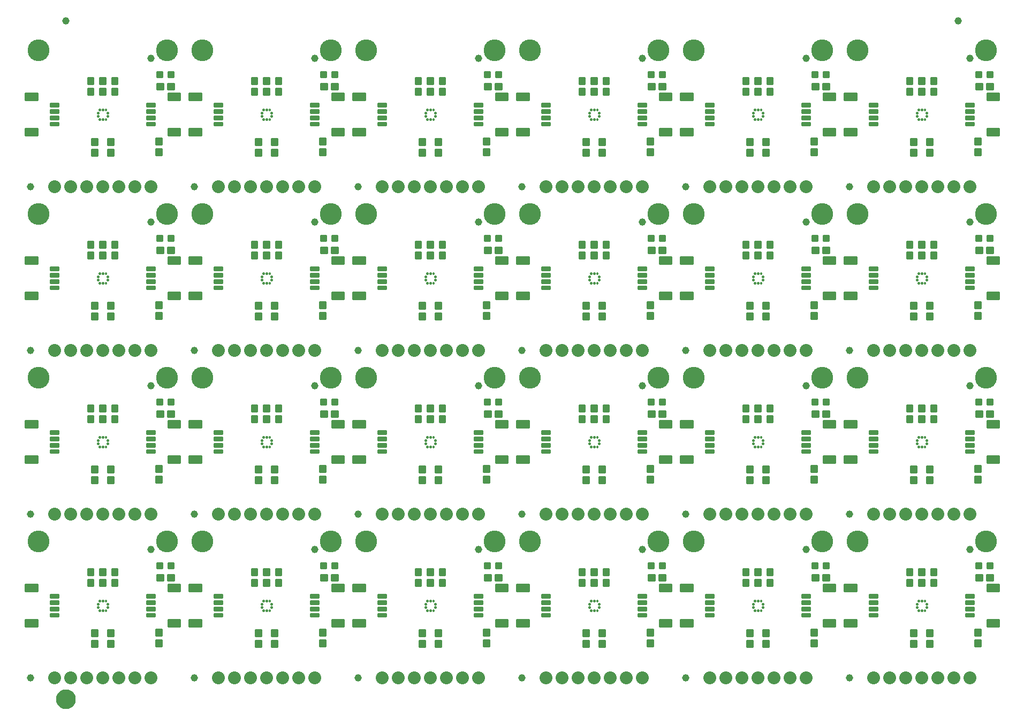
<source format=gts>
G04 EAGLE Gerber RS-274X export*
G75*
%MOMM*%
%FSLAX34Y34*%
%LPD*%
%INSoldermask Top*%
%IPPOS*%
%AMOC8*
5,1,8,0,0,1.08239X$1,22.5*%
G01*
%ADD10C,0.253525*%
%ADD11C,0.449434*%
%ADD12C,1.152400*%
%ADD13C,3.454400*%
%ADD14C,0.243431*%
%ADD15C,0.255816*%
%ADD16C,2.032000*%
%ADD17C,0.253509*%
%ADD18C,1.270000*%
%ADD19C,1.652400*%


D10*
X131495Y167945D02*
X131495Y157955D01*
X122505Y157955D01*
X122505Y167945D01*
X131495Y167945D01*
X131495Y160363D02*
X122505Y160363D01*
X122505Y162771D02*
X131495Y162771D01*
X131495Y165179D02*
X122505Y165179D01*
X122505Y167587D02*
X131495Y167587D01*
X131495Y174955D02*
X131495Y184945D01*
X131495Y174955D02*
X122505Y174955D01*
X122505Y184945D01*
X131495Y184945D01*
X131495Y177363D02*
X122505Y177363D01*
X122505Y179771D02*
X131495Y179771D01*
X131495Y182179D02*
X122505Y182179D01*
X122505Y184587D02*
X131495Y184587D01*
D11*
X231315Y186985D02*
X231315Y194015D01*
X238345Y194015D01*
X238345Y186985D01*
X231315Y186985D01*
X231315Y191254D02*
X238345Y191254D01*
X213775Y194015D02*
X213775Y186985D01*
X213775Y194015D02*
X220805Y194015D01*
X220805Y186985D01*
X213775Y186985D01*
X213775Y191254D02*
X220805Y191254D01*
D12*
X203200Y215900D03*
X12700Y12700D03*
D13*
X25400Y228600D03*
X228600Y228600D03*
D14*
X4505Y160545D02*
X4505Y149455D01*
X4505Y160545D02*
X23595Y160545D01*
X23595Y149455D01*
X4505Y149455D01*
X4505Y151767D02*
X23595Y151767D01*
X23595Y154079D02*
X4505Y154079D01*
X4505Y156391D02*
X23595Y156391D01*
X23595Y158703D02*
X4505Y158703D01*
X4505Y104545D02*
X4505Y93455D01*
X4505Y104545D02*
X23595Y104545D01*
X23595Y93455D01*
X4505Y93455D01*
X4505Y95767D02*
X23595Y95767D01*
X23595Y98079D02*
X4505Y98079D01*
X4505Y100391D02*
X23595Y100391D01*
X23595Y102703D02*
X4505Y102703D01*
D15*
X44567Y139517D02*
X44567Y144483D01*
X57033Y144483D01*
X57033Y139517D01*
X44567Y139517D01*
X44567Y141947D02*
X57033Y141947D01*
X57033Y144377D02*
X44567Y144377D01*
X44567Y134483D02*
X44567Y129517D01*
X44567Y134483D02*
X57033Y134483D01*
X57033Y129517D01*
X44567Y129517D01*
X44567Y131947D02*
X57033Y131947D01*
X57033Y134377D02*
X44567Y134377D01*
X44567Y124483D02*
X44567Y119517D01*
X44567Y124483D02*
X57033Y124483D01*
X57033Y119517D01*
X44567Y119517D01*
X44567Y121947D02*
X57033Y121947D01*
X57033Y124377D02*
X44567Y124377D01*
X44567Y114483D02*
X44567Y109517D01*
X44567Y114483D02*
X57033Y114483D01*
X57033Y109517D01*
X44567Y109517D01*
X44567Y111947D02*
X57033Y111947D01*
X57033Y114377D02*
X44567Y114377D01*
D14*
X249495Y104545D02*
X249495Y93455D01*
X230405Y93455D01*
X230405Y104545D01*
X249495Y104545D01*
X249495Y95767D02*
X230405Y95767D01*
X230405Y98079D02*
X249495Y98079D01*
X249495Y100391D02*
X230405Y100391D01*
X230405Y102703D02*
X249495Y102703D01*
X249495Y149455D02*
X249495Y160545D01*
X249495Y149455D02*
X230405Y149455D01*
X230405Y160545D01*
X249495Y160545D01*
X249495Y151767D02*
X230405Y151767D01*
X230405Y154079D02*
X249495Y154079D01*
X249495Y156391D02*
X230405Y156391D01*
X230405Y158703D02*
X249495Y158703D01*
D15*
X209433Y114483D02*
X209433Y109517D01*
X196967Y109517D01*
X196967Y114483D01*
X209433Y114483D01*
X209433Y111947D02*
X196967Y111947D01*
X196967Y114377D02*
X209433Y114377D01*
X209433Y119517D02*
X209433Y124483D01*
X209433Y119517D02*
X196967Y119517D01*
X196967Y124483D01*
X209433Y124483D01*
X209433Y121947D02*
X196967Y121947D01*
X196967Y124377D02*
X209433Y124377D01*
X209433Y129517D02*
X209433Y134483D01*
X209433Y129517D02*
X196967Y129517D01*
X196967Y134483D01*
X209433Y134483D01*
X209433Y131947D02*
X196967Y131947D01*
X196967Y134377D02*
X209433Y134377D01*
X209433Y139517D02*
X209433Y144483D01*
X209433Y139517D02*
X196967Y139517D01*
X196967Y144483D01*
X209433Y144483D01*
X209433Y141947D02*
X196967Y141947D01*
X196967Y144377D02*
X209433Y144377D01*
D16*
X50800Y12700D03*
X76200Y12700D03*
X101600Y12700D03*
X127000Y12700D03*
X152400Y12700D03*
X177800Y12700D03*
X203200Y12700D03*
D10*
X118795Y61435D02*
X118795Y71425D01*
X118795Y61435D02*
X109805Y61435D01*
X109805Y71425D01*
X118795Y71425D01*
X118795Y63843D02*
X109805Y63843D01*
X109805Y66251D02*
X118795Y66251D01*
X118795Y68659D02*
X109805Y68659D01*
X109805Y71067D02*
X118795Y71067D01*
X118795Y78435D02*
X118795Y88425D01*
X118795Y78435D02*
X109805Y78435D01*
X109805Y88425D01*
X118795Y88425D01*
X118795Y80843D02*
X109805Y80843D01*
X109805Y83251D02*
X118795Y83251D01*
X118795Y85659D02*
X109805Y85659D01*
X109805Y88067D02*
X118795Y88067D01*
X135205Y88425D02*
X135205Y78435D01*
X135205Y88425D02*
X144195Y88425D01*
X144195Y78435D01*
X135205Y78435D01*
X135205Y80843D02*
X144195Y80843D01*
X144195Y83251D02*
X135205Y83251D01*
X135205Y85659D02*
X144195Y85659D01*
X144195Y88067D02*
X135205Y88067D01*
X135205Y71425D02*
X135205Y61435D01*
X135205Y71425D02*
X144195Y71425D01*
X144195Y61435D01*
X135205Y61435D01*
X135205Y63843D02*
X144195Y63843D01*
X144195Y66251D02*
X135205Y66251D01*
X135205Y68659D02*
X144195Y68659D01*
X144195Y71067D02*
X135205Y71067D01*
X103455Y174955D02*
X103455Y184945D01*
X112445Y184945D01*
X112445Y174955D01*
X103455Y174955D01*
X103455Y177363D02*
X112445Y177363D01*
X112445Y179771D02*
X103455Y179771D01*
X103455Y182179D02*
X112445Y182179D01*
X112445Y184587D02*
X103455Y184587D01*
X103455Y167945D02*
X103455Y157955D01*
X103455Y167945D02*
X112445Y167945D01*
X112445Y157955D01*
X103455Y157955D01*
X103455Y160363D02*
X112445Y160363D01*
X112445Y162771D02*
X103455Y162771D01*
X103455Y165179D02*
X112445Y165179D01*
X112445Y167587D02*
X103455Y167587D01*
X150545Y167945D02*
X150545Y157955D01*
X141555Y157955D01*
X141555Y167945D01*
X150545Y167945D01*
X150545Y160363D02*
X141555Y160363D01*
X141555Y162771D02*
X150545Y162771D01*
X150545Y165179D02*
X141555Y165179D01*
X141555Y167587D02*
X150545Y167587D01*
X150545Y174955D02*
X150545Y184945D01*
X150545Y174955D02*
X141555Y174955D01*
X141555Y184945D01*
X150545Y184945D01*
X150545Y177363D02*
X141555Y177363D01*
X141555Y179771D02*
X150545Y179771D01*
X150545Y182179D02*
X141555Y182179D01*
X141555Y184587D02*
X150545Y184587D01*
X212565Y166955D02*
X222555Y166955D01*
X212565Y166955D02*
X212565Y175945D01*
X222555Y175945D01*
X222555Y166955D01*
X222555Y169363D02*
X212565Y169363D01*
X212565Y171771D02*
X222555Y171771D01*
X222555Y174179D02*
X212565Y174179D01*
X229565Y166955D02*
X239555Y166955D01*
X229565Y166955D02*
X229565Y175945D01*
X239555Y175945D01*
X239555Y166955D01*
X239555Y169363D02*
X229565Y169363D01*
X229565Y171771D02*
X239555Y171771D01*
X239555Y174179D02*
X229565Y174179D01*
D17*
X127745Y135495D02*
X127745Y133755D01*
X126255Y133755D01*
X126255Y135495D01*
X127745Y135495D01*
X122745Y135495D02*
X122745Y133755D01*
X121255Y133755D01*
X121255Y135495D01*
X122745Y135495D01*
X132745Y135495D02*
X132745Y133755D01*
X131255Y133755D01*
X131255Y135495D01*
X132745Y135495D01*
X127745Y120245D02*
X127745Y118505D01*
X126255Y118505D01*
X126255Y120245D01*
X127745Y120245D01*
X122745Y120245D02*
X122745Y118505D01*
X121255Y118505D01*
X121255Y120245D01*
X122745Y120245D01*
X132745Y120245D02*
X132745Y118505D01*
X131255Y118505D01*
X131255Y120245D01*
X132745Y120245D01*
X120245Y123755D02*
X120245Y125245D01*
X120245Y123755D02*
X118505Y123755D01*
X118505Y125245D01*
X120245Y125245D01*
X120245Y128755D02*
X120245Y130245D01*
X120245Y128755D02*
X118505Y128755D01*
X118505Y130245D01*
X120245Y130245D01*
X135495Y125245D02*
X135495Y123755D01*
X133755Y123755D01*
X133755Y125245D01*
X135495Y125245D01*
X135495Y128755D02*
X135495Y130245D01*
X135495Y128755D02*
X133755Y128755D01*
X133755Y130245D01*
X135495Y130245D01*
D10*
X220395Y72695D02*
X220395Y62705D01*
X211405Y62705D01*
X211405Y72695D01*
X220395Y72695D01*
X220395Y65113D02*
X211405Y65113D01*
X211405Y67521D02*
X220395Y67521D01*
X220395Y69929D02*
X211405Y69929D01*
X211405Y72337D02*
X220395Y72337D01*
X220395Y79705D02*
X220395Y89695D01*
X220395Y79705D02*
X211405Y79705D01*
X211405Y89695D01*
X220395Y89695D01*
X220395Y82113D02*
X211405Y82113D01*
X211405Y84521D02*
X220395Y84521D01*
X220395Y86929D02*
X211405Y86929D01*
X211405Y89337D02*
X220395Y89337D01*
X390575Y157955D02*
X390575Y167945D01*
X390575Y157955D02*
X381585Y157955D01*
X381585Y167945D01*
X390575Y167945D01*
X390575Y160363D02*
X381585Y160363D01*
X381585Y162771D02*
X390575Y162771D01*
X390575Y165179D02*
X381585Y165179D01*
X381585Y167587D02*
X390575Y167587D01*
X390575Y174955D02*
X390575Y184945D01*
X390575Y174955D02*
X381585Y174955D01*
X381585Y184945D01*
X390575Y184945D01*
X390575Y177363D02*
X381585Y177363D01*
X381585Y179771D02*
X390575Y179771D01*
X390575Y182179D02*
X381585Y182179D01*
X381585Y184587D02*
X390575Y184587D01*
D11*
X490395Y186985D02*
X490395Y194015D01*
X497425Y194015D01*
X497425Y186985D01*
X490395Y186985D01*
X490395Y191254D02*
X497425Y191254D01*
X472855Y194015D02*
X472855Y186985D01*
X472855Y194015D02*
X479885Y194015D01*
X479885Y186985D01*
X472855Y186985D01*
X472855Y191254D02*
X479885Y191254D01*
D12*
X462280Y215900D03*
X271780Y12700D03*
D13*
X284480Y228600D03*
X487680Y228600D03*
D14*
X263585Y160545D02*
X263585Y149455D01*
X263585Y160545D02*
X282675Y160545D01*
X282675Y149455D01*
X263585Y149455D01*
X263585Y151767D02*
X282675Y151767D01*
X282675Y154079D02*
X263585Y154079D01*
X263585Y156391D02*
X282675Y156391D01*
X282675Y158703D02*
X263585Y158703D01*
X263585Y104545D02*
X263585Y93455D01*
X263585Y104545D02*
X282675Y104545D01*
X282675Y93455D01*
X263585Y93455D01*
X263585Y95767D02*
X282675Y95767D01*
X282675Y98079D02*
X263585Y98079D01*
X263585Y100391D02*
X282675Y100391D01*
X282675Y102703D02*
X263585Y102703D01*
D15*
X303647Y139517D02*
X303647Y144483D01*
X316113Y144483D01*
X316113Y139517D01*
X303647Y139517D01*
X303647Y141947D02*
X316113Y141947D01*
X316113Y144377D02*
X303647Y144377D01*
X303647Y134483D02*
X303647Y129517D01*
X303647Y134483D02*
X316113Y134483D01*
X316113Y129517D01*
X303647Y129517D01*
X303647Y131947D02*
X316113Y131947D01*
X316113Y134377D02*
X303647Y134377D01*
X303647Y124483D02*
X303647Y119517D01*
X303647Y124483D02*
X316113Y124483D01*
X316113Y119517D01*
X303647Y119517D01*
X303647Y121947D02*
X316113Y121947D01*
X316113Y124377D02*
X303647Y124377D01*
X303647Y114483D02*
X303647Y109517D01*
X303647Y114483D02*
X316113Y114483D01*
X316113Y109517D01*
X303647Y109517D01*
X303647Y111947D02*
X316113Y111947D01*
X316113Y114377D02*
X303647Y114377D01*
D14*
X508575Y104545D02*
X508575Y93455D01*
X489485Y93455D01*
X489485Y104545D01*
X508575Y104545D01*
X508575Y95767D02*
X489485Y95767D01*
X489485Y98079D02*
X508575Y98079D01*
X508575Y100391D02*
X489485Y100391D01*
X489485Y102703D02*
X508575Y102703D01*
X508575Y149455D02*
X508575Y160545D01*
X508575Y149455D02*
X489485Y149455D01*
X489485Y160545D01*
X508575Y160545D01*
X508575Y151767D02*
X489485Y151767D01*
X489485Y154079D02*
X508575Y154079D01*
X508575Y156391D02*
X489485Y156391D01*
X489485Y158703D02*
X508575Y158703D01*
D15*
X468513Y114483D02*
X468513Y109517D01*
X456047Y109517D01*
X456047Y114483D01*
X468513Y114483D01*
X468513Y111947D02*
X456047Y111947D01*
X456047Y114377D02*
X468513Y114377D01*
X468513Y119517D02*
X468513Y124483D01*
X468513Y119517D02*
X456047Y119517D01*
X456047Y124483D01*
X468513Y124483D01*
X468513Y121947D02*
X456047Y121947D01*
X456047Y124377D02*
X468513Y124377D01*
X468513Y129517D02*
X468513Y134483D01*
X468513Y129517D02*
X456047Y129517D01*
X456047Y134483D01*
X468513Y134483D01*
X468513Y131947D02*
X456047Y131947D01*
X456047Y134377D02*
X468513Y134377D01*
X468513Y139517D02*
X468513Y144483D01*
X468513Y139517D02*
X456047Y139517D01*
X456047Y144483D01*
X468513Y144483D01*
X468513Y141947D02*
X456047Y141947D01*
X456047Y144377D02*
X468513Y144377D01*
D16*
X309880Y12700D03*
X335280Y12700D03*
X360680Y12700D03*
X386080Y12700D03*
X411480Y12700D03*
X436880Y12700D03*
X462280Y12700D03*
D10*
X377875Y61435D02*
X377875Y71425D01*
X377875Y61435D02*
X368885Y61435D01*
X368885Y71425D01*
X377875Y71425D01*
X377875Y63843D02*
X368885Y63843D01*
X368885Y66251D02*
X377875Y66251D01*
X377875Y68659D02*
X368885Y68659D01*
X368885Y71067D02*
X377875Y71067D01*
X377875Y78435D02*
X377875Y88425D01*
X377875Y78435D02*
X368885Y78435D01*
X368885Y88425D01*
X377875Y88425D01*
X377875Y80843D02*
X368885Y80843D01*
X368885Y83251D02*
X377875Y83251D01*
X377875Y85659D02*
X368885Y85659D01*
X368885Y88067D02*
X377875Y88067D01*
X394285Y88425D02*
X394285Y78435D01*
X394285Y88425D02*
X403275Y88425D01*
X403275Y78435D01*
X394285Y78435D01*
X394285Y80843D02*
X403275Y80843D01*
X403275Y83251D02*
X394285Y83251D01*
X394285Y85659D02*
X403275Y85659D01*
X403275Y88067D02*
X394285Y88067D01*
X394285Y71425D02*
X394285Y61435D01*
X394285Y71425D02*
X403275Y71425D01*
X403275Y61435D01*
X394285Y61435D01*
X394285Y63843D02*
X403275Y63843D01*
X403275Y66251D02*
X394285Y66251D01*
X394285Y68659D02*
X403275Y68659D01*
X403275Y71067D02*
X394285Y71067D01*
X362535Y174955D02*
X362535Y184945D01*
X371525Y184945D01*
X371525Y174955D01*
X362535Y174955D01*
X362535Y177363D02*
X371525Y177363D01*
X371525Y179771D02*
X362535Y179771D01*
X362535Y182179D02*
X371525Y182179D01*
X371525Y184587D02*
X362535Y184587D01*
X362535Y167945D02*
X362535Y157955D01*
X362535Y167945D02*
X371525Y167945D01*
X371525Y157955D01*
X362535Y157955D01*
X362535Y160363D02*
X371525Y160363D01*
X371525Y162771D02*
X362535Y162771D01*
X362535Y165179D02*
X371525Y165179D01*
X371525Y167587D02*
X362535Y167587D01*
X409625Y167945D02*
X409625Y157955D01*
X400635Y157955D01*
X400635Y167945D01*
X409625Y167945D01*
X409625Y160363D02*
X400635Y160363D01*
X400635Y162771D02*
X409625Y162771D01*
X409625Y165179D02*
X400635Y165179D01*
X400635Y167587D02*
X409625Y167587D01*
X409625Y174955D02*
X409625Y184945D01*
X409625Y174955D02*
X400635Y174955D01*
X400635Y184945D01*
X409625Y184945D01*
X409625Y177363D02*
X400635Y177363D01*
X400635Y179771D02*
X409625Y179771D01*
X409625Y182179D02*
X400635Y182179D01*
X400635Y184587D02*
X409625Y184587D01*
X471645Y166955D02*
X481635Y166955D01*
X471645Y166955D02*
X471645Y175945D01*
X481635Y175945D01*
X481635Y166955D01*
X481635Y169363D02*
X471645Y169363D01*
X471645Y171771D02*
X481635Y171771D01*
X481635Y174179D02*
X471645Y174179D01*
X488645Y166955D02*
X498635Y166955D01*
X488645Y166955D02*
X488645Y175945D01*
X498635Y175945D01*
X498635Y166955D01*
X498635Y169363D02*
X488645Y169363D01*
X488645Y171771D02*
X498635Y171771D01*
X498635Y174179D02*
X488645Y174179D01*
D17*
X386825Y135495D02*
X386825Y133755D01*
X385335Y133755D01*
X385335Y135495D01*
X386825Y135495D01*
X381825Y135495D02*
X381825Y133755D01*
X380335Y133755D01*
X380335Y135495D01*
X381825Y135495D01*
X391825Y135495D02*
X391825Y133755D01*
X390335Y133755D01*
X390335Y135495D01*
X391825Y135495D01*
X386825Y120245D02*
X386825Y118505D01*
X385335Y118505D01*
X385335Y120245D01*
X386825Y120245D01*
X381825Y120245D02*
X381825Y118505D01*
X380335Y118505D01*
X380335Y120245D01*
X381825Y120245D01*
X391825Y120245D02*
X391825Y118505D01*
X390335Y118505D01*
X390335Y120245D01*
X391825Y120245D01*
X379325Y123755D02*
X379325Y125245D01*
X379325Y123755D02*
X377585Y123755D01*
X377585Y125245D01*
X379325Y125245D01*
X379325Y128755D02*
X379325Y130245D01*
X379325Y128755D02*
X377585Y128755D01*
X377585Y130245D01*
X379325Y130245D01*
X394575Y125245D02*
X394575Y123755D01*
X392835Y123755D01*
X392835Y125245D01*
X394575Y125245D01*
X394575Y128755D02*
X394575Y130245D01*
X394575Y128755D02*
X392835Y128755D01*
X392835Y130245D01*
X394575Y130245D01*
D10*
X479475Y72695D02*
X479475Y62705D01*
X470485Y62705D01*
X470485Y72695D01*
X479475Y72695D01*
X479475Y65113D02*
X470485Y65113D01*
X470485Y67521D02*
X479475Y67521D01*
X479475Y69929D02*
X470485Y69929D01*
X470485Y72337D02*
X479475Y72337D01*
X479475Y79705D02*
X479475Y89695D01*
X479475Y79705D02*
X470485Y79705D01*
X470485Y89695D01*
X479475Y89695D01*
X479475Y82113D02*
X470485Y82113D01*
X470485Y84521D02*
X479475Y84521D01*
X479475Y86929D02*
X470485Y86929D01*
X470485Y89337D02*
X479475Y89337D01*
X649655Y157955D02*
X649655Y167945D01*
X649655Y157955D02*
X640665Y157955D01*
X640665Y167945D01*
X649655Y167945D01*
X649655Y160363D02*
X640665Y160363D01*
X640665Y162771D02*
X649655Y162771D01*
X649655Y165179D02*
X640665Y165179D01*
X640665Y167587D02*
X649655Y167587D01*
X649655Y174955D02*
X649655Y184945D01*
X649655Y174955D02*
X640665Y174955D01*
X640665Y184945D01*
X649655Y184945D01*
X649655Y177363D02*
X640665Y177363D01*
X640665Y179771D02*
X649655Y179771D01*
X649655Y182179D02*
X640665Y182179D01*
X640665Y184587D02*
X649655Y184587D01*
D11*
X749475Y186985D02*
X749475Y194015D01*
X756505Y194015D01*
X756505Y186985D01*
X749475Y186985D01*
X749475Y191254D02*
X756505Y191254D01*
X731935Y194015D02*
X731935Y186985D01*
X731935Y194015D02*
X738965Y194015D01*
X738965Y186985D01*
X731935Y186985D01*
X731935Y191254D02*
X738965Y191254D01*
D12*
X721360Y215900D03*
X530860Y12700D03*
D13*
X543560Y228600D03*
X746760Y228600D03*
D14*
X522665Y160545D02*
X522665Y149455D01*
X522665Y160545D02*
X541755Y160545D01*
X541755Y149455D01*
X522665Y149455D01*
X522665Y151767D02*
X541755Y151767D01*
X541755Y154079D02*
X522665Y154079D01*
X522665Y156391D02*
X541755Y156391D01*
X541755Y158703D02*
X522665Y158703D01*
X522665Y104545D02*
X522665Y93455D01*
X522665Y104545D02*
X541755Y104545D01*
X541755Y93455D01*
X522665Y93455D01*
X522665Y95767D02*
X541755Y95767D01*
X541755Y98079D02*
X522665Y98079D01*
X522665Y100391D02*
X541755Y100391D01*
X541755Y102703D02*
X522665Y102703D01*
D15*
X562727Y139517D02*
X562727Y144483D01*
X575193Y144483D01*
X575193Y139517D01*
X562727Y139517D01*
X562727Y141947D02*
X575193Y141947D01*
X575193Y144377D02*
X562727Y144377D01*
X562727Y134483D02*
X562727Y129517D01*
X562727Y134483D02*
X575193Y134483D01*
X575193Y129517D01*
X562727Y129517D01*
X562727Y131947D02*
X575193Y131947D01*
X575193Y134377D02*
X562727Y134377D01*
X562727Y124483D02*
X562727Y119517D01*
X562727Y124483D02*
X575193Y124483D01*
X575193Y119517D01*
X562727Y119517D01*
X562727Y121947D02*
X575193Y121947D01*
X575193Y124377D02*
X562727Y124377D01*
X562727Y114483D02*
X562727Y109517D01*
X562727Y114483D02*
X575193Y114483D01*
X575193Y109517D01*
X562727Y109517D01*
X562727Y111947D02*
X575193Y111947D01*
X575193Y114377D02*
X562727Y114377D01*
D14*
X767655Y104545D02*
X767655Y93455D01*
X748565Y93455D01*
X748565Y104545D01*
X767655Y104545D01*
X767655Y95767D02*
X748565Y95767D01*
X748565Y98079D02*
X767655Y98079D01*
X767655Y100391D02*
X748565Y100391D01*
X748565Y102703D02*
X767655Y102703D01*
X767655Y149455D02*
X767655Y160545D01*
X767655Y149455D02*
X748565Y149455D01*
X748565Y160545D01*
X767655Y160545D01*
X767655Y151767D02*
X748565Y151767D01*
X748565Y154079D02*
X767655Y154079D01*
X767655Y156391D02*
X748565Y156391D01*
X748565Y158703D02*
X767655Y158703D01*
D15*
X727593Y114483D02*
X727593Y109517D01*
X715127Y109517D01*
X715127Y114483D01*
X727593Y114483D01*
X727593Y111947D02*
X715127Y111947D01*
X715127Y114377D02*
X727593Y114377D01*
X727593Y119517D02*
X727593Y124483D01*
X727593Y119517D02*
X715127Y119517D01*
X715127Y124483D01*
X727593Y124483D01*
X727593Y121947D02*
X715127Y121947D01*
X715127Y124377D02*
X727593Y124377D01*
X727593Y129517D02*
X727593Y134483D01*
X727593Y129517D02*
X715127Y129517D01*
X715127Y134483D01*
X727593Y134483D01*
X727593Y131947D02*
X715127Y131947D01*
X715127Y134377D02*
X727593Y134377D01*
X727593Y139517D02*
X727593Y144483D01*
X727593Y139517D02*
X715127Y139517D01*
X715127Y144483D01*
X727593Y144483D01*
X727593Y141947D02*
X715127Y141947D01*
X715127Y144377D02*
X727593Y144377D01*
D16*
X568960Y12700D03*
X594360Y12700D03*
X619760Y12700D03*
X645160Y12700D03*
X670560Y12700D03*
X695960Y12700D03*
X721360Y12700D03*
D10*
X636955Y61435D02*
X636955Y71425D01*
X636955Y61435D02*
X627965Y61435D01*
X627965Y71425D01*
X636955Y71425D01*
X636955Y63843D02*
X627965Y63843D01*
X627965Y66251D02*
X636955Y66251D01*
X636955Y68659D02*
X627965Y68659D01*
X627965Y71067D02*
X636955Y71067D01*
X636955Y78435D02*
X636955Y88425D01*
X636955Y78435D02*
X627965Y78435D01*
X627965Y88425D01*
X636955Y88425D01*
X636955Y80843D02*
X627965Y80843D01*
X627965Y83251D02*
X636955Y83251D01*
X636955Y85659D02*
X627965Y85659D01*
X627965Y88067D02*
X636955Y88067D01*
X653365Y88425D02*
X653365Y78435D01*
X653365Y88425D02*
X662355Y88425D01*
X662355Y78435D01*
X653365Y78435D01*
X653365Y80843D02*
X662355Y80843D01*
X662355Y83251D02*
X653365Y83251D01*
X653365Y85659D02*
X662355Y85659D01*
X662355Y88067D02*
X653365Y88067D01*
X653365Y71425D02*
X653365Y61435D01*
X653365Y71425D02*
X662355Y71425D01*
X662355Y61435D01*
X653365Y61435D01*
X653365Y63843D02*
X662355Y63843D01*
X662355Y66251D02*
X653365Y66251D01*
X653365Y68659D02*
X662355Y68659D01*
X662355Y71067D02*
X653365Y71067D01*
X621615Y174955D02*
X621615Y184945D01*
X630605Y184945D01*
X630605Y174955D01*
X621615Y174955D01*
X621615Y177363D02*
X630605Y177363D01*
X630605Y179771D02*
X621615Y179771D01*
X621615Y182179D02*
X630605Y182179D01*
X630605Y184587D02*
X621615Y184587D01*
X621615Y167945D02*
X621615Y157955D01*
X621615Y167945D02*
X630605Y167945D01*
X630605Y157955D01*
X621615Y157955D01*
X621615Y160363D02*
X630605Y160363D01*
X630605Y162771D02*
X621615Y162771D01*
X621615Y165179D02*
X630605Y165179D01*
X630605Y167587D02*
X621615Y167587D01*
X668705Y167945D02*
X668705Y157955D01*
X659715Y157955D01*
X659715Y167945D01*
X668705Y167945D01*
X668705Y160363D02*
X659715Y160363D01*
X659715Y162771D02*
X668705Y162771D01*
X668705Y165179D02*
X659715Y165179D01*
X659715Y167587D02*
X668705Y167587D01*
X668705Y174955D02*
X668705Y184945D01*
X668705Y174955D02*
X659715Y174955D01*
X659715Y184945D01*
X668705Y184945D01*
X668705Y177363D02*
X659715Y177363D01*
X659715Y179771D02*
X668705Y179771D01*
X668705Y182179D02*
X659715Y182179D01*
X659715Y184587D02*
X668705Y184587D01*
X730725Y166955D02*
X740715Y166955D01*
X730725Y166955D02*
X730725Y175945D01*
X740715Y175945D01*
X740715Y166955D01*
X740715Y169363D02*
X730725Y169363D01*
X730725Y171771D02*
X740715Y171771D01*
X740715Y174179D02*
X730725Y174179D01*
X747725Y166955D02*
X757715Y166955D01*
X747725Y166955D02*
X747725Y175945D01*
X757715Y175945D01*
X757715Y166955D01*
X757715Y169363D02*
X747725Y169363D01*
X747725Y171771D02*
X757715Y171771D01*
X757715Y174179D02*
X747725Y174179D01*
D17*
X645905Y135495D02*
X645905Y133755D01*
X644415Y133755D01*
X644415Y135495D01*
X645905Y135495D01*
X640905Y135495D02*
X640905Y133755D01*
X639415Y133755D01*
X639415Y135495D01*
X640905Y135495D01*
X650905Y135495D02*
X650905Y133755D01*
X649415Y133755D01*
X649415Y135495D01*
X650905Y135495D01*
X645905Y120245D02*
X645905Y118505D01*
X644415Y118505D01*
X644415Y120245D01*
X645905Y120245D01*
X640905Y120245D02*
X640905Y118505D01*
X639415Y118505D01*
X639415Y120245D01*
X640905Y120245D01*
X650905Y120245D02*
X650905Y118505D01*
X649415Y118505D01*
X649415Y120245D01*
X650905Y120245D01*
X638405Y123755D02*
X638405Y125245D01*
X638405Y123755D02*
X636665Y123755D01*
X636665Y125245D01*
X638405Y125245D01*
X638405Y128755D02*
X638405Y130245D01*
X638405Y128755D02*
X636665Y128755D01*
X636665Y130245D01*
X638405Y130245D01*
X653655Y125245D02*
X653655Y123755D01*
X651915Y123755D01*
X651915Y125245D01*
X653655Y125245D01*
X653655Y128755D02*
X653655Y130245D01*
X653655Y128755D02*
X651915Y128755D01*
X651915Y130245D01*
X653655Y130245D01*
D10*
X738555Y72695D02*
X738555Y62705D01*
X729565Y62705D01*
X729565Y72695D01*
X738555Y72695D01*
X738555Y65113D02*
X729565Y65113D01*
X729565Y67521D02*
X738555Y67521D01*
X738555Y69929D02*
X729565Y69929D01*
X729565Y72337D02*
X738555Y72337D01*
X738555Y79705D02*
X738555Y89695D01*
X738555Y79705D02*
X729565Y79705D01*
X729565Y89695D01*
X738555Y89695D01*
X738555Y82113D02*
X729565Y82113D01*
X729565Y84521D02*
X738555Y84521D01*
X738555Y86929D02*
X729565Y86929D01*
X729565Y89337D02*
X738555Y89337D01*
X908735Y157955D02*
X908735Y167945D01*
X908735Y157955D02*
X899745Y157955D01*
X899745Y167945D01*
X908735Y167945D01*
X908735Y160363D02*
X899745Y160363D01*
X899745Y162771D02*
X908735Y162771D01*
X908735Y165179D02*
X899745Y165179D01*
X899745Y167587D02*
X908735Y167587D01*
X908735Y174955D02*
X908735Y184945D01*
X908735Y174955D02*
X899745Y174955D01*
X899745Y184945D01*
X908735Y184945D01*
X908735Y177363D02*
X899745Y177363D01*
X899745Y179771D02*
X908735Y179771D01*
X908735Y182179D02*
X899745Y182179D01*
X899745Y184587D02*
X908735Y184587D01*
D11*
X1008555Y186985D02*
X1008555Y194015D01*
X1015585Y194015D01*
X1015585Y186985D01*
X1008555Y186985D01*
X1008555Y191254D02*
X1015585Y191254D01*
X991015Y194015D02*
X991015Y186985D01*
X991015Y194015D02*
X998045Y194015D01*
X998045Y186985D01*
X991015Y186985D01*
X991015Y191254D02*
X998045Y191254D01*
D12*
X980440Y215900D03*
X789940Y12700D03*
D13*
X802640Y228600D03*
X1005840Y228600D03*
D14*
X781745Y160545D02*
X781745Y149455D01*
X781745Y160545D02*
X800835Y160545D01*
X800835Y149455D01*
X781745Y149455D01*
X781745Y151767D02*
X800835Y151767D01*
X800835Y154079D02*
X781745Y154079D01*
X781745Y156391D02*
X800835Y156391D01*
X800835Y158703D02*
X781745Y158703D01*
X781745Y104545D02*
X781745Y93455D01*
X781745Y104545D02*
X800835Y104545D01*
X800835Y93455D01*
X781745Y93455D01*
X781745Y95767D02*
X800835Y95767D01*
X800835Y98079D02*
X781745Y98079D01*
X781745Y100391D02*
X800835Y100391D01*
X800835Y102703D02*
X781745Y102703D01*
D15*
X821807Y139517D02*
X821807Y144483D01*
X834273Y144483D01*
X834273Y139517D01*
X821807Y139517D01*
X821807Y141947D02*
X834273Y141947D01*
X834273Y144377D02*
X821807Y144377D01*
X821807Y134483D02*
X821807Y129517D01*
X821807Y134483D02*
X834273Y134483D01*
X834273Y129517D01*
X821807Y129517D01*
X821807Y131947D02*
X834273Y131947D01*
X834273Y134377D02*
X821807Y134377D01*
X821807Y124483D02*
X821807Y119517D01*
X821807Y124483D02*
X834273Y124483D01*
X834273Y119517D01*
X821807Y119517D01*
X821807Y121947D02*
X834273Y121947D01*
X834273Y124377D02*
X821807Y124377D01*
X821807Y114483D02*
X821807Y109517D01*
X821807Y114483D02*
X834273Y114483D01*
X834273Y109517D01*
X821807Y109517D01*
X821807Y111947D02*
X834273Y111947D01*
X834273Y114377D02*
X821807Y114377D01*
D14*
X1026735Y104545D02*
X1026735Y93455D01*
X1007645Y93455D01*
X1007645Y104545D01*
X1026735Y104545D01*
X1026735Y95767D02*
X1007645Y95767D01*
X1007645Y98079D02*
X1026735Y98079D01*
X1026735Y100391D02*
X1007645Y100391D01*
X1007645Y102703D02*
X1026735Y102703D01*
X1026735Y149455D02*
X1026735Y160545D01*
X1026735Y149455D02*
X1007645Y149455D01*
X1007645Y160545D01*
X1026735Y160545D01*
X1026735Y151767D02*
X1007645Y151767D01*
X1007645Y154079D02*
X1026735Y154079D01*
X1026735Y156391D02*
X1007645Y156391D01*
X1007645Y158703D02*
X1026735Y158703D01*
D15*
X986673Y114483D02*
X986673Y109517D01*
X974207Y109517D01*
X974207Y114483D01*
X986673Y114483D01*
X986673Y111947D02*
X974207Y111947D01*
X974207Y114377D02*
X986673Y114377D01*
X986673Y119517D02*
X986673Y124483D01*
X986673Y119517D02*
X974207Y119517D01*
X974207Y124483D01*
X986673Y124483D01*
X986673Y121947D02*
X974207Y121947D01*
X974207Y124377D02*
X986673Y124377D01*
X986673Y129517D02*
X986673Y134483D01*
X986673Y129517D02*
X974207Y129517D01*
X974207Y134483D01*
X986673Y134483D01*
X986673Y131947D02*
X974207Y131947D01*
X974207Y134377D02*
X986673Y134377D01*
X986673Y139517D02*
X986673Y144483D01*
X986673Y139517D02*
X974207Y139517D01*
X974207Y144483D01*
X986673Y144483D01*
X986673Y141947D02*
X974207Y141947D01*
X974207Y144377D02*
X986673Y144377D01*
D16*
X828040Y12700D03*
X853440Y12700D03*
X878840Y12700D03*
X904240Y12700D03*
X929640Y12700D03*
X955040Y12700D03*
X980440Y12700D03*
D10*
X896035Y61435D02*
X896035Y71425D01*
X896035Y61435D02*
X887045Y61435D01*
X887045Y71425D01*
X896035Y71425D01*
X896035Y63843D02*
X887045Y63843D01*
X887045Y66251D02*
X896035Y66251D01*
X896035Y68659D02*
X887045Y68659D01*
X887045Y71067D02*
X896035Y71067D01*
X896035Y78435D02*
X896035Y88425D01*
X896035Y78435D02*
X887045Y78435D01*
X887045Y88425D01*
X896035Y88425D01*
X896035Y80843D02*
X887045Y80843D01*
X887045Y83251D02*
X896035Y83251D01*
X896035Y85659D02*
X887045Y85659D01*
X887045Y88067D02*
X896035Y88067D01*
X912445Y88425D02*
X912445Y78435D01*
X912445Y88425D02*
X921435Y88425D01*
X921435Y78435D01*
X912445Y78435D01*
X912445Y80843D02*
X921435Y80843D01*
X921435Y83251D02*
X912445Y83251D01*
X912445Y85659D02*
X921435Y85659D01*
X921435Y88067D02*
X912445Y88067D01*
X912445Y71425D02*
X912445Y61435D01*
X912445Y71425D02*
X921435Y71425D01*
X921435Y61435D01*
X912445Y61435D01*
X912445Y63843D02*
X921435Y63843D01*
X921435Y66251D02*
X912445Y66251D01*
X912445Y68659D02*
X921435Y68659D01*
X921435Y71067D02*
X912445Y71067D01*
X880695Y174955D02*
X880695Y184945D01*
X889685Y184945D01*
X889685Y174955D01*
X880695Y174955D01*
X880695Y177363D02*
X889685Y177363D01*
X889685Y179771D02*
X880695Y179771D01*
X880695Y182179D02*
X889685Y182179D01*
X889685Y184587D02*
X880695Y184587D01*
X880695Y167945D02*
X880695Y157955D01*
X880695Y167945D02*
X889685Y167945D01*
X889685Y157955D01*
X880695Y157955D01*
X880695Y160363D02*
X889685Y160363D01*
X889685Y162771D02*
X880695Y162771D01*
X880695Y165179D02*
X889685Y165179D01*
X889685Y167587D02*
X880695Y167587D01*
X927785Y167945D02*
X927785Y157955D01*
X918795Y157955D01*
X918795Y167945D01*
X927785Y167945D01*
X927785Y160363D02*
X918795Y160363D01*
X918795Y162771D02*
X927785Y162771D01*
X927785Y165179D02*
X918795Y165179D01*
X918795Y167587D02*
X927785Y167587D01*
X927785Y174955D02*
X927785Y184945D01*
X927785Y174955D02*
X918795Y174955D01*
X918795Y184945D01*
X927785Y184945D01*
X927785Y177363D02*
X918795Y177363D01*
X918795Y179771D02*
X927785Y179771D01*
X927785Y182179D02*
X918795Y182179D01*
X918795Y184587D02*
X927785Y184587D01*
X989805Y166955D02*
X999795Y166955D01*
X989805Y166955D02*
X989805Y175945D01*
X999795Y175945D01*
X999795Y166955D01*
X999795Y169363D02*
X989805Y169363D01*
X989805Y171771D02*
X999795Y171771D01*
X999795Y174179D02*
X989805Y174179D01*
X1006805Y166955D02*
X1016795Y166955D01*
X1006805Y166955D02*
X1006805Y175945D01*
X1016795Y175945D01*
X1016795Y166955D01*
X1016795Y169363D02*
X1006805Y169363D01*
X1006805Y171771D02*
X1016795Y171771D01*
X1016795Y174179D02*
X1006805Y174179D01*
D17*
X904985Y135495D02*
X904985Y133755D01*
X903495Y133755D01*
X903495Y135495D01*
X904985Y135495D01*
X899985Y135495D02*
X899985Y133755D01*
X898495Y133755D01*
X898495Y135495D01*
X899985Y135495D01*
X909985Y135495D02*
X909985Y133755D01*
X908495Y133755D01*
X908495Y135495D01*
X909985Y135495D01*
X904985Y120245D02*
X904985Y118505D01*
X903495Y118505D01*
X903495Y120245D01*
X904985Y120245D01*
X899985Y120245D02*
X899985Y118505D01*
X898495Y118505D01*
X898495Y120245D01*
X899985Y120245D01*
X909985Y120245D02*
X909985Y118505D01*
X908495Y118505D01*
X908495Y120245D01*
X909985Y120245D01*
X897485Y123755D02*
X897485Y125245D01*
X897485Y123755D02*
X895745Y123755D01*
X895745Y125245D01*
X897485Y125245D01*
X897485Y128755D02*
X897485Y130245D01*
X897485Y128755D02*
X895745Y128755D01*
X895745Y130245D01*
X897485Y130245D01*
X912735Y125245D02*
X912735Y123755D01*
X910995Y123755D01*
X910995Y125245D01*
X912735Y125245D01*
X912735Y128755D02*
X912735Y130245D01*
X912735Y128755D02*
X910995Y128755D01*
X910995Y130245D01*
X912735Y130245D01*
D10*
X997635Y72695D02*
X997635Y62705D01*
X988645Y62705D01*
X988645Y72695D01*
X997635Y72695D01*
X997635Y65113D02*
X988645Y65113D01*
X988645Y67521D02*
X997635Y67521D01*
X997635Y69929D02*
X988645Y69929D01*
X988645Y72337D02*
X997635Y72337D01*
X997635Y79705D02*
X997635Y89695D01*
X997635Y79705D02*
X988645Y79705D01*
X988645Y89695D01*
X997635Y89695D01*
X997635Y82113D02*
X988645Y82113D01*
X988645Y84521D02*
X997635Y84521D01*
X997635Y86929D02*
X988645Y86929D01*
X988645Y89337D02*
X997635Y89337D01*
X1167815Y157955D02*
X1167815Y167945D01*
X1167815Y157955D02*
X1158825Y157955D01*
X1158825Y167945D01*
X1167815Y167945D01*
X1167815Y160363D02*
X1158825Y160363D01*
X1158825Y162771D02*
X1167815Y162771D01*
X1167815Y165179D02*
X1158825Y165179D01*
X1158825Y167587D02*
X1167815Y167587D01*
X1167815Y174955D02*
X1167815Y184945D01*
X1167815Y174955D02*
X1158825Y174955D01*
X1158825Y184945D01*
X1167815Y184945D01*
X1167815Y177363D02*
X1158825Y177363D01*
X1158825Y179771D02*
X1167815Y179771D01*
X1167815Y182179D02*
X1158825Y182179D01*
X1158825Y184587D02*
X1167815Y184587D01*
D11*
X1267635Y186985D02*
X1267635Y194015D01*
X1274665Y194015D01*
X1274665Y186985D01*
X1267635Y186985D01*
X1267635Y191254D02*
X1274665Y191254D01*
X1250095Y194015D02*
X1250095Y186985D01*
X1250095Y194015D02*
X1257125Y194015D01*
X1257125Y186985D01*
X1250095Y186985D01*
X1250095Y191254D02*
X1257125Y191254D01*
D12*
X1239520Y215900D03*
X1049020Y12700D03*
D13*
X1061720Y228600D03*
X1264920Y228600D03*
D14*
X1040825Y160545D02*
X1040825Y149455D01*
X1040825Y160545D02*
X1059915Y160545D01*
X1059915Y149455D01*
X1040825Y149455D01*
X1040825Y151767D02*
X1059915Y151767D01*
X1059915Y154079D02*
X1040825Y154079D01*
X1040825Y156391D02*
X1059915Y156391D01*
X1059915Y158703D02*
X1040825Y158703D01*
X1040825Y104545D02*
X1040825Y93455D01*
X1040825Y104545D02*
X1059915Y104545D01*
X1059915Y93455D01*
X1040825Y93455D01*
X1040825Y95767D02*
X1059915Y95767D01*
X1059915Y98079D02*
X1040825Y98079D01*
X1040825Y100391D02*
X1059915Y100391D01*
X1059915Y102703D02*
X1040825Y102703D01*
D15*
X1080887Y139517D02*
X1080887Y144483D01*
X1093353Y144483D01*
X1093353Y139517D01*
X1080887Y139517D01*
X1080887Y141947D02*
X1093353Y141947D01*
X1093353Y144377D02*
X1080887Y144377D01*
X1080887Y134483D02*
X1080887Y129517D01*
X1080887Y134483D02*
X1093353Y134483D01*
X1093353Y129517D01*
X1080887Y129517D01*
X1080887Y131947D02*
X1093353Y131947D01*
X1093353Y134377D02*
X1080887Y134377D01*
X1080887Y124483D02*
X1080887Y119517D01*
X1080887Y124483D02*
X1093353Y124483D01*
X1093353Y119517D01*
X1080887Y119517D01*
X1080887Y121947D02*
X1093353Y121947D01*
X1093353Y124377D02*
X1080887Y124377D01*
X1080887Y114483D02*
X1080887Y109517D01*
X1080887Y114483D02*
X1093353Y114483D01*
X1093353Y109517D01*
X1080887Y109517D01*
X1080887Y111947D02*
X1093353Y111947D01*
X1093353Y114377D02*
X1080887Y114377D01*
D14*
X1285815Y104545D02*
X1285815Y93455D01*
X1266725Y93455D01*
X1266725Y104545D01*
X1285815Y104545D01*
X1285815Y95767D02*
X1266725Y95767D01*
X1266725Y98079D02*
X1285815Y98079D01*
X1285815Y100391D02*
X1266725Y100391D01*
X1266725Y102703D02*
X1285815Y102703D01*
X1285815Y149455D02*
X1285815Y160545D01*
X1285815Y149455D02*
X1266725Y149455D01*
X1266725Y160545D01*
X1285815Y160545D01*
X1285815Y151767D02*
X1266725Y151767D01*
X1266725Y154079D02*
X1285815Y154079D01*
X1285815Y156391D02*
X1266725Y156391D01*
X1266725Y158703D02*
X1285815Y158703D01*
D15*
X1245753Y114483D02*
X1245753Y109517D01*
X1233287Y109517D01*
X1233287Y114483D01*
X1245753Y114483D01*
X1245753Y111947D02*
X1233287Y111947D01*
X1233287Y114377D02*
X1245753Y114377D01*
X1245753Y119517D02*
X1245753Y124483D01*
X1245753Y119517D02*
X1233287Y119517D01*
X1233287Y124483D01*
X1245753Y124483D01*
X1245753Y121947D02*
X1233287Y121947D01*
X1233287Y124377D02*
X1245753Y124377D01*
X1245753Y129517D02*
X1245753Y134483D01*
X1245753Y129517D02*
X1233287Y129517D01*
X1233287Y134483D01*
X1245753Y134483D01*
X1245753Y131947D02*
X1233287Y131947D01*
X1233287Y134377D02*
X1245753Y134377D01*
X1245753Y139517D02*
X1245753Y144483D01*
X1245753Y139517D02*
X1233287Y139517D01*
X1233287Y144483D01*
X1245753Y144483D01*
X1245753Y141947D02*
X1233287Y141947D01*
X1233287Y144377D02*
X1245753Y144377D01*
D16*
X1087120Y12700D03*
X1112520Y12700D03*
X1137920Y12700D03*
X1163320Y12700D03*
X1188720Y12700D03*
X1214120Y12700D03*
X1239520Y12700D03*
D10*
X1155115Y61435D02*
X1155115Y71425D01*
X1155115Y61435D02*
X1146125Y61435D01*
X1146125Y71425D01*
X1155115Y71425D01*
X1155115Y63843D02*
X1146125Y63843D01*
X1146125Y66251D02*
X1155115Y66251D01*
X1155115Y68659D02*
X1146125Y68659D01*
X1146125Y71067D02*
X1155115Y71067D01*
X1155115Y78435D02*
X1155115Y88425D01*
X1155115Y78435D02*
X1146125Y78435D01*
X1146125Y88425D01*
X1155115Y88425D01*
X1155115Y80843D02*
X1146125Y80843D01*
X1146125Y83251D02*
X1155115Y83251D01*
X1155115Y85659D02*
X1146125Y85659D01*
X1146125Y88067D02*
X1155115Y88067D01*
X1171525Y88425D02*
X1171525Y78435D01*
X1171525Y88425D02*
X1180515Y88425D01*
X1180515Y78435D01*
X1171525Y78435D01*
X1171525Y80843D02*
X1180515Y80843D01*
X1180515Y83251D02*
X1171525Y83251D01*
X1171525Y85659D02*
X1180515Y85659D01*
X1180515Y88067D02*
X1171525Y88067D01*
X1171525Y71425D02*
X1171525Y61435D01*
X1171525Y71425D02*
X1180515Y71425D01*
X1180515Y61435D01*
X1171525Y61435D01*
X1171525Y63843D02*
X1180515Y63843D01*
X1180515Y66251D02*
X1171525Y66251D01*
X1171525Y68659D02*
X1180515Y68659D01*
X1180515Y71067D02*
X1171525Y71067D01*
X1139775Y174955D02*
X1139775Y184945D01*
X1148765Y184945D01*
X1148765Y174955D01*
X1139775Y174955D01*
X1139775Y177363D02*
X1148765Y177363D01*
X1148765Y179771D02*
X1139775Y179771D01*
X1139775Y182179D02*
X1148765Y182179D01*
X1148765Y184587D02*
X1139775Y184587D01*
X1139775Y167945D02*
X1139775Y157955D01*
X1139775Y167945D02*
X1148765Y167945D01*
X1148765Y157955D01*
X1139775Y157955D01*
X1139775Y160363D02*
X1148765Y160363D01*
X1148765Y162771D02*
X1139775Y162771D01*
X1139775Y165179D02*
X1148765Y165179D01*
X1148765Y167587D02*
X1139775Y167587D01*
X1186865Y167945D02*
X1186865Y157955D01*
X1177875Y157955D01*
X1177875Y167945D01*
X1186865Y167945D01*
X1186865Y160363D02*
X1177875Y160363D01*
X1177875Y162771D02*
X1186865Y162771D01*
X1186865Y165179D02*
X1177875Y165179D01*
X1177875Y167587D02*
X1186865Y167587D01*
X1186865Y174955D02*
X1186865Y184945D01*
X1186865Y174955D02*
X1177875Y174955D01*
X1177875Y184945D01*
X1186865Y184945D01*
X1186865Y177363D02*
X1177875Y177363D01*
X1177875Y179771D02*
X1186865Y179771D01*
X1186865Y182179D02*
X1177875Y182179D01*
X1177875Y184587D02*
X1186865Y184587D01*
X1248885Y166955D02*
X1258875Y166955D01*
X1248885Y166955D02*
X1248885Y175945D01*
X1258875Y175945D01*
X1258875Y166955D01*
X1258875Y169363D02*
X1248885Y169363D01*
X1248885Y171771D02*
X1258875Y171771D01*
X1258875Y174179D02*
X1248885Y174179D01*
X1265885Y166955D02*
X1275875Y166955D01*
X1265885Y166955D02*
X1265885Y175945D01*
X1275875Y175945D01*
X1275875Y166955D01*
X1275875Y169363D02*
X1265885Y169363D01*
X1265885Y171771D02*
X1275875Y171771D01*
X1275875Y174179D02*
X1265885Y174179D01*
D17*
X1164065Y135495D02*
X1164065Y133755D01*
X1162575Y133755D01*
X1162575Y135495D01*
X1164065Y135495D01*
X1159065Y135495D02*
X1159065Y133755D01*
X1157575Y133755D01*
X1157575Y135495D01*
X1159065Y135495D01*
X1169065Y135495D02*
X1169065Y133755D01*
X1167575Y133755D01*
X1167575Y135495D01*
X1169065Y135495D01*
X1164065Y120245D02*
X1164065Y118505D01*
X1162575Y118505D01*
X1162575Y120245D01*
X1164065Y120245D01*
X1159065Y120245D02*
X1159065Y118505D01*
X1157575Y118505D01*
X1157575Y120245D01*
X1159065Y120245D01*
X1169065Y120245D02*
X1169065Y118505D01*
X1167575Y118505D01*
X1167575Y120245D01*
X1169065Y120245D01*
X1156565Y123755D02*
X1156565Y125245D01*
X1156565Y123755D02*
X1154825Y123755D01*
X1154825Y125245D01*
X1156565Y125245D01*
X1156565Y128755D02*
X1156565Y130245D01*
X1156565Y128755D02*
X1154825Y128755D01*
X1154825Y130245D01*
X1156565Y130245D01*
X1171815Y125245D02*
X1171815Y123755D01*
X1170075Y123755D01*
X1170075Y125245D01*
X1171815Y125245D01*
X1171815Y128755D02*
X1171815Y130245D01*
X1171815Y128755D02*
X1170075Y128755D01*
X1170075Y130245D01*
X1171815Y130245D01*
D10*
X1256715Y72695D02*
X1256715Y62705D01*
X1247725Y62705D01*
X1247725Y72695D01*
X1256715Y72695D01*
X1256715Y65113D02*
X1247725Y65113D01*
X1247725Y67521D02*
X1256715Y67521D01*
X1256715Y69929D02*
X1247725Y69929D01*
X1247725Y72337D02*
X1256715Y72337D01*
X1256715Y79705D02*
X1256715Y89695D01*
X1256715Y79705D02*
X1247725Y79705D01*
X1247725Y89695D01*
X1256715Y89695D01*
X1256715Y82113D02*
X1247725Y82113D01*
X1247725Y84521D02*
X1256715Y84521D01*
X1256715Y86929D02*
X1247725Y86929D01*
X1247725Y89337D02*
X1256715Y89337D01*
X1426895Y157955D02*
X1426895Y167945D01*
X1426895Y157955D02*
X1417905Y157955D01*
X1417905Y167945D01*
X1426895Y167945D01*
X1426895Y160363D02*
X1417905Y160363D01*
X1417905Y162771D02*
X1426895Y162771D01*
X1426895Y165179D02*
X1417905Y165179D01*
X1417905Y167587D02*
X1426895Y167587D01*
X1426895Y174955D02*
X1426895Y184945D01*
X1426895Y174955D02*
X1417905Y174955D01*
X1417905Y184945D01*
X1426895Y184945D01*
X1426895Y177363D02*
X1417905Y177363D01*
X1417905Y179771D02*
X1426895Y179771D01*
X1426895Y182179D02*
X1417905Y182179D01*
X1417905Y184587D02*
X1426895Y184587D01*
D11*
X1526715Y186985D02*
X1526715Y194015D01*
X1533745Y194015D01*
X1533745Y186985D01*
X1526715Y186985D01*
X1526715Y191254D02*
X1533745Y191254D01*
X1509175Y194015D02*
X1509175Y186985D01*
X1509175Y194015D02*
X1516205Y194015D01*
X1516205Y186985D01*
X1509175Y186985D01*
X1509175Y191254D02*
X1516205Y191254D01*
D12*
X1498600Y215900D03*
X1308100Y12700D03*
D13*
X1320800Y228600D03*
X1524000Y228600D03*
D14*
X1299905Y160545D02*
X1299905Y149455D01*
X1299905Y160545D02*
X1318995Y160545D01*
X1318995Y149455D01*
X1299905Y149455D01*
X1299905Y151767D02*
X1318995Y151767D01*
X1318995Y154079D02*
X1299905Y154079D01*
X1299905Y156391D02*
X1318995Y156391D01*
X1318995Y158703D02*
X1299905Y158703D01*
X1299905Y104545D02*
X1299905Y93455D01*
X1299905Y104545D02*
X1318995Y104545D01*
X1318995Y93455D01*
X1299905Y93455D01*
X1299905Y95767D02*
X1318995Y95767D01*
X1318995Y98079D02*
X1299905Y98079D01*
X1299905Y100391D02*
X1318995Y100391D01*
X1318995Y102703D02*
X1299905Y102703D01*
D15*
X1339967Y139517D02*
X1339967Y144483D01*
X1352433Y144483D01*
X1352433Y139517D01*
X1339967Y139517D01*
X1339967Y141947D02*
X1352433Y141947D01*
X1352433Y144377D02*
X1339967Y144377D01*
X1339967Y134483D02*
X1339967Y129517D01*
X1339967Y134483D02*
X1352433Y134483D01*
X1352433Y129517D01*
X1339967Y129517D01*
X1339967Y131947D02*
X1352433Y131947D01*
X1352433Y134377D02*
X1339967Y134377D01*
X1339967Y124483D02*
X1339967Y119517D01*
X1339967Y124483D02*
X1352433Y124483D01*
X1352433Y119517D01*
X1339967Y119517D01*
X1339967Y121947D02*
X1352433Y121947D01*
X1352433Y124377D02*
X1339967Y124377D01*
X1339967Y114483D02*
X1339967Y109517D01*
X1339967Y114483D02*
X1352433Y114483D01*
X1352433Y109517D01*
X1339967Y109517D01*
X1339967Y111947D02*
X1352433Y111947D01*
X1352433Y114377D02*
X1339967Y114377D01*
D14*
X1544895Y104545D02*
X1544895Y93455D01*
X1525805Y93455D01*
X1525805Y104545D01*
X1544895Y104545D01*
X1544895Y95767D02*
X1525805Y95767D01*
X1525805Y98079D02*
X1544895Y98079D01*
X1544895Y100391D02*
X1525805Y100391D01*
X1525805Y102703D02*
X1544895Y102703D01*
X1544895Y149455D02*
X1544895Y160545D01*
X1544895Y149455D02*
X1525805Y149455D01*
X1525805Y160545D01*
X1544895Y160545D01*
X1544895Y151767D02*
X1525805Y151767D01*
X1525805Y154079D02*
X1544895Y154079D01*
X1544895Y156391D02*
X1525805Y156391D01*
X1525805Y158703D02*
X1544895Y158703D01*
D15*
X1504833Y114483D02*
X1504833Y109517D01*
X1492367Y109517D01*
X1492367Y114483D01*
X1504833Y114483D01*
X1504833Y111947D02*
X1492367Y111947D01*
X1492367Y114377D02*
X1504833Y114377D01*
X1504833Y119517D02*
X1504833Y124483D01*
X1504833Y119517D02*
X1492367Y119517D01*
X1492367Y124483D01*
X1504833Y124483D01*
X1504833Y121947D02*
X1492367Y121947D01*
X1492367Y124377D02*
X1504833Y124377D01*
X1504833Y129517D02*
X1504833Y134483D01*
X1504833Y129517D02*
X1492367Y129517D01*
X1492367Y134483D01*
X1504833Y134483D01*
X1504833Y131947D02*
X1492367Y131947D01*
X1492367Y134377D02*
X1504833Y134377D01*
X1504833Y139517D02*
X1504833Y144483D01*
X1504833Y139517D02*
X1492367Y139517D01*
X1492367Y144483D01*
X1504833Y144483D01*
X1504833Y141947D02*
X1492367Y141947D01*
X1492367Y144377D02*
X1504833Y144377D01*
D16*
X1346200Y12700D03*
X1371600Y12700D03*
X1397000Y12700D03*
X1422400Y12700D03*
X1447800Y12700D03*
X1473200Y12700D03*
X1498600Y12700D03*
D10*
X1414195Y61435D02*
X1414195Y71425D01*
X1414195Y61435D02*
X1405205Y61435D01*
X1405205Y71425D01*
X1414195Y71425D01*
X1414195Y63843D02*
X1405205Y63843D01*
X1405205Y66251D02*
X1414195Y66251D01*
X1414195Y68659D02*
X1405205Y68659D01*
X1405205Y71067D02*
X1414195Y71067D01*
X1414195Y78435D02*
X1414195Y88425D01*
X1414195Y78435D02*
X1405205Y78435D01*
X1405205Y88425D01*
X1414195Y88425D01*
X1414195Y80843D02*
X1405205Y80843D01*
X1405205Y83251D02*
X1414195Y83251D01*
X1414195Y85659D02*
X1405205Y85659D01*
X1405205Y88067D02*
X1414195Y88067D01*
X1430605Y88425D02*
X1430605Y78435D01*
X1430605Y88425D02*
X1439595Y88425D01*
X1439595Y78435D01*
X1430605Y78435D01*
X1430605Y80843D02*
X1439595Y80843D01*
X1439595Y83251D02*
X1430605Y83251D01*
X1430605Y85659D02*
X1439595Y85659D01*
X1439595Y88067D02*
X1430605Y88067D01*
X1430605Y71425D02*
X1430605Y61435D01*
X1430605Y71425D02*
X1439595Y71425D01*
X1439595Y61435D01*
X1430605Y61435D01*
X1430605Y63843D02*
X1439595Y63843D01*
X1439595Y66251D02*
X1430605Y66251D01*
X1430605Y68659D02*
X1439595Y68659D01*
X1439595Y71067D02*
X1430605Y71067D01*
X1398855Y174955D02*
X1398855Y184945D01*
X1407845Y184945D01*
X1407845Y174955D01*
X1398855Y174955D01*
X1398855Y177363D02*
X1407845Y177363D01*
X1407845Y179771D02*
X1398855Y179771D01*
X1398855Y182179D02*
X1407845Y182179D01*
X1407845Y184587D02*
X1398855Y184587D01*
X1398855Y167945D02*
X1398855Y157955D01*
X1398855Y167945D02*
X1407845Y167945D01*
X1407845Y157955D01*
X1398855Y157955D01*
X1398855Y160363D02*
X1407845Y160363D01*
X1407845Y162771D02*
X1398855Y162771D01*
X1398855Y165179D02*
X1407845Y165179D01*
X1407845Y167587D02*
X1398855Y167587D01*
X1445945Y167945D02*
X1445945Y157955D01*
X1436955Y157955D01*
X1436955Y167945D01*
X1445945Y167945D01*
X1445945Y160363D02*
X1436955Y160363D01*
X1436955Y162771D02*
X1445945Y162771D01*
X1445945Y165179D02*
X1436955Y165179D01*
X1436955Y167587D02*
X1445945Y167587D01*
X1445945Y174955D02*
X1445945Y184945D01*
X1445945Y174955D02*
X1436955Y174955D01*
X1436955Y184945D01*
X1445945Y184945D01*
X1445945Y177363D02*
X1436955Y177363D01*
X1436955Y179771D02*
X1445945Y179771D01*
X1445945Y182179D02*
X1436955Y182179D01*
X1436955Y184587D02*
X1445945Y184587D01*
X1507965Y166955D02*
X1517955Y166955D01*
X1507965Y166955D02*
X1507965Y175945D01*
X1517955Y175945D01*
X1517955Y166955D01*
X1517955Y169363D02*
X1507965Y169363D01*
X1507965Y171771D02*
X1517955Y171771D01*
X1517955Y174179D02*
X1507965Y174179D01*
X1524965Y166955D02*
X1534955Y166955D01*
X1524965Y166955D02*
X1524965Y175945D01*
X1534955Y175945D01*
X1534955Y166955D01*
X1534955Y169363D02*
X1524965Y169363D01*
X1524965Y171771D02*
X1534955Y171771D01*
X1534955Y174179D02*
X1524965Y174179D01*
D17*
X1423145Y135495D02*
X1423145Y133755D01*
X1421655Y133755D01*
X1421655Y135495D01*
X1423145Y135495D01*
X1418145Y135495D02*
X1418145Y133755D01*
X1416655Y133755D01*
X1416655Y135495D01*
X1418145Y135495D01*
X1428145Y135495D02*
X1428145Y133755D01*
X1426655Y133755D01*
X1426655Y135495D01*
X1428145Y135495D01*
X1423145Y120245D02*
X1423145Y118505D01*
X1421655Y118505D01*
X1421655Y120245D01*
X1423145Y120245D01*
X1418145Y120245D02*
X1418145Y118505D01*
X1416655Y118505D01*
X1416655Y120245D01*
X1418145Y120245D01*
X1428145Y120245D02*
X1428145Y118505D01*
X1426655Y118505D01*
X1426655Y120245D01*
X1428145Y120245D01*
X1415645Y123755D02*
X1415645Y125245D01*
X1415645Y123755D02*
X1413905Y123755D01*
X1413905Y125245D01*
X1415645Y125245D01*
X1415645Y128755D02*
X1415645Y130245D01*
X1415645Y128755D02*
X1413905Y128755D01*
X1413905Y130245D01*
X1415645Y130245D01*
X1430895Y125245D02*
X1430895Y123755D01*
X1429155Y123755D01*
X1429155Y125245D01*
X1430895Y125245D01*
X1430895Y128755D02*
X1430895Y130245D01*
X1430895Y128755D02*
X1429155Y128755D01*
X1429155Y130245D01*
X1430895Y130245D01*
D10*
X1515795Y72695D02*
X1515795Y62705D01*
X1506805Y62705D01*
X1506805Y72695D01*
X1515795Y72695D01*
X1515795Y65113D02*
X1506805Y65113D01*
X1506805Y67521D02*
X1515795Y67521D01*
X1515795Y69929D02*
X1506805Y69929D01*
X1506805Y72337D02*
X1515795Y72337D01*
X1515795Y79705D02*
X1515795Y89695D01*
X1515795Y79705D02*
X1506805Y79705D01*
X1506805Y89695D01*
X1515795Y89695D01*
X1515795Y82113D02*
X1506805Y82113D01*
X1506805Y84521D02*
X1515795Y84521D01*
X1515795Y86929D02*
X1506805Y86929D01*
X1506805Y89337D02*
X1515795Y89337D01*
X131495Y417035D02*
X131495Y427025D01*
X131495Y417035D02*
X122505Y417035D01*
X122505Y427025D01*
X131495Y427025D01*
X131495Y419443D02*
X122505Y419443D01*
X122505Y421851D02*
X131495Y421851D01*
X131495Y424259D02*
X122505Y424259D01*
X122505Y426667D02*
X131495Y426667D01*
X131495Y434035D02*
X131495Y444025D01*
X131495Y434035D02*
X122505Y434035D01*
X122505Y444025D01*
X131495Y444025D01*
X131495Y436443D02*
X122505Y436443D01*
X122505Y438851D02*
X131495Y438851D01*
X131495Y441259D02*
X122505Y441259D01*
X122505Y443667D02*
X131495Y443667D01*
D11*
X231315Y446065D02*
X231315Y453095D01*
X238345Y453095D01*
X238345Y446065D01*
X231315Y446065D01*
X231315Y450334D02*
X238345Y450334D01*
X213775Y453095D02*
X213775Y446065D01*
X213775Y453095D02*
X220805Y453095D01*
X220805Y446065D01*
X213775Y446065D01*
X213775Y450334D02*
X220805Y450334D01*
D12*
X203200Y474980D03*
X12700Y271780D03*
D13*
X25400Y487680D03*
X228600Y487680D03*
D14*
X4505Y419625D02*
X4505Y408535D01*
X4505Y419625D02*
X23595Y419625D01*
X23595Y408535D01*
X4505Y408535D01*
X4505Y410847D02*
X23595Y410847D01*
X23595Y413159D02*
X4505Y413159D01*
X4505Y415471D02*
X23595Y415471D01*
X23595Y417783D02*
X4505Y417783D01*
X4505Y363625D02*
X4505Y352535D01*
X4505Y363625D02*
X23595Y363625D01*
X23595Y352535D01*
X4505Y352535D01*
X4505Y354847D02*
X23595Y354847D01*
X23595Y357159D02*
X4505Y357159D01*
X4505Y359471D02*
X23595Y359471D01*
X23595Y361783D02*
X4505Y361783D01*
D15*
X44567Y398597D02*
X44567Y403563D01*
X57033Y403563D01*
X57033Y398597D01*
X44567Y398597D01*
X44567Y401027D02*
X57033Y401027D01*
X57033Y403457D02*
X44567Y403457D01*
X44567Y393563D02*
X44567Y388597D01*
X44567Y393563D02*
X57033Y393563D01*
X57033Y388597D01*
X44567Y388597D01*
X44567Y391027D02*
X57033Y391027D01*
X57033Y393457D02*
X44567Y393457D01*
X44567Y383563D02*
X44567Y378597D01*
X44567Y383563D02*
X57033Y383563D01*
X57033Y378597D01*
X44567Y378597D01*
X44567Y381027D02*
X57033Y381027D01*
X57033Y383457D02*
X44567Y383457D01*
X44567Y373563D02*
X44567Y368597D01*
X44567Y373563D02*
X57033Y373563D01*
X57033Y368597D01*
X44567Y368597D01*
X44567Y371027D02*
X57033Y371027D01*
X57033Y373457D02*
X44567Y373457D01*
D14*
X249495Y363625D02*
X249495Y352535D01*
X230405Y352535D01*
X230405Y363625D01*
X249495Y363625D01*
X249495Y354847D02*
X230405Y354847D01*
X230405Y357159D02*
X249495Y357159D01*
X249495Y359471D02*
X230405Y359471D01*
X230405Y361783D02*
X249495Y361783D01*
X249495Y408535D02*
X249495Y419625D01*
X249495Y408535D02*
X230405Y408535D01*
X230405Y419625D01*
X249495Y419625D01*
X249495Y410847D02*
X230405Y410847D01*
X230405Y413159D02*
X249495Y413159D01*
X249495Y415471D02*
X230405Y415471D01*
X230405Y417783D02*
X249495Y417783D01*
D15*
X209433Y373563D02*
X209433Y368597D01*
X196967Y368597D01*
X196967Y373563D01*
X209433Y373563D01*
X209433Y371027D02*
X196967Y371027D01*
X196967Y373457D02*
X209433Y373457D01*
X209433Y378597D02*
X209433Y383563D01*
X209433Y378597D02*
X196967Y378597D01*
X196967Y383563D01*
X209433Y383563D01*
X209433Y381027D02*
X196967Y381027D01*
X196967Y383457D02*
X209433Y383457D01*
X209433Y388597D02*
X209433Y393563D01*
X209433Y388597D02*
X196967Y388597D01*
X196967Y393563D01*
X209433Y393563D01*
X209433Y391027D02*
X196967Y391027D01*
X196967Y393457D02*
X209433Y393457D01*
X209433Y398597D02*
X209433Y403563D01*
X209433Y398597D02*
X196967Y398597D01*
X196967Y403563D01*
X209433Y403563D01*
X209433Y401027D02*
X196967Y401027D01*
X196967Y403457D02*
X209433Y403457D01*
D16*
X50800Y271780D03*
X76200Y271780D03*
X101600Y271780D03*
X127000Y271780D03*
X152400Y271780D03*
X177800Y271780D03*
X203200Y271780D03*
D10*
X118795Y320515D02*
X118795Y330505D01*
X118795Y320515D02*
X109805Y320515D01*
X109805Y330505D01*
X118795Y330505D01*
X118795Y322923D02*
X109805Y322923D01*
X109805Y325331D02*
X118795Y325331D01*
X118795Y327739D02*
X109805Y327739D01*
X109805Y330147D02*
X118795Y330147D01*
X118795Y337515D02*
X118795Y347505D01*
X118795Y337515D02*
X109805Y337515D01*
X109805Y347505D01*
X118795Y347505D01*
X118795Y339923D02*
X109805Y339923D01*
X109805Y342331D02*
X118795Y342331D01*
X118795Y344739D02*
X109805Y344739D01*
X109805Y347147D02*
X118795Y347147D01*
X135205Y347505D02*
X135205Y337515D01*
X135205Y347505D02*
X144195Y347505D01*
X144195Y337515D01*
X135205Y337515D01*
X135205Y339923D02*
X144195Y339923D01*
X144195Y342331D02*
X135205Y342331D01*
X135205Y344739D02*
X144195Y344739D01*
X144195Y347147D02*
X135205Y347147D01*
X135205Y330505D02*
X135205Y320515D01*
X135205Y330505D02*
X144195Y330505D01*
X144195Y320515D01*
X135205Y320515D01*
X135205Y322923D02*
X144195Y322923D01*
X144195Y325331D02*
X135205Y325331D01*
X135205Y327739D02*
X144195Y327739D01*
X144195Y330147D02*
X135205Y330147D01*
X103455Y434035D02*
X103455Y444025D01*
X112445Y444025D01*
X112445Y434035D01*
X103455Y434035D01*
X103455Y436443D02*
X112445Y436443D01*
X112445Y438851D02*
X103455Y438851D01*
X103455Y441259D02*
X112445Y441259D01*
X112445Y443667D02*
X103455Y443667D01*
X103455Y427025D02*
X103455Y417035D01*
X103455Y427025D02*
X112445Y427025D01*
X112445Y417035D01*
X103455Y417035D01*
X103455Y419443D02*
X112445Y419443D01*
X112445Y421851D02*
X103455Y421851D01*
X103455Y424259D02*
X112445Y424259D01*
X112445Y426667D02*
X103455Y426667D01*
X150545Y427025D02*
X150545Y417035D01*
X141555Y417035D01*
X141555Y427025D01*
X150545Y427025D01*
X150545Y419443D02*
X141555Y419443D01*
X141555Y421851D02*
X150545Y421851D01*
X150545Y424259D02*
X141555Y424259D01*
X141555Y426667D02*
X150545Y426667D01*
X150545Y434035D02*
X150545Y444025D01*
X150545Y434035D02*
X141555Y434035D01*
X141555Y444025D01*
X150545Y444025D01*
X150545Y436443D02*
X141555Y436443D01*
X141555Y438851D02*
X150545Y438851D01*
X150545Y441259D02*
X141555Y441259D01*
X141555Y443667D02*
X150545Y443667D01*
X212565Y426035D02*
X222555Y426035D01*
X212565Y426035D02*
X212565Y435025D01*
X222555Y435025D01*
X222555Y426035D01*
X222555Y428443D02*
X212565Y428443D01*
X212565Y430851D02*
X222555Y430851D01*
X222555Y433259D02*
X212565Y433259D01*
X229565Y426035D02*
X239555Y426035D01*
X229565Y426035D02*
X229565Y435025D01*
X239555Y435025D01*
X239555Y426035D01*
X239555Y428443D02*
X229565Y428443D01*
X229565Y430851D02*
X239555Y430851D01*
X239555Y433259D02*
X229565Y433259D01*
D17*
X127745Y394575D02*
X127745Y392835D01*
X126255Y392835D01*
X126255Y394575D01*
X127745Y394575D01*
X122745Y394575D02*
X122745Y392835D01*
X121255Y392835D01*
X121255Y394575D01*
X122745Y394575D01*
X132745Y394575D02*
X132745Y392835D01*
X131255Y392835D01*
X131255Y394575D01*
X132745Y394575D01*
X127745Y379325D02*
X127745Y377585D01*
X126255Y377585D01*
X126255Y379325D01*
X127745Y379325D01*
X122745Y379325D02*
X122745Y377585D01*
X121255Y377585D01*
X121255Y379325D01*
X122745Y379325D01*
X132745Y379325D02*
X132745Y377585D01*
X131255Y377585D01*
X131255Y379325D01*
X132745Y379325D01*
X120245Y382835D02*
X120245Y384325D01*
X120245Y382835D02*
X118505Y382835D01*
X118505Y384325D01*
X120245Y384325D01*
X120245Y387835D02*
X120245Y389325D01*
X120245Y387835D02*
X118505Y387835D01*
X118505Y389325D01*
X120245Y389325D01*
X135495Y384325D02*
X135495Y382835D01*
X133755Y382835D01*
X133755Y384325D01*
X135495Y384325D01*
X135495Y387835D02*
X135495Y389325D01*
X135495Y387835D02*
X133755Y387835D01*
X133755Y389325D01*
X135495Y389325D01*
D10*
X220395Y331775D02*
X220395Y321785D01*
X211405Y321785D01*
X211405Y331775D01*
X220395Y331775D01*
X220395Y324193D02*
X211405Y324193D01*
X211405Y326601D02*
X220395Y326601D01*
X220395Y329009D02*
X211405Y329009D01*
X211405Y331417D02*
X220395Y331417D01*
X220395Y338785D02*
X220395Y348775D01*
X220395Y338785D02*
X211405Y338785D01*
X211405Y348775D01*
X220395Y348775D01*
X220395Y341193D02*
X211405Y341193D01*
X211405Y343601D02*
X220395Y343601D01*
X220395Y346009D02*
X211405Y346009D01*
X211405Y348417D02*
X220395Y348417D01*
X390575Y417035D02*
X390575Y427025D01*
X390575Y417035D02*
X381585Y417035D01*
X381585Y427025D01*
X390575Y427025D01*
X390575Y419443D02*
X381585Y419443D01*
X381585Y421851D02*
X390575Y421851D01*
X390575Y424259D02*
X381585Y424259D01*
X381585Y426667D02*
X390575Y426667D01*
X390575Y434035D02*
X390575Y444025D01*
X390575Y434035D02*
X381585Y434035D01*
X381585Y444025D01*
X390575Y444025D01*
X390575Y436443D02*
X381585Y436443D01*
X381585Y438851D02*
X390575Y438851D01*
X390575Y441259D02*
X381585Y441259D01*
X381585Y443667D02*
X390575Y443667D01*
D11*
X490395Y446065D02*
X490395Y453095D01*
X497425Y453095D01*
X497425Y446065D01*
X490395Y446065D01*
X490395Y450334D02*
X497425Y450334D01*
X472855Y453095D02*
X472855Y446065D01*
X472855Y453095D02*
X479885Y453095D01*
X479885Y446065D01*
X472855Y446065D01*
X472855Y450334D02*
X479885Y450334D01*
D12*
X462280Y474980D03*
X271780Y271780D03*
D13*
X284480Y487680D03*
X487680Y487680D03*
D14*
X263585Y419625D02*
X263585Y408535D01*
X263585Y419625D02*
X282675Y419625D01*
X282675Y408535D01*
X263585Y408535D01*
X263585Y410847D02*
X282675Y410847D01*
X282675Y413159D02*
X263585Y413159D01*
X263585Y415471D02*
X282675Y415471D01*
X282675Y417783D02*
X263585Y417783D01*
X263585Y363625D02*
X263585Y352535D01*
X263585Y363625D02*
X282675Y363625D01*
X282675Y352535D01*
X263585Y352535D01*
X263585Y354847D02*
X282675Y354847D01*
X282675Y357159D02*
X263585Y357159D01*
X263585Y359471D02*
X282675Y359471D01*
X282675Y361783D02*
X263585Y361783D01*
D15*
X303647Y398597D02*
X303647Y403563D01*
X316113Y403563D01*
X316113Y398597D01*
X303647Y398597D01*
X303647Y401027D02*
X316113Y401027D01*
X316113Y403457D02*
X303647Y403457D01*
X303647Y393563D02*
X303647Y388597D01*
X303647Y393563D02*
X316113Y393563D01*
X316113Y388597D01*
X303647Y388597D01*
X303647Y391027D02*
X316113Y391027D01*
X316113Y393457D02*
X303647Y393457D01*
X303647Y383563D02*
X303647Y378597D01*
X303647Y383563D02*
X316113Y383563D01*
X316113Y378597D01*
X303647Y378597D01*
X303647Y381027D02*
X316113Y381027D01*
X316113Y383457D02*
X303647Y383457D01*
X303647Y373563D02*
X303647Y368597D01*
X303647Y373563D02*
X316113Y373563D01*
X316113Y368597D01*
X303647Y368597D01*
X303647Y371027D02*
X316113Y371027D01*
X316113Y373457D02*
X303647Y373457D01*
D14*
X508575Y363625D02*
X508575Y352535D01*
X489485Y352535D01*
X489485Y363625D01*
X508575Y363625D01*
X508575Y354847D02*
X489485Y354847D01*
X489485Y357159D02*
X508575Y357159D01*
X508575Y359471D02*
X489485Y359471D01*
X489485Y361783D02*
X508575Y361783D01*
X508575Y408535D02*
X508575Y419625D01*
X508575Y408535D02*
X489485Y408535D01*
X489485Y419625D01*
X508575Y419625D01*
X508575Y410847D02*
X489485Y410847D01*
X489485Y413159D02*
X508575Y413159D01*
X508575Y415471D02*
X489485Y415471D01*
X489485Y417783D02*
X508575Y417783D01*
D15*
X468513Y373563D02*
X468513Y368597D01*
X456047Y368597D01*
X456047Y373563D01*
X468513Y373563D01*
X468513Y371027D02*
X456047Y371027D01*
X456047Y373457D02*
X468513Y373457D01*
X468513Y378597D02*
X468513Y383563D01*
X468513Y378597D02*
X456047Y378597D01*
X456047Y383563D01*
X468513Y383563D01*
X468513Y381027D02*
X456047Y381027D01*
X456047Y383457D02*
X468513Y383457D01*
X468513Y388597D02*
X468513Y393563D01*
X468513Y388597D02*
X456047Y388597D01*
X456047Y393563D01*
X468513Y393563D01*
X468513Y391027D02*
X456047Y391027D01*
X456047Y393457D02*
X468513Y393457D01*
X468513Y398597D02*
X468513Y403563D01*
X468513Y398597D02*
X456047Y398597D01*
X456047Y403563D01*
X468513Y403563D01*
X468513Y401027D02*
X456047Y401027D01*
X456047Y403457D02*
X468513Y403457D01*
D16*
X309880Y271780D03*
X335280Y271780D03*
X360680Y271780D03*
X386080Y271780D03*
X411480Y271780D03*
X436880Y271780D03*
X462280Y271780D03*
D10*
X377875Y320515D02*
X377875Y330505D01*
X377875Y320515D02*
X368885Y320515D01*
X368885Y330505D01*
X377875Y330505D01*
X377875Y322923D02*
X368885Y322923D01*
X368885Y325331D02*
X377875Y325331D01*
X377875Y327739D02*
X368885Y327739D01*
X368885Y330147D02*
X377875Y330147D01*
X377875Y337515D02*
X377875Y347505D01*
X377875Y337515D02*
X368885Y337515D01*
X368885Y347505D01*
X377875Y347505D01*
X377875Y339923D02*
X368885Y339923D01*
X368885Y342331D02*
X377875Y342331D01*
X377875Y344739D02*
X368885Y344739D01*
X368885Y347147D02*
X377875Y347147D01*
X394285Y347505D02*
X394285Y337515D01*
X394285Y347505D02*
X403275Y347505D01*
X403275Y337515D01*
X394285Y337515D01*
X394285Y339923D02*
X403275Y339923D01*
X403275Y342331D02*
X394285Y342331D01*
X394285Y344739D02*
X403275Y344739D01*
X403275Y347147D02*
X394285Y347147D01*
X394285Y330505D02*
X394285Y320515D01*
X394285Y330505D02*
X403275Y330505D01*
X403275Y320515D01*
X394285Y320515D01*
X394285Y322923D02*
X403275Y322923D01*
X403275Y325331D02*
X394285Y325331D01*
X394285Y327739D02*
X403275Y327739D01*
X403275Y330147D02*
X394285Y330147D01*
X362535Y434035D02*
X362535Y444025D01*
X371525Y444025D01*
X371525Y434035D01*
X362535Y434035D01*
X362535Y436443D02*
X371525Y436443D01*
X371525Y438851D02*
X362535Y438851D01*
X362535Y441259D02*
X371525Y441259D01*
X371525Y443667D02*
X362535Y443667D01*
X362535Y427025D02*
X362535Y417035D01*
X362535Y427025D02*
X371525Y427025D01*
X371525Y417035D01*
X362535Y417035D01*
X362535Y419443D02*
X371525Y419443D01*
X371525Y421851D02*
X362535Y421851D01*
X362535Y424259D02*
X371525Y424259D01*
X371525Y426667D02*
X362535Y426667D01*
X409625Y427025D02*
X409625Y417035D01*
X400635Y417035D01*
X400635Y427025D01*
X409625Y427025D01*
X409625Y419443D02*
X400635Y419443D01*
X400635Y421851D02*
X409625Y421851D01*
X409625Y424259D02*
X400635Y424259D01*
X400635Y426667D02*
X409625Y426667D01*
X409625Y434035D02*
X409625Y444025D01*
X409625Y434035D02*
X400635Y434035D01*
X400635Y444025D01*
X409625Y444025D01*
X409625Y436443D02*
X400635Y436443D01*
X400635Y438851D02*
X409625Y438851D01*
X409625Y441259D02*
X400635Y441259D01*
X400635Y443667D02*
X409625Y443667D01*
X471645Y426035D02*
X481635Y426035D01*
X471645Y426035D02*
X471645Y435025D01*
X481635Y435025D01*
X481635Y426035D01*
X481635Y428443D02*
X471645Y428443D01*
X471645Y430851D02*
X481635Y430851D01*
X481635Y433259D02*
X471645Y433259D01*
X488645Y426035D02*
X498635Y426035D01*
X488645Y426035D02*
X488645Y435025D01*
X498635Y435025D01*
X498635Y426035D01*
X498635Y428443D02*
X488645Y428443D01*
X488645Y430851D02*
X498635Y430851D01*
X498635Y433259D02*
X488645Y433259D01*
D17*
X386825Y394575D02*
X386825Y392835D01*
X385335Y392835D01*
X385335Y394575D01*
X386825Y394575D01*
X381825Y394575D02*
X381825Y392835D01*
X380335Y392835D01*
X380335Y394575D01*
X381825Y394575D01*
X391825Y394575D02*
X391825Y392835D01*
X390335Y392835D01*
X390335Y394575D01*
X391825Y394575D01*
X386825Y379325D02*
X386825Y377585D01*
X385335Y377585D01*
X385335Y379325D01*
X386825Y379325D01*
X381825Y379325D02*
X381825Y377585D01*
X380335Y377585D01*
X380335Y379325D01*
X381825Y379325D01*
X391825Y379325D02*
X391825Y377585D01*
X390335Y377585D01*
X390335Y379325D01*
X391825Y379325D01*
X379325Y382835D02*
X379325Y384325D01*
X379325Y382835D02*
X377585Y382835D01*
X377585Y384325D01*
X379325Y384325D01*
X379325Y387835D02*
X379325Y389325D01*
X379325Y387835D02*
X377585Y387835D01*
X377585Y389325D01*
X379325Y389325D01*
X394575Y384325D02*
X394575Y382835D01*
X392835Y382835D01*
X392835Y384325D01*
X394575Y384325D01*
X394575Y387835D02*
X394575Y389325D01*
X394575Y387835D02*
X392835Y387835D01*
X392835Y389325D01*
X394575Y389325D01*
D10*
X479475Y331775D02*
X479475Y321785D01*
X470485Y321785D01*
X470485Y331775D01*
X479475Y331775D01*
X479475Y324193D02*
X470485Y324193D01*
X470485Y326601D02*
X479475Y326601D01*
X479475Y329009D02*
X470485Y329009D01*
X470485Y331417D02*
X479475Y331417D01*
X479475Y338785D02*
X479475Y348775D01*
X479475Y338785D02*
X470485Y338785D01*
X470485Y348775D01*
X479475Y348775D01*
X479475Y341193D02*
X470485Y341193D01*
X470485Y343601D02*
X479475Y343601D01*
X479475Y346009D02*
X470485Y346009D01*
X470485Y348417D02*
X479475Y348417D01*
X649655Y417035D02*
X649655Y427025D01*
X649655Y417035D02*
X640665Y417035D01*
X640665Y427025D01*
X649655Y427025D01*
X649655Y419443D02*
X640665Y419443D01*
X640665Y421851D02*
X649655Y421851D01*
X649655Y424259D02*
X640665Y424259D01*
X640665Y426667D02*
X649655Y426667D01*
X649655Y434035D02*
X649655Y444025D01*
X649655Y434035D02*
X640665Y434035D01*
X640665Y444025D01*
X649655Y444025D01*
X649655Y436443D02*
X640665Y436443D01*
X640665Y438851D02*
X649655Y438851D01*
X649655Y441259D02*
X640665Y441259D01*
X640665Y443667D02*
X649655Y443667D01*
D11*
X749475Y446065D02*
X749475Y453095D01*
X756505Y453095D01*
X756505Y446065D01*
X749475Y446065D01*
X749475Y450334D02*
X756505Y450334D01*
X731935Y453095D02*
X731935Y446065D01*
X731935Y453095D02*
X738965Y453095D01*
X738965Y446065D01*
X731935Y446065D01*
X731935Y450334D02*
X738965Y450334D01*
D12*
X721360Y474980D03*
X530860Y271780D03*
D13*
X543560Y487680D03*
X746760Y487680D03*
D14*
X522665Y419625D02*
X522665Y408535D01*
X522665Y419625D02*
X541755Y419625D01*
X541755Y408535D01*
X522665Y408535D01*
X522665Y410847D02*
X541755Y410847D01*
X541755Y413159D02*
X522665Y413159D01*
X522665Y415471D02*
X541755Y415471D01*
X541755Y417783D02*
X522665Y417783D01*
X522665Y363625D02*
X522665Y352535D01*
X522665Y363625D02*
X541755Y363625D01*
X541755Y352535D01*
X522665Y352535D01*
X522665Y354847D02*
X541755Y354847D01*
X541755Y357159D02*
X522665Y357159D01*
X522665Y359471D02*
X541755Y359471D01*
X541755Y361783D02*
X522665Y361783D01*
D15*
X562727Y398597D02*
X562727Y403563D01*
X575193Y403563D01*
X575193Y398597D01*
X562727Y398597D01*
X562727Y401027D02*
X575193Y401027D01*
X575193Y403457D02*
X562727Y403457D01*
X562727Y393563D02*
X562727Y388597D01*
X562727Y393563D02*
X575193Y393563D01*
X575193Y388597D01*
X562727Y388597D01*
X562727Y391027D02*
X575193Y391027D01*
X575193Y393457D02*
X562727Y393457D01*
X562727Y383563D02*
X562727Y378597D01*
X562727Y383563D02*
X575193Y383563D01*
X575193Y378597D01*
X562727Y378597D01*
X562727Y381027D02*
X575193Y381027D01*
X575193Y383457D02*
X562727Y383457D01*
X562727Y373563D02*
X562727Y368597D01*
X562727Y373563D02*
X575193Y373563D01*
X575193Y368597D01*
X562727Y368597D01*
X562727Y371027D02*
X575193Y371027D01*
X575193Y373457D02*
X562727Y373457D01*
D14*
X767655Y363625D02*
X767655Y352535D01*
X748565Y352535D01*
X748565Y363625D01*
X767655Y363625D01*
X767655Y354847D02*
X748565Y354847D01*
X748565Y357159D02*
X767655Y357159D01*
X767655Y359471D02*
X748565Y359471D01*
X748565Y361783D02*
X767655Y361783D01*
X767655Y408535D02*
X767655Y419625D01*
X767655Y408535D02*
X748565Y408535D01*
X748565Y419625D01*
X767655Y419625D01*
X767655Y410847D02*
X748565Y410847D01*
X748565Y413159D02*
X767655Y413159D01*
X767655Y415471D02*
X748565Y415471D01*
X748565Y417783D02*
X767655Y417783D01*
D15*
X727593Y373563D02*
X727593Y368597D01*
X715127Y368597D01*
X715127Y373563D01*
X727593Y373563D01*
X727593Y371027D02*
X715127Y371027D01*
X715127Y373457D02*
X727593Y373457D01*
X727593Y378597D02*
X727593Y383563D01*
X727593Y378597D02*
X715127Y378597D01*
X715127Y383563D01*
X727593Y383563D01*
X727593Y381027D02*
X715127Y381027D01*
X715127Y383457D02*
X727593Y383457D01*
X727593Y388597D02*
X727593Y393563D01*
X727593Y388597D02*
X715127Y388597D01*
X715127Y393563D01*
X727593Y393563D01*
X727593Y391027D02*
X715127Y391027D01*
X715127Y393457D02*
X727593Y393457D01*
X727593Y398597D02*
X727593Y403563D01*
X727593Y398597D02*
X715127Y398597D01*
X715127Y403563D01*
X727593Y403563D01*
X727593Y401027D02*
X715127Y401027D01*
X715127Y403457D02*
X727593Y403457D01*
D16*
X568960Y271780D03*
X594360Y271780D03*
X619760Y271780D03*
X645160Y271780D03*
X670560Y271780D03*
X695960Y271780D03*
X721360Y271780D03*
D10*
X636955Y320515D02*
X636955Y330505D01*
X636955Y320515D02*
X627965Y320515D01*
X627965Y330505D01*
X636955Y330505D01*
X636955Y322923D02*
X627965Y322923D01*
X627965Y325331D02*
X636955Y325331D01*
X636955Y327739D02*
X627965Y327739D01*
X627965Y330147D02*
X636955Y330147D01*
X636955Y337515D02*
X636955Y347505D01*
X636955Y337515D02*
X627965Y337515D01*
X627965Y347505D01*
X636955Y347505D01*
X636955Y339923D02*
X627965Y339923D01*
X627965Y342331D02*
X636955Y342331D01*
X636955Y344739D02*
X627965Y344739D01*
X627965Y347147D02*
X636955Y347147D01*
X653365Y347505D02*
X653365Y337515D01*
X653365Y347505D02*
X662355Y347505D01*
X662355Y337515D01*
X653365Y337515D01*
X653365Y339923D02*
X662355Y339923D01*
X662355Y342331D02*
X653365Y342331D01*
X653365Y344739D02*
X662355Y344739D01*
X662355Y347147D02*
X653365Y347147D01*
X653365Y330505D02*
X653365Y320515D01*
X653365Y330505D02*
X662355Y330505D01*
X662355Y320515D01*
X653365Y320515D01*
X653365Y322923D02*
X662355Y322923D01*
X662355Y325331D02*
X653365Y325331D01*
X653365Y327739D02*
X662355Y327739D01*
X662355Y330147D02*
X653365Y330147D01*
X621615Y434035D02*
X621615Y444025D01*
X630605Y444025D01*
X630605Y434035D01*
X621615Y434035D01*
X621615Y436443D02*
X630605Y436443D01*
X630605Y438851D02*
X621615Y438851D01*
X621615Y441259D02*
X630605Y441259D01*
X630605Y443667D02*
X621615Y443667D01*
X621615Y427025D02*
X621615Y417035D01*
X621615Y427025D02*
X630605Y427025D01*
X630605Y417035D01*
X621615Y417035D01*
X621615Y419443D02*
X630605Y419443D01*
X630605Y421851D02*
X621615Y421851D01*
X621615Y424259D02*
X630605Y424259D01*
X630605Y426667D02*
X621615Y426667D01*
X668705Y427025D02*
X668705Y417035D01*
X659715Y417035D01*
X659715Y427025D01*
X668705Y427025D01*
X668705Y419443D02*
X659715Y419443D01*
X659715Y421851D02*
X668705Y421851D01*
X668705Y424259D02*
X659715Y424259D01*
X659715Y426667D02*
X668705Y426667D01*
X668705Y434035D02*
X668705Y444025D01*
X668705Y434035D02*
X659715Y434035D01*
X659715Y444025D01*
X668705Y444025D01*
X668705Y436443D02*
X659715Y436443D01*
X659715Y438851D02*
X668705Y438851D01*
X668705Y441259D02*
X659715Y441259D01*
X659715Y443667D02*
X668705Y443667D01*
X730725Y426035D02*
X740715Y426035D01*
X730725Y426035D02*
X730725Y435025D01*
X740715Y435025D01*
X740715Y426035D01*
X740715Y428443D02*
X730725Y428443D01*
X730725Y430851D02*
X740715Y430851D01*
X740715Y433259D02*
X730725Y433259D01*
X747725Y426035D02*
X757715Y426035D01*
X747725Y426035D02*
X747725Y435025D01*
X757715Y435025D01*
X757715Y426035D01*
X757715Y428443D02*
X747725Y428443D01*
X747725Y430851D02*
X757715Y430851D01*
X757715Y433259D02*
X747725Y433259D01*
D17*
X645905Y394575D02*
X645905Y392835D01*
X644415Y392835D01*
X644415Y394575D01*
X645905Y394575D01*
X640905Y394575D02*
X640905Y392835D01*
X639415Y392835D01*
X639415Y394575D01*
X640905Y394575D01*
X650905Y394575D02*
X650905Y392835D01*
X649415Y392835D01*
X649415Y394575D01*
X650905Y394575D01*
X645905Y379325D02*
X645905Y377585D01*
X644415Y377585D01*
X644415Y379325D01*
X645905Y379325D01*
X640905Y379325D02*
X640905Y377585D01*
X639415Y377585D01*
X639415Y379325D01*
X640905Y379325D01*
X650905Y379325D02*
X650905Y377585D01*
X649415Y377585D01*
X649415Y379325D01*
X650905Y379325D01*
X638405Y382835D02*
X638405Y384325D01*
X638405Y382835D02*
X636665Y382835D01*
X636665Y384325D01*
X638405Y384325D01*
X638405Y387835D02*
X638405Y389325D01*
X638405Y387835D02*
X636665Y387835D01*
X636665Y389325D01*
X638405Y389325D01*
X653655Y384325D02*
X653655Y382835D01*
X651915Y382835D01*
X651915Y384325D01*
X653655Y384325D01*
X653655Y387835D02*
X653655Y389325D01*
X653655Y387835D02*
X651915Y387835D01*
X651915Y389325D01*
X653655Y389325D01*
D10*
X738555Y331775D02*
X738555Y321785D01*
X729565Y321785D01*
X729565Y331775D01*
X738555Y331775D01*
X738555Y324193D02*
X729565Y324193D01*
X729565Y326601D02*
X738555Y326601D01*
X738555Y329009D02*
X729565Y329009D01*
X729565Y331417D02*
X738555Y331417D01*
X738555Y338785D02*
X738555Y348775D01*
X738555Y338785D02*
X729565Y338785D01*
X729565Y348775D01*
X738555Y348775D01*
X738555Y341193D02*
X729565Y341193D01*
X729565Y343601D02*
X738555Y343601D01*
X738555Y346009D02*
X729565Y346009D01*
X729565Y348417D02*
X738555Y348417D01*
X908735Y417035D02*
X908735Y427025D01*
X908735Y417035D02*
X899745Y417035D01*
X899745Y427025D01*
X908735Y427025D01*
X908735Y419443D02*
X899745Y419443D01*
X899745Y421851D02*
X908735Y421851D01*
X908735Y424259D02*
X899745Y424259D01*
X899745Y426667D02*
X908735Y426667D01*
X908735Y434035D02*
X908735Y444025D01*
X908735Y434035D02*
X899745Y434035D01*
X899745Y444025D01*
X908735Y444025D01*
X908735Y436443D02*
X899745Y436443D01*
X899745Y438851D02*
X908735Y438851D01*
X908735Y441259D02*
X899745Y441259D01*
X899745Y443667D02*
X908735Y443667D01*
D11*
X1008555Y446065D02*
X1008555Y453095D01*
X1015585Y453095D01*
X1015585Y446065D01*
X1008555Y446065D01*
X1008555Y450334D02*
X1015585Y450334D01*
X991015Y453095D02*
X991015Y446065D01*
X991015Y453095D02*
X998045Y453095D01*
X998045Y446065D01*
X991015Y446065D01*
X991015Y450334D02*
X998045Y450334D01*
D12*
X980440Y474980D03*
X789940Y271780D03*
D13*
X802640Y487680D03*
X1005840Y487680D03*
D14*
X781745Y419625D02*
X781745Y408535D01*
X781745Y419625D02*
X800835Y419625D01*
X800835Y408535D01*
X781745Y408535D01*
X781745Y410847D02*
X800835Y410847D01*
X800835Y413159D02*
X781745Y413159D01*
X781745Y415471D02*
X800835Y415471D01*
X800835Y417783D02*
X781745Y417783D01*
X781745Y363625D02*
X781745Y352535D01*
X781745Y363625D02*
X800835Y363625D01*
X800835Y352535D01*
X781745Y352535D01*
X781745Y354847D02*
X800835Y354847D01*
X800835Y357159D02*
X781745Y357159D01*
X781745Y359471D02*
X800835Y359471D01*
X800835Y361783D02*
X781745Y361783D01*
D15*
X821807Y398597D02*
X821807Y403563D01*
X834273Y403563D01*
X834273Y398597D01*
X821807Y398597D01*
X821807Y401027D02*
X834273Y401027D01*
X834273Y403457D02*
X821807Y403457D01*
X821807Y393563D02*
X821807Y388597D01*
X821807Y393563D02*
X834273Y393563D01*
X834273Y388597D01*
X821807Y388597D01*
X821807Y391027D02*
X834273Y391027D01*
X834273Y393457D02*
X821807Y393457D01*
X821807Y383563D02*
X821807Y378597D01*
X821807Y383563D02*
X834273Y383563D01*
X834273Y378597D01*
X821807Y378597D01*
X821807Y381027D02*
X834273Y381027D01*
X834273Y383457D02*
X821807Y383457D01*
X821807Y373563D02*
X821807Y368597D01*
X821807Y373563D02*
X834273Y373563D01*
X834273Y368597D01*
X821807Y368597D01*
X821807Y371027D02*
X834273Y371027D01*
X834273Y373457D02*
X821807Y373457D01*
D14*
X1026735Y363625D02*
X1026735Y352535D01*
X1007645Y352535D01*
X1007645Y363625D01*
X1026735Y363625D01*
X1026735Y354847D02*
X1007645Y354847D01*
X1007645Y357159D02*
X1026735Y357159D01*
X1026735Y359471D02*
X1007645Y359471D01*
X1007645Y361783D02*
X1026735Y361783D01*
X1026735Y408535D02*
X1026735Y419625D01*
X1026735Y408535D02*
X1007645Y408535D01*
X1007645Y419625D01*
X1026735Y419625D01*
X1026735Y410847D02*
X1007645Y410847D01*
X1007645Y413159D02*
X1026735Y413159D01*
X1026735Y415471D02*
X1007645Y415471D01*
X1007645Y417783D02*
X1026735Y417783D01*
D15*
X986673Y373563D02*
X986673Y368597D01*
X974207Y368597D01*
X974207Y373563D01*
X986673Y373563D01*
X986673Y371027D02*
X974207Y371027D01*
X974207Y373457D02*
X986673Y373457D01*
X986673Y378597D02*
X986673Y383563D01*
X986673Y378597D02*
X974207Y378597D01*
X974207Y383563D01*
X986673Y383563D01*
X986673Y381027D02*
X974207Y381027D01*
X974207Y383457D02*
X986673Y383457D01*
X986673Y388597D02*
X986673Y393563D01*
X986673Y388597D02*
X974207Y388597D01*
X974207Y393563D01*
X986673Y393563D01*
X986673Y391027D02*
X974207Y391027D01*
X974207Y393457D02*
X986673Y393457D01*
X986673Y398597D02*
X986673Y403563D01*
X986673Y398597D02*
X974207Y398597D01*
X974207Y403563D01*
X986673Y403563D01*
X986673Y401027D02*
X974207Y401027D01*
X974207Y403457D02*
X986673Y403457D01*
D16*
X828040Y271780D03*
X853440Y271780D03*
X878840Y271780D03*
X904240Y271780D03*
X929640Y271780D03*
X955040Y271780D03*
X980440Y271780D03*
D10*
X896035Y320515D02*
X896035Y330505D01*
X896035Y320515D02*
X887045Y320515D01*
X887045Y330505D01*
X896035Y330505D01*
X896035Y322923D02*
X887045Y322923D01*
X887045Y325331D02*
X896035Y325331D01*
X896035Y327739D02*
X887045Y327739D01*
X887045Y330147D02*
X896035Y330147D01*
X896035Y337515D02*
X896035Y347505D01*
X896035Y337515D02*
X887045Y337515D01*
X887045Y347505D01*
X896035Y347505D01*
X896035Y339923D02*
X887045Y339923D01*
X887045Y342331D02*
X896035Y342331D01*
X896035Y344739D02*
X887045Y344739D01*
X887045Y347147D02*
X896035Y347147D01*
X912445Y347505D02*
X912445Y337515D01*
X912445Y347505D02*
X921435Y347505D01*
X921435Y337515D01*
X912445Y337515D01*
X912445Y339923D02*
X921435Y339923D01*
X921435Y342331D02*
X912445Y342331D01*
X912445Y344739D02*
X921435Y344739D01*
X921435Y347147D02*
X912445Y347147D01*
X912445Y330505D02*
X912445Y320515D01*
X912445Y330505D02*
X921435Y330505D01*
X921435Y320515D01*
X912445Y320515D01*
X912445Y322923D02*
X921435Y322923D01*
X921435Y325331D02*
X912445Y325331D01*
X912445Y327739D02*
X921435Y327739D01*
X921435Y330147D02*
X912445Y330147D01*
X880695Y434035D02*
X880695Y444025D01*
X889685Y444025D01*
X889685Y434035D01*
X880695Y434035D01*
X880695Y436443D02*
X889685Y436443D01*
X889685Y438851D02*
X880695Y438851D01*
X880695Y441259D02*
X889685Y441259D01*
X889685Y443667D02*
X880695Y443667D01*
X880695Y427025D02*
X880695Y417035D01*
X880695Y427025D02*
X889685Y427025D01*
X889685Y417035D01*
X880695Y417035D01*
X880695Y419443D02*
X889685Y419443D01*
X889685Y421851D02*
X880695Y421851D01*
X880695Y424259D02*
X889685Y424259D01*
X889685Y426667D02*
X880695Y426667D01*
X927785Y427025D02*
X927785Y417035D01*
X918795Y417035D01*
X918795Y427025D01*
X927785Y427025D01*
X927785Y419443D02*
X918795Y419443D01*
X918795Y421851D02*
X927785Y421851D01*
X927785Y424259D02*
X918795Y424259D01*
X918795Y426667D02*
X927785Y426667D01*
X927785Y434035D02*
X927785Y444025D01*
X927785Y434035D02*
X918795Y434035D01*
X918795Y444025D01*
X927785Y444025D01*
X927785Y436443D02*
X918795Y436443D01*
X918795Y438851D02*
X927785Y438851D01*
X927785Y441259D02*
X918795Y441259D01*
X918795Y443667D02*
X927785Y443667D01*
X989805Y426035D02*
X999795Y426035D01*
X989805Y426035D02*
X989805Y435025D01*
X999795Y435025D01*
X999795Y426035D01*
X999795Y428443D02*
X989805Y428443D01*
X989805Y430851D02*
X999795Y430851D01*
X999795Y433259D02*
X989805Y433259D01*
X1006805Y426035D02*
X1016795Y426035D01*
X1006805Y426035D02*
X1006805Y435025D01*
X1016795Y435025D01*
X1016795Y426035D01*
X1016795Y428443D02*
X1006805Y428443D01*
X1006805Y430851D02*
X1016795Y430851D01*
X1016795Y433259D02*
X1006805Y433259D01*
D17*
X904985Y394575D02*
X904985Y392835D01*
X903495Y392835D01*
X903495Y394575D01*
X904985Y394575D01*
X899985Y394575D02*
X899985Y392835D01*
X898495Y392835D01*
X898495Y394575D01*
X899985Y394575D01*
X909985Y394575D02*
X909985Y392835D01*
X908495Y392835D01*
X908495Y394575D01*
X909985Y394575D01*
X904985Y379325D02*
X904985Y377585D01*
X903495Y377585D01*
X903495Y379325D01*
X904985Y379325D01*
X899985Y379325D02*
X899985Y377585D01*
X898495Y377585D01*
X898495Y379325D01*
X899985Y379325D01*
X909985Y379325D02*
X909985Y377585D01*
X908495Y377585D01*
X908495Y379325D01*
X909985Y379325D01*
X897485Y382835D02*
X897485Y384325D01*
X897485Y382835D02*
X895745Y382835D01*
X895745Y384325D01*
X897485Y384325D01*
X897485Y387835D02*
X897485Y389325D01*
X897485Y387835D02*
X895745Y387835D01*
X895745Y389325D01*
X897485Y389325D01*
X912735Y384325D02*
X912735Y382835D01*
X910995Y382835D01*
X910995Y384325D01*
X912735Y384325D01*
X912735Y387835D02*
X912735Y389325D01*
X912735Y387835D02*
X910995Y387835D01*
X910995Y389325D01*
X912735Y389325D01*
D10*
X997635Y331775D02*
X997635Y321785D01*
X988645Y321785D01*
X988645Y331775D01*
X997635Y331775D01*
X997635Y324193D02*
X988645Y324193D01*
X988645Y326601D02*
X997635Y326601D01*
X997635Y329009D02*
X988645Y329009D01*
X988645Y331417D02*
X997635Y331417D01*
X997635Y338785D02*
X997635Y348775D01*
X997635Y338785D02*
X988645Y338785D01*
X988645Y348775D01*
X997635Y348775D01*
X997635Y341193D02*
X988645Y341193D01*
X988645Y343601D02*
X997635Y343601D01*
X997635Y346009D02*
X988645Y346009D01*
X988645Y348417D02*
X997635Y348417D01*
X1167815Y417035D02*
X1167815Y427025D01*
X1167815Y417035D02*
X1158825Y417035D01*
X1158825Y427025D01*
X1167815Y427025D01*
X1167815Y419443D02*
X1158825Y419443D01*
X1158825Y421851D02*
X1167815Y421851D01*
X1167815Y424259D02*
X1158825Y424259D01*
X1158825Y426667D02*
X1167815Y426667D01*
X1167815Y434035D02*
X1167815Y444025D01*
X1167815Y434035D02*
X1158825Y434035D01*
X1158825Y444025D01*
X1167815Y444025D01*
X1167815Y436443D02*
X1158825Y436443D01*
X1158825Y438851D02*
X1167815Y438851D01*
X1167815Y441259D02*
X1158825Y441259D01*
X1158825Y443667D02*
X1167815Y443667D01*
D11*
X1267635Y446065D02*
X1267635Y453095D01*
X1274665Y453095D01*
X1274665Y446065D01*
X1267635Y446065D01*
X1267635Y450334D02*
X1274665Y450334D01*
X1250095Y453095D02*
X1250095Y446065D01*
X1250095Y453095D02*
X1257125Y453095D01*
X1257125Y446065D01*
X1250095Y446065D01*
X1250095Y450334D02*
X1257125Y450334D01*
D12*
X1239520Y474980D03*
X1049020Y271780D03*
D13*
X1061720Y487680D03*
X1264920Y487680D03*
D14*
X1040825Y419625D02*
X1040825Y408535D01*
X1040825Y419625D02*
X1059915Y419625D01*
X1059915Y408535D01*
X1040825Y408535D01*
X1040825Y410847D02*
X1059915Y410847D01*
X1059915Y413159D02*
X1040825Y413159D01*
X1040825Y415471D02*
X1059915Y415471D01*
X1059915Y417783D02*
X1040825Y417783D01*
X1040825Y363625D02*
X1040825Y352535D01*
X1040825Y363625D02*
X1059915Y363625D01*
X1059915Y352535D01*
X1040825Y352535D01*
X1040825Y354847D02*
X1059915Y354847D01*
X1059915Y357159D02*
X1040825Y357159D01*
X1040825Y359471D02*
X1059915Y359471D01*
X1059915Y361783D02*
X1040825Y361783D01*
D15*
X1080887Y398597D02*
X1080887Y403563D01*
X1093353Y403563D01*
X1093353Y398597D01*
X1080887Y398597D01*
X1080887Y401027D02*
X1093353Y401027D01*
X1093353Y403457D02*
X1080887Y403457D01*
X1080887Y393563D02*
X1080887Y388597D01*
X1080887Y393563D02*
X1093353Y393563D01*
X1093353Y388597D01*
X1080887Y388597D01*
X1080887Y391027D02*
X1093353Y391027D01*
X1093353Y393457D02*
X1080887Y393457D01*
X1080887Y383563D02*
X1080887Y378597D01*
X1080887Y383563D02*
X1093353Y383563D01*
X1093353Y378597D01*
X1080887Y378597D01*
X1080887Y381027D02*
X1093353Y381027D01*
X1093353Y383457D02*
X1080887Y383457D01*
X1080887Y373563D02*
X1080887Y368597D01*
X1080887Y373563D02*
X1093353Y373563D01*
X1093353Y368597D01*
X1080887Y368597D01*
X1080887Y371027D02*
X1093353Y371027D01*
X1093353Y373457D02*
X1080887Y373457D01*
D14*
X1285815Y363625D02*
X1285815Y352535D01*
X1266725Y352535D01*
X1266725Y363625D01*
X1285815Y363625D01*
X1285815Y354847D02*
X1266725Y354847D01*
X1266725Y357159D02*
X1285815Y357159D01*
X1285815Y359471D02*
X1266725Y359471D01*
X1266725Y361783D02*
X1285815Y361783D01*
X1285815Y408535D02*
X1285815Y419625D01*
X1285815Y408535D02*
X1266725Y408535D01*
X1266725Y419625D01*
X1285815Y419625D01*
X1285815Y410847D02*
X1266725Y410847D01*
X1266725Y413159D02*
X1285815Y413159D01*
X1285815Y415471D02*
X1266725Y415471D01*
X1266725Y417783D02*
X1285815Y417783D01*
D15*
X1245753Y373563D02*
X1245753Y368597D01*
X1233287Y368597D01*
X1233287Y373563D01*
X1245753Y373563D01*
X1245753Y371027D02*
X1233287Y371027D01*
X1233287Y373457D02*
X1245753Y373457D01*
X1245753Y378597D02*
X1245753Y383563D01*
X1245753Y378597D02*
X1233287Y378597D01*
X1233287Y383563D01*
X1245753Y383563D01*
X1245753Y381027D02*
X1233287Y381027D01*
X1233287Y383457D02*
X1245753Y383457D01*
X1245753Y388597D02*
X1245753Y393563D01*
X1245753Y388597D02*
X1233287Y388597D01*
X1233287Y393563D01*
X1245753Y393563D01*
X1245753Y391027D02*
X1233287Y391027D01*
X1233287Y393457D02*
X1245753Y393457D01*
X1245753Y398597D02*
X1245753Y403563D01*
X1245753Y398597D02*
X1233287Y398597D01*
X1233287Y403563D01*
X1245753Y403563D01*
X1245753Y401027D02*
X1233287Y401027D01*
X1233287Y403457D02*
X1245753Y403457D01*
D16*
X1087120Y271780D03*
X1112520Y271780D03*
X1137920Y271780D03*
X1163320Y271780D03*
X1188720Y271780D03*
X1214120Y271780D03*
X1239520Y271780D03*
D10*
X1155115Y320515D02*
X1155115Y330505D01*
X1155115Y320515D02*
X1146125Y320515D01*
X1146125Y330505D01*
X1155115Y330505D01*
X1155115Y322923D02*
X1146125Y322923D01*
X1146125Y325331D02*
X1155115Y325331D01*
X1155115Y327739D02*
X1146125Y327739D01*
X1146125Y330147D02*
X1155115Y330147D01*
X1155115Y337515D02*
X1155115Y347505D01*
X1155115Y337515D02*
X1146125Y337515D01*
X1146125Y347505D01*
X1155115Y347505D01*
X1155115Y339923D02*
X1146125Y339923D01*
X1146125Y342331D02*
X1155115Y342331D01*
X1155115Y344739D02*
X1146125Y344739D01*
X1146125Y347147D02*
X1155115Y347147D01*
X1171525Y347505D02*
X1171525Y337515D01*
X1171525Y347505D02*
X1180515Y347505D01*
X1180515Y337515D01*
X1171525Y337515D01*
X1171525Y339923D02*
X1180515Y339923D01*
X1180515Y342331D02*
X1171525Y342331D01*
X1171525Y344739D02*
X1180515Y344739D01*
X1180515Y347147D02*
X1171525Y347147D01*
X1171525Y330505D02*
X1171525Y320515D01*
X1171525Y330505D02*
X1180515Y330505D01*
X1180515Y320515D01*
X1171525Y320515D01*
X1171525Y322923D02*
X1180515Y322923D01*
X1180515Y325331D02*
X1171525Y325331D01*
X1171525Y327739D02*
X1180515Y327739D01*
X1180515Y330147D02*
X1171525Y330147D01*
X1139775Y434035D02*
X1139775Y444025D01*
X1148765Y444025D01*
X1148765Y434035D01*
X1139775Y434035D01*
X1139775Y436443D02*
X1148765Y436443D01*
X1148765Y438851D02*
X1139775Y438851D01*
X1139775Y441259D02*
X1148765Y441259D01*
X1148765Y443667D02*
X1139775Y443667D01*
X1139775Y427025D02*
X1139775Y417035D01*
X1139775Y427025D02*
X1148765Y427025D01*
X1148765Y417035D01*
X1139775Y417035D01*
X1139775Y419443D02*
X1148765Y419443D01*
X1148765Y421851D02*
X1139775Y421851D01*
X1139775Y424259D02*
X1148765Y424259D01*
X1148765Y426667D02*
X1139775Y426667D01*
X1186865Y427025D02*
X1186865Y417035D01*
X1177875Y417035D01*
X1177875Y427025D01*
X1186865Y427025D01*
X1186865Y419443D02*
X1177875Y419443D01*
X1177875Y421851D02*
X1186865Y421851D01*
X1186865Y424259D02*
X1177875Y424259D01*
X1177875Y426667D02*
X1186865Y426667D01*
X1186865Y434035D02*
X1186865Y444025D01*
X1186865Y434035D02*
X1177875Y434035D01*
X1177875Y444025D01*
X1186865Y444025D01*
X1186865Y436443D02*
X1177875Y436443D01*
X1177875Y438851D02*
X1186865Y438851D01*
X1186865Y441259D02*
X1177875Y441259D01*
X1177875Y443667D02*
X1186865Y443667D01*
X1248885Y426035D02*
X1258875Y426035D01*
X1248885Y426035D02*
X1248885Y435025D01*
X1258875Y435025D01*
X1258875Y426035D01*
X1258875Y428443D02*
X1248885Y428443D01*
X1248885Y430851D02*
X1258875Y430851D01*
X1258875Y433259D02*
X1248885Y433259D01*
X1265885Y426035D02*
X1275875Y426035D01*
X1265885Y426035D02*
X1265885Y435025D01*
X1275875Y435025D01*
X1275875Y426035D01*
X1275875Y428443D02*
X1265885Y428443D01*
X1265885Y430851D02*
X1275875Y430851D01*
X1275875Y433259D02*
X1265885Y433259D01*
D17*
X1164065Y394575D02*
X1164065Y392835D01*
X1162575Y392835D01*
X1162575Y394575D01*
X1164065Y394575D01*
X1159065Y394575D02*
X1159065Y392835D01*
X1157575Y392835D01*
X1157575Y394575D01*
X1159065Y394575D01*
X1169065Y394575D02*
X1169065Y392835D01*
X1167575Y392835D01*
X1167575Y394575D01*
X1169065Y394575D01*
X1164065Y379325D02*
X1164065Y377585D01*
X1162575Y377585D01*
X1162575Y379325D01*
X1164065Y379325D01*
X1159065Y379325D02*
X1159065Y377585D01*
X1157575Y377585D01*
X1157575Y379325D01*
X1159065Y379325D01*
X1169065Y379325D02*
X1169065Y377585D01*
X1167575Y377585D01*
X1167575Y379325D01*
X1169065Y379325D01*
X1156565Y382835D02*
X1156565Y384325D01*
X1156565Y382835D02*
X1154825Y382835D01*
X1154825Y384325D01*
X1156565Y384325D01*
X1156565Y387835D02*
X1156565Y389325D01*
X1156565Y387835D02*
X1154825Y387835D01*
X1154825Y389325D01*
X1156565Y389325D01*
X1171815Y384325D02*
X1171815Y382835D01*
X1170075Y382835D01*
X1170075Y384325D01*
X1171815Y384325D01*
X1171815Y387835D02*
X1171815Y389325D01*
X1171815Y387835D02*
X1170075Y387835D01*
X1170075Y389325D01*
X1171815Y389325D01*
D10*
X1256715Y331775D02*
X1256715Y321785D01*
X1247725Y321785D01*
X1247725Y331775D01*
X1256715Y331775D01*
X1256715Y324193D02*
X1247725Y324193D01*
X1247725Y326601D02*
X1256715Y326601D01*
X1256715Y329009D02*
X1247725Y329009D01*
X1247725Y331417D02*
X1256715Y331417D01*
X1256715Y338785D02*
X1256715Y348775D01*
X1256715Y338785D02*
X1247725Y338785D01*
X1247725Y348775D01*
X1256715Y348775D01*
X1256715Y341193D02*
X1247725Y341193D01*
X1247725Y343601D02*
X1256715Y343601D01*
X1256715Y346009D02*
X1247725Y346009D01*
X1247725Y348417D02*
X1256715Y348417D01*
X1426895Y417035D02*
X1426895Y427025D01*
X1426895Y417035D02*
X1417905Y417035D01*
X1417905Y427025D01*
X1426895Y427025D01*
X1426895Y419443D02*
X1417905Y419443D01*
X1417905Y421851D02*
X1426895Y421851D01*
X1426895Y424259D02*
X1417905Y424259D01*
X1417905Y426667D02*
X1426895Y426667D01*
X1426895Y434035D02*
X1426895Y444025D01*
X1426895Y434035D02*
X1417905Y434035D01*
X1417905Y444025D01*
X1426895Y444025D01*
X1426895Y436443D02*
X1417905Y436443D01*
X1417905Y438851D02*
X1426895Y438851D01*
X1426895Y441259D02*
X1417905Y441259D01*
X1417905Y443667D02*
X1426895Y443667D01*
D11*
X1526715Y446065D02*
X1526715Y453095D01*
X1533745Y453095D01*
X1533745Y446065D01*
X1526715Y446065D01*
X1526715Y450334D02*
X1533745Y450334D01*
X1509175Y453095D02*
X1509175Y446065D01*
X1509175Y453095D02*
X1516205Y453095D01*
X1516205Y446065D01*
X1509175Y446065D01*
X1509175Y450334D02*
X1516205Y450334D01*
D12*
X1498600Y474980D03*
X1308100Y271780D03*
D13*
X1320800Y487680D03*
X1524000Y487680D03*
D14*
X1299905Y419625D02*
X1299905Y408535D01*
X1299905Y419625D02*
X1318995Y419625D01*
X1318995Y408535D01*
X1299905Y408535D01*
X1299905Y410847D02*
X1318995Y410847D01*
X1318995Y413159D02*
X1299905Y413159D01*
X1299905Y415471D02*
X1318995Y415471D01*
X1318995Y417783D02*
X1299905Y417783D01*
X1299905Y363625D02*
X1299905Y352535D01*
X1299905Y363625D02*
X1318995Y363625D01*
X1318995Y352535D01*
X1299905Y352535D01*
X1299905Y354847D02*
X1318995Y354847D01*
X1318995Y357159D02*
X1299905Y357159D01*
X1299905Y359471D02*
X1318995Y359471D01*
X1318995Y361783D02*
X1299905Y361783D01*
D15*
X1339967Y398597D02*
X1339967Y403563D01*
X1352433Y403563D01*
X1352433Y398597D01*
X1339967Y398597D01*
X1339967Y401027D02*
X1352433Y401027D01*
X1352433Y403457D02*
X1339967Y403457D01*
X1339967Y393563D02*
X1339967Y388597D01*
X1339967Y393563D02*
X1352433Y393563D01*
X1352433Y388597D01*
X1339967Y388597D01*
X1339967Y391027D02*
X1352433Y391027D01*
X1352433Y393457D02*
X1339967Y393457D01*
X1339967Y383563D02*
X1339967Y378597D01*
X1339967Y383563D02*
X1352433Y383563D01*
X1352433Y378597D01*
X1339967Y378597D01*
X1339967Y381027D02*
X1352433Y381027D01*
X1352433Y383457D02*
X1339967Y383457D01*
X1339967Y373563D02*
X1339967Y368597D01*
X1339967Y373563D02*
X1352433Y373563D01*
X1352433Y368597D01*
X1339967Y368597D01*
X1339967Y371027D02*
X1352433Y371027D01*
X1352433Y373457D02*
X1339967Y373457D01*
D14*
X1544895Y363625D02*
X1544895Y352535D01*
X1525805Y352535D01*
X1525805Y363625D01*
X1544895Y363625D01*
X1544895Y354847D02*
X1525805Y354847D01*
X1525805Y357159D02*
X1544895Y357159D01*
X1544895Y359471D02*
X1525805Y359471D01*
X1525805Y361783D02*
X1544895Y361783D01*
X1544895Y408535D02*
X1544895Y419625D01*
X1544895Y408535D02*
X1525805Y408535D01*
X1525805Y419625D01*
X1544895Y419625D01*
X1544895Y410847D02*
X1525805Y410847D01*
X1525805Y413159D02*
X1544895Y413159D01*
X1544895Y415471D02*
X1525805Y415471D01*
X1525805Y417783D02*
X1544895Y417783D01*
D15*
X1504833Y373563D02*
X1504833Y368597D01*
X1492367Y368597D01*
X1492367Y373563D01*
X1504833Y373563D01*
X1504833Y371027D02*
X1492367Y371027D01*
X1492367Y373457D02*
X1504833Y373457D01*
X1504833Y378597D02*
X1504833Y383563D01*
X1504833Y378597D02*
X1492367Y378597D01*
X1492367Y383563D01*
X1504833Y383563D01*
X1504833Y381027D02*
X1492367Y381027D01*
X1492367Y383457D02*
X1504833Y383457D01*
X1504833Y388597D02*
X1504833Y393563D01*
X1504833Y388597D02*
X1492367Y388597D01*
X1492367Y393563D01*
X1504833Y393563D01*
X1504833Y391027D02*
X1492367Y391027D01*
X1492367Y393457D02*
X1504833Y393457D01*
X1504833Y398597D02*
X1504833Y403563D01*
X1504833Y398597D02*
X1492367Y398597D01*
X1492367Y403563D01*
X1504833Y403563D01*
X1504833Y401027D02*
X1492367Y401027D01*
X1492367Y403457D02*
X1504833Y403457D01*
D16*
X1346200Y271780D03*
X1371600Y271780D03*
X1397000Y271780D03*
X1422400Y271780D03*
X1447800Y271780D03*
X1473200Y271780D03*
X1498600Y271780D03*
D10*
X1414195Y320515D02*
X1414195Y330505D01*
X1414195Y320515D02*
X1405205Y320515D01*
X1405205Y330505D01*
X1414195Y330505D01*
X1414195Y322923D02*
X1405205Y322923D01*
X1405205Y325331D02*
X1414195Y325331D01*
X1414195Y327739D02*
X1405205Y327739D01*
X1405205Y330147D02*
X1414195Y330147D01*
X1414195Y337515D02*
X1414195Y347505D01*
X1414195Y337515D02*
X1405205Y337515D01*
X1405205Y347505D01*
X1414195Y347505D01*
X1414195Y339923D02*
X1405205Y339923D01*
X1405205Y342331D02*
X1414195Y342331D01*
X1414195Y344739D02*
X1405205Y344739D01*
X1405205Y347147D02*
X1414195Y347147D01*
X1430605Y347505D02*
X1430605Y337515D01*
X1430605Y347505D02*
X1439595Y347505D01*
X1439595Y337515D01*
X1430605Y337515D01*
X1430605Y339923D02*
X1439595Y339923D01*
X1439595Y342331D02*
X1430605Y342331D01*
X1430605Y344739D02*
X1439595Y344739D01*
X1439595Y347147D02*
X1430605Y347147D01*
X1430605Y330505D02*
X1430605Y320515D01*
X1430605Y330505D02*
X1439595Y330505D01*
X1439595Y320515D01*
X1430605Y320515D01*
X1430605Y322923D02*
X1439595Y322923D01*
X1439595Y325331D02*
X1430605Y325331D01*
X1430605Y327739D02*
X1439595Y327739D01*
X1439595Y330147D02*
X1430605Y330147D01*
X1398855Y434035D02*
X1398855Y444025D01*
X1407845Y444025D01*
X1407845Y434035D01*
X1398855Y434035D01*
X1398855Y436443D02*
X1407845Y436443D01*
X1407845Y438851D02*
X1398855Y438851D01*
X1398855Y441259D02*
X1407845Y441259D01*
X1407845Y443667D02*
X1398855Y443667D01*
X1398855Y427025D02*
X1398855Y417035D01*
X1398855Y427025D02*
X1407845Y427025D01*
X1407845Y417035D01*
X1398855Y417035D01*
X1398855Y419443D02*
X1407845Y419443D01*
X1407845Y421851D02*
X1398855Y421851D01*
X1398855Y424259D02*
X1407845Y424259D01*
X1407845Y426667D02*
X1398855Y426667D01*
X1445945Y427025D02*
X1445945Y417035D01*
X1436955Y417035D01*
X1436955Y427025D01*
X1445945Y427025D01*
X1445945Y419443D02*
X1436955Y419443D01*
X1436955Y421851D02*
X1445945Y421851D01*
X1445945Y424259D02*
X1436955Y424259D01*
X1436955Y426667D02*
X1445945Y426667D01*
X1445945Y434035D02*
X1445945Y444025D01*
X1445945Y434035D02*
X1436955Y434035D01*
X1436955Y444025D01*
X1445945Y444025D01*
X1445945Y436443D02*
X1436955Y436443D01*
X1436955Y438851D02*
X1445945Y438851D01*
X1445945Y441259D02*
X1436955Y441259D01*
X1436955Y443667D02*
X1445945Y443667D01*
X1507965Y426035D02*
X1517955Y426035D01*
X1507965Y426035D02*
X1507965Y435025D01*
X1517955Y435025D01*
X1517955Y426035D01*
X1517955Y428443D02*
X1507965Y428443D01*
X1507965Y430851D02*
X1517955Y430851D01*
X1517955Y433259D02*
X1507965Y433259D01*
X1524965Y426035D02*
X1534955Y426035D01*
X1524965Y426035D02*
X1524965Y435025D01*
X1534955Y435025D01*
X1534955Y426035D01*
X1534955Y428443D02*
X1524965Y428443D01*
X1524965Y430851D02*
X1534955Y430851D01*
X1534955Y433259D02*
X1524965Y433259D01*
D17*
X1423145Y394575D02*
X1423145Y392835D01*
X1421655Y392835D01*
X1421655Y394575D01*
X1423145Y394575D01*
X1418145Y394575D02*
X1418145Y392835D01*
X1416655Y392835D01*
X1416655Y394575D01*
X1418145Y394575D01*
X1428145Y394575D02*
X1428145Y392835D01*
X1426655Y392835D01*
X1426655Y394575D01*
X1428145Y394575D01*
X1423145Y379325D02*
X1423145Y377585D01*
X1421655Y377585D01*
X1421655Y379325D01*
X1423145Y379325D01*
X1418145Y379325D02*
X1418145Y377585D01*
X1416655Y377585D01*
X1416655Y379325D01*
X1418145Y379325D01*
X1428145Y379325D02*
X1428145Y377585D01*
X1426655Y377585D01*
X1426655Y379325D01*
X1428145Y379325D01*
X1415645Y382835D02*
X1415645Y384325D01*
X1415645Y382835D02*
X1413905Y382835D01*
X1413905Y384325D01*
X1415645Y384325D01*
X1415645Y387835D02*
X1415645Y389325D01*
X1415645Y387835D02*
X1413905Y387835D01*
X1413905Y389325D01*
X1415645Y389325D01*
X1430895Y384325D02*
X1430895Y382835D01*
X1429155Y382835D01*
X1429155Y384325D01*
X1430895Y384325D01*
X1430895Y387835D02*
X1430895Y389325D01*
X1430895Y387835D02*
X1429155Y387835D01*
X1429155Y389325D01*
X1430895Y389325D01*
D10*
X1515795Y331775D02*
X1515795Y321785D01*
X1506805Y321785D01*
X1506805Y331775D01*
X1515795Y331775D01*
X1515795Y324193D02*
X1506805Y324193D01*
X1506805Y326601D02*
X1515795Y326601D01*
X1515795Y329009D02*
X1506805Y329009D01*
X1506805Y331417D02*
X1515795Y331417D01*
X1515795Y338785D02*
X1515795Y348775D01*
X1515795Y338785D02*
X1506805Y338785D01*
X1506805Y348775D01*
X1515795Y348775D01*
X1515795Y341193D02*
X1506805Y341193D01*
X1506805Y343601D02*
X1515795Y343601D01*
X1515795Y346009D02*
X1506805Y346009D01*
X1506805Y348417D02*
X1515795Y348417D01*
X131495Y676115D02*
X131495Y686105D01*
X131495Y676115D02*
X122505Y676115D01*
X122505Y686105D01*
X131495Y686105D01*
X131495Y678523D02*
X122505Y678523D01*
X122505Y680931D02*
X131495Y680931D01*
X131495Y683339D02*
X122505Y683339D01*
X122505Y685747D02*
X131495Y685747D01*
X131495Y693115D02*
X131495Y703105D01*
X131495Y693115D02*
X122505Y693115D01*
X122505Y703105D01*
X131495Y703105D01*
X131495Y695523D02*
X122505Y695523D01*
X122505Y697931D02*
X131495Y697931D01*
X131495Y700339D02*
X122505Y700339D01*
X122505Y702747D02*
X131495Y702747D01*
D11*
X231315Y705145D02*
X231315Y712175D01*
X238345Y712175D01*
X238345Y705145D01*
X231315Y705145D01*
X231315Y709414D02*
X238345Y709414D01*
X213775Y712175D02*
X213775Y705145D01*
X213775Y712175D02*
X220805Y712175D01*
X220805Y705145D01*
X213775Y705145D01*
X213775Y709414D02*
X220805Y709414D01*
D12*
X203200Y734060D03*
X12700Y530860D03*
D13*
X25400Y746760D03*
X228600Y746760D03*
D14*
X4505Y678705D02*
X4505Y667615D01*
X4505Y678705D02*
X23595Y678705D01*
X23595Y667615D01*
X4505Y667615D01*
X4505Y669927D02*
X23595Y669927D01*
X23595Y672239D02*
X4505Y672239D01*
X4505Y674551D02*
X23595Y674551D01*
X23595Y676863D02*
X4505Y676863D01*
X4505Y622705D02*
X4505Y611615D01*
X4505Y622705D02*
X23595Y622705D01*
X23595Y611615D01*
X4505Y611615D01*
X4505Y613927D02*
X23595Y613927D01*
X23595Y616239D02*
X4505Y616239D01*
X4505Y618551D02*
X23595Y618551D01*
X23595Y620863D02*
X4505Y620863D01*
D15*
X44567Y657677D02*
X44567Y662643D01*
X57033Y662643D01*
X57033Y657677D01*
X44567Y657677D01*
X44567Y660107D02*
X57033Y660107D01*
X57033Y662537D02*
X44567Y662537D01*
X44567Y652643D02*
X44567Y647677D01*
X44567Y652643D02*
X57033Y652643D01*
X57033Y647677D01*
X44567Y647677D01*
X44567Y650107D02*
X57033Y650107D01*
X57033Y652537D02*
X44567Y652537D01*
X44567Y642643D02*
X44567Y637677D01*
X44567Y642643D02*
X57033Y642643D01*
X57033Y637677D01*
X44567Y637677D01*
X44567Y640107D02*
X57033Y640107D01*
X57033Y642537D02*
X44567Y642537D01*
X44567Y632643D02*
X44567Y627677D01*
X44567Y632643D02*
X57033Y632643D01*
X57033Y627677D01*
X44567Y627677D01*
X44567Y630107D02*
X57033Y630107D01*
X57033Y632537D02*
X44567Y632537D01*
D14*
X249495Y622705D02*
X249495Y611615D01*
X230405Y611615D01*
X230405Y622705D01*
X249495Y622705D01*
X249495Y613927D02*
X230405Y613927D01*
X230405Y616239D02*
X249495Y616239D01*
X249495Y618551D02*
X230405Y618551D01*
X230405Y620863D02*
X249495Y620863D01*
X249495Y667615D02*
X249495Y678705D01*
X249495Y667615D02*
X230405Y667615D01*
X230405Y678705D01*
X249495Y678705D01*
X249495Y669927D02*
X230405Y669927D01*
X230405Y672239D02*
X249495Y672239D01*
X249495Y674551D02*
X230405Y674551D01*
X230405Y676863D02*
X249495Y676863D01*
D15*
X209433Y632643D02*
X209433Y627677D01*
X196967Y627677D01*
X196967Y632643D01*
X209433Y632643D01*
X209433Y630107D02*
X196967Y630107D01*
X196967Y632537D02*
X209433Y632537D01*
X209433Y637677D02*
X209433Y642643D01*
X209433Y637677D02*
X196967Y637677D01*
X196967Y642643D01*
X209433Y642643D01*
X209433Y640107D02*
X196967Y640107D01*
X196967Y642537D02*
X209433Y642537D01*
X209433Y647677D02*
X209433Y652643D01*
X209433Y647677D02*
X196967Y647677D01*
X196967Y652643D01*
X209433Y652643D01*
X209433Y650107D02*
X196967Y650107D01*
X196967Y652537D02*
X209433Y652537D01*
X209433Y657677D02*
X209433Y662643D01*
X209433Y657677D02*
X196967Y657677D01*
X196967Y662643D01*
X209433Y662643D01*
X209433Y660107D02*
X196967Y660107D01*
X196967Y662537D02*
X209433Y662537D01*
D16*
X50800Y530860D03*
X76200Y530860D03*
X101600Y530860D03*
X127000Y530860D03*
X152400Y530860D03*
X177800Y530860D03*
X203200Y530860D03*
D10*
X118795Y579595D02*
X118795Y589585D01*
X118795Y579595D02*
X109805Y579595D01*
X109805Y589585D01*
X118795Y589585D01*
X118795Y582003D02*
X109805Y582003D01*
X109805Y584411D02*
X118795Y584411D01*
X118795Y586819D02*
X109805Y586819D01*
X109805Y589227D02*
X118795Y589227D01*
X118795Y596595D02*
X118795Y606585D01*
X118795Y596595D02*
X109805Y596595D01*
X109805Y606585D01*
X118795Y606585D01*
X118795Y599003D02*
X109805Y599003D01*
X109805Y601411D02*
X118795Y601411D01*
X118795Y603819D02*
X109805Y603819D01*
X109805Y606227D02*
X118795Y606227D01*
X135205Y606585D02*
X135205Y596595D01*
X135205Y606585D02*
X144195Y606585D01*
X144195Y596595D01*
X135205Y596595D01*
X135205Y599003D02*
X144195Y599003D01*
X144195Y601411D02*
X135205Y601411D01*
X135205Y603819D02*
X144195Y603819D01*
X144195Y606227D02*
X135205Y606227D01*
X135205Y589585D02*
X135205Y579595D01*
X135205Y589585D02*
X144195Y589585D01*
X144195Y579595D01*
X135205Y579595D01*
X135205Y582003D02*
X144195Y582003D01*
X144195Y584411D02*
X135205Y584411D01*
X135205Y586819D02*
X144195Y586819D01*
X144195Y589227D02*
X135205Y589227D01*
X103455Y693115D02*
X103455Y703105D01*
X112445Y703105D01*
X112445Y693115D01*
X103455Y693115D01*
X103455Y695523D02*
X112445Y695523D01*
X112445Y697931D02*
X103455Y697931D01*
X103455Y700339D02*
X112445Y700339D01*
X112445Y702747D02*
X103455Y702747D01*
X103455Y686105D02*
X103455Y676115D01*
X103455Y686105D02*
X112445Y686105D01*
X112445Y676115D01*
X103455Y676115D01*
X103455Y678523D02*
X112445Y678523D01*
X112445Y680931D02*
X103455Y680931D01*
X103455Y683339D02*
X112445Y683339D01*
X112445Y685747D02*
X103455Y685747D01*
X150545Y686105D02*
X150545Y676115D01*
X141555Y676115D01*
X141555Y686105D01*
X150545Y686105D01*
X150545Y678523D02*
X141555Y678523D01*
X141555Y680931D02*
X150545Y680931D01*
X150545Y683339D02*
X141555Y683339D01*
X141555Y685747D02*
X150545Y685747D01*
X150545Y693115D02*
X150545Y703105D01*
X150545Y693115D02*
X141555Y693115D01*
X141555Y703105D01*
X150545Y703105D01*
X150545Y695523D02*
X141555Y695523D01*
X141555Y697931D02*
X150545Y697931D01*
X150545Y700339D02*
X141555Y700339D01*
X141555Y702747D02*
X150545Y702747D01*
X212565Y685115D02*
X222555Y685115D01*
X212565Y685115D02*
X212565Y694105D01*
X222555Y694105D01*
X222555Y685115D01*
X222555Y687523D02*
X212565Y687523D01*
X212565Y689931D02*
X222555Y689931D01*
X222555Y692339D02*
X212565Y692339D01*
X229565Y685115D02*
X239555Y685115D01*
X229565Y685115D02*
X229565Y694105D01*
X239555Y694105D01*
X239555Y685115D01*
X239555Y687523D02*
X229565Y687523D01*
X229565Y689931D02*
X239555Y689931D01*
X239555Y692339D02*
X229565Y692339D01*
D17*
X127745Y653655D02*
X127745Y651915D01*
X126255Y651915D01*
X126255Y653655D01*
X127745Y653655D01*
X122745Y653655D02*
X122745Y651915D01*
X121255Y651915D01*
X121255Y653655D01*
X122745Y653655D01*
X132745Y653655D02*
X132745Y651915D01*
X131255Y651915D01*
X131255Y653655D01*
X132745Y653655D01*
X127745Y638405D02*
X127745Y636665D01*
X126255Y636665D01*
X126255Y638405D01*
X127745Y638405D01*
X122745Y638405D02*
X122745Y636665D01*
X121255Y636665D01*
X121255Y638405D01*
X122745Y638405D01*
X132745Y638405D02*
X132745Y636665D01*
X131255Y636665D01*
X131255Y638405D01*
X132745Y638405D01*
X120245Y641915D02*
X120245Y643405D01*
X120245Y641915D02*
X118505Y641915D01*
X118505Y643405D01*
X120245Y643405D01*
X120245Y646915D02*
X120245Y648405D01*
X120245Y646915D02*
X118505Y646915D01*
X118505Y648405D01*
X120245Y648405D01*
X135495Y643405D02*
X135495Y641915D01*
X133755Y641915D01*
X133755Y643405D01*
X135495Y643405D01*
X135495Y646915D02*
X135495Y648405D01*
X135495Y646915D02*
X133755Y646915D01*
X133755Y648405D01*
X135495Y648405D01*
D10*
X220395Y590855D02*
X220395Y580865D01*
X211405Y580865D01*
X211405Y590855D01*
X220395Y590855D01*
X220395Y583273D02*
X211405Y583273D01*
X211405Y585681D02*
X220395Y585681D01*
X220395Y588089D02*
X211405Y588089D01*
X211405Y590497D02*
X220395Y590497D01*
X220395Y597865D02*
X220395Y607855D01*
X220395Y597865D02*
X211405Y597865D01*
X211405Y607855D01*
X220395Y607855D01*
X220395Y600273D02*
X211405Y600273D01*
X211405Y602681D02*
X220395Y602681D01*
X220395Y605089D02*
X211405Y605089D01*
X211405Y607497D02*
X220395Y607497D01*
X390575Y676115D02*
X390575Y686105D01*
X390575Y676115D02*
X381585Y676115D01*
X381585Y686105D01*
X390575Y686105D01*
X390575Y678523D02*
X381585Y678523D01*
X381585Y680931D02*
X390575Y680931D01*
X390575Y683339D02*
X381585Y683339D01*
X381585Y685747D02*
X390575Y685747D01*
X390575Y693115D02*
X390575Y703105D01*
X390575Y693115D02*
X381585Y693115D01*
X381585Y703105D01*
X390575Y703105D01*
X390575Y695523D02*
X381585Y695523D01*
X381585Y697931D02*
X390575Y697931D01*
X390575Y700339D02*
X381585Y700339D01*
X381585Y702747D02*
X390575Y702747D01*
D11*
X490395Y705145D02*
X490395Y712175D01*
X497425Y712175D01*
X497425Y705145D01*
X490395Y705145D01*
X490395Y709414D02*
X497425Y709414D01*
X472855Y712175D02*
X472855Y705145D01*
X472855Y712175D02*
X479885Y712175D01*
X479885Y705145D01*
X472855Y705145D01*
X472855Y709414D02*
X479885Y709414D01*
D12*
X462280Y734060D03*
X271780Y530860D03*
D13*
X284480Y746760D03*
X487680Y746760D03*
D14*
X263585Y678705D02*
X263585Y667615D01*
X263585Y678705D02*
X282675Y678705D01*
X282675Y667615D01*
X263585Y667615D01*
X263585Y669927D02*
X282675Y669927D01*
X282675Y672239D02*
X263585Y672239D01*
X263585Y674551D02*
X282675Y674551D01*
X282675Y676863D02*
X263585Y676863D01*
X263585Y622705D02*
X263585Y611615D01*
X263585Y622705D02*
X282675Y622705D01*
X282675Y611615D01*
X263585Y611615D01*
X263585Y613927D02*
X282675Y613927D01*
X282675Y616239D02*
X263585Y616239D01*
X263585Y618551D02*
X282675Y618551D01*
X282675Y620863D02*
X263585Y620863D01*
D15*
X303647Y657677D02*
X303647Y662643D01*
X316113Y662643D01*
X316113Y657677D01*
X303647Y657677D01*
X303647Y660107D02*
X316113Y660107D01*
X316113Y662537D02*
X303647Y662537D01*
X303647Y652643D02*
X303647Y647677D01*
X303647Y652643D02*
X316113Y652643D01*
X316113Y647677D01*
X303647Y647677D01*
X303647Y650107D02*
X316113Y650107D01*
X316113Y652537D02*
X303647Y652537D01*
X303647Y642643D02*
X303647Y637677D01*
X303647Y642643D02*
X316113Y642643D01*
X316113Y637677D01*
X303647Y637677D01*
X303647Y640107D02*
X316113Y640107D01*
X316113Y642537D02*
X303647Y642537D01*
X303647Y632643D02*
X303647Y627677D01*
X303647Y632643D02*
X316113Y632643D01*
X316113Y627677D01*
X303647Y627677D01*
X303647Y630107D02*
X316113Y630107D01*
X316113Y632537D02*
X303647Y632537D01*
D14*
X508575Y622705D02*
X508575Y611615D01*
X489485Y611615D01*
X489485Y622705D01*
X508575Y622705D01*
X508575Y613927D02*
X489485Y613927D01*
X489485Y616239D02*
X508575Y616239D01*
X508575Y618551D02*
X489485Y618551D01*
X489485Y620863D02*
X508575Y620863D01*
X508575Y667615D02*
X508575Y678705D01*
X508575Y667615D02*
X489485Y667615D01*
X489485Y678705D01*
X508575Y678705D01*
X508575Y669927D02*
X489485Y669927D01*
X489485Y672239D02*
X508575Y672239D01*
X508575Y674551D02*
X489485Y674551D01*
X489485Y676863D02*
X508575Y676863D01*
D15*
X468513Y632643D02*
X468513Y627677D01*
X456047Y627677D01*
X456047Y632643D01*
X468513Y632643D01*
X468513Y630107D02*
X456047Y630107D01*
X456047Y632537D02*
X468513Y632537D01*
X468513Y637677D02*
X468513Y642643D01*
X468513Y637677D02*
X456047Y637677D01*
X456047Y642643D01*
X468513Y642643D01*
X468513Y640107D02*
X456047Y640107D01*
X456047Y642537D02*
X468513Y642537D01*
X468513Y647677D02*
X468513Y652643D01*
X468513Y647677D02*
X456047Y647677D01*
X456047Y652643D01*
X468513Y652643D01*
X468513Y650107D02*
X456047Y650107D01*
X456047Y652537D02*
X468513Y652537D01*
X468513Y657677D02*
X468513Y662643D01*
X468513Y657677D02*
X456047Y657677D01*
X456047Y662643D01*
X468513Y662643D01*
X468513Y660107D02*
X456047Y660107D01*
X456047Y662537D02*
X468513Y662537D01*
D16*
X309880Y530860D03*
X335280Y530860D03*
X360680Y530860D03*
X386080Y530860D03*
X411480Y530860D03*
X436880Y530860D03*
X462280Y530860D03*
D10*
X377875Y579595D02*
X377875Y589585D01*
X377875Y579595D02*
X368885Y579595D01*
X368885Y589585D01*
X377875Y589585D01*
X377875Y582003D02*
X368885Y582003D01*
X368885Y584411D02*
X377875Y584411D01*
X377875Y586819D02*
X368885Y586819D01*
X368885Y589227D02*
X377875Y589227D01*
X377875Y596595D02*
X377875Y606585D01*
X377875Y596595D02*
X368885Y596595D01*
X368885Y606585D01*
X377875Y606585D01*
X377875Y599003D02*
X368885Y599003D01*
X368885Y601411D02*
X377875Y601411D01*
X377875Y603819D02*
X368885Y603819D01*
X368885Y606227D02*
X377875Y606227D01*
X394285Y606585D02*
X394285Y596595D01*
X394285Y606585D02*
X403275Y606585D01*
X403275Y596595D01*
X394285Y596595D01*
X394285Y599003D02*
X403275Y599003D01*
X403275Y601411D02*
X394285Y601411D01*
X394285Y603819D02*
X403275Y603819D01*
X403275Y606227D02*
X394285Y606227D01*
X394285Y589585D02*
X394285Y579595D01*
X394285Y589585D02*
X403275Y589585D01*
X403275Y579595D01*
X394285Y579595D01*
X394285Y582003D02*
X403275Y582003D01*
X403275Y584411D02*
X394285Y584411D01*
X394285Y586819D02*
X403275Y586819D01*
X403275Y589227D02*
X394285Y589227D01*
X362535Y693115D02*
X362535Y703105D01*
X371525Y703105D01*
X371525Y693115D01*
X362535Y693115D01*
X362535Y695523D02*
X371525Y695523D01*
X371525Y697931D02*
X362535Y697931D01*
X362535Y700339D02*
X371525Y700339D01*
X371525Y702747D02*
X362535Y702747D01*
X362535Y686105D02*
X362535Y676115D01*
X362535Y686105D02*
X371525Y686105D01*
X371525Y676115D01*
X362535Y676115D01*
X362535Y678523D02*
X371525Y678523D01*
X371525Y680931D02*
X362535Y680931D01*
X362535Y683339D02*
X371525Y683339D01*
X371525Y685747D02*
X362535Y685747D01*
X409625Y686105D02*
X409625Y676115D01*
X400635Y676115D01*
X400635Y686105D01*
X409625Y686105D01*
X409625Y678523D02*
X400635Y678523D01*
X400635Y680931D02*
X409625Y680931D01*
X409625Y683339D02*
X400635Y683339D01*
X400635Y685747D02*
X409625Y685747D01*
X409625Y693115D02*
X409625Y703105D01*
X409625Y693115D02*
X400635Y693115D01*
X400635Y703105D01*
X409625Y703105D01*
X409625Y695523D02*
X400635Y695523D01*
X400635Y697931D02*
X409625Y697931D01*
X409625Y700339D02*
X400635Y700339D01*
X400635Y702747D02*
X409625Y702747D01*
X471645Y685115D02*
X481635Y685115D01*
X471645Y685115D02*
X471645Y694105D01*
X481635Y694105D01*
X481635Y685115D01*
X481635Y687523D02*
X471645Y687523D01*
X471645Y689931D02*
X481635Y689931D01*
X481635Y692339D02*
X471645Y692339D01*
X488645Y685115D02*
X498635Y685115D01*
X488645Y685115D02*
X488645Y694105D01*
X498635Y694105D01*
X498635Y685115D01*
X498635Y687523D02*
X488645Y687523D01*
X488645Y689931D02*
X498635Y689931D01*
X498635Y692339D02*
X488645Y692339D01*
D17*
X386825Y653655D02*
X386825Y651915D01*
X385335Y651915D01*
X385335Y653655D01*
X386825Y653655D01*
X381825Y653655D02*
X381825Y651915D01*
X380335Y651915D01*
X380335Y653655D01*
X381825Y653655D01*
X391825Y653655D02*
X391825Y651915D01*
X390335Y651915D01*
X390335Y653655D01*
X391825Y653655D01*
X386825Y638405D02*
X386825Y636665D01*
X385335Y636665D01*
X385335Y638405D01*
X386825Y638405D01*
X381825Y638405D02*
X381825Y636665D01*
X380335Y636665D01*
X380335Y638405D01*
X381825Y638405D01*
X391825Y638405D02*
X391825Y636665D01*
X390335Y636665D01*
X390335Y638405D01*
X391825Y638405D01*
X379325Y641915D02*
X379325Y643405D01*
X379325Y641915D02*
X377585Y641915D01*
X377585Y643405D01*
X379325Y643405D01*
X379325Y646915D02*
X379325Y648405D01*
X379325Y646915D02*
X377585Y646915D01*
X377585Y648405D01*
X379325Y648405D01*
X394575Y643405D02*
X394575Y641915D01*
X392835Y641915D01*
X392835Y643405D01*
X394575Y643405D01*
X394575Y646915D02*
X394575Y648405D01*
X394575Y646915D02*
X392835Y646915D01*
X392835Y648405D01*
X394575Y648405D01*
D10*
X479475Y590855D02*
X479475Y580865D01*
X470485Y580865D01*
X470485Y590855D01*
X479475Y590855D01*
X479475Y583273D02*
X470485Y583273D01*
X470485Y585681D02*
X479475Y585681D01*
X479475Y588089D02*
X470485Y588089D01*
X470485Y590497D02*
X479475Y590497D01*
X479475Y597865D02*
X479475Y607855D01*
X479475Y597865D02*
X470485Y597865D01*
X470485Y607855D01*
X479475Y607855D01*
X479475Y600273D02*
X470485Y600273D01*
X470485Y602681D02*
X479475Y602681D01*
X479475Y605089D02*
X470485Y605089D01*
X470485Y607497D02*
X479475Y607497D01*
X649655Y676115D02*
X649655Y686105D01*
X649655Y676115D02*
X640665Y676115D01*
X640665Y686105D01*
X649655Y686105D01*
X649655Y678523D02*
X640665Y678523D01*
X640665Y680931D02*
X649655Y680931D01*
X649655Y683339D02*
X640665Y683339D01*
X640665Y685747D02*
X649655Y685747D01*
X649655Y693115D02*
X649655Y703105D01*
X649655Y693115D02*
X640665Y693115D01*
X640665Y703105D01*
X649655Y703105D01*
X649655Y695523D02*
X640665Y695523D01*
X640665Y697931D02*
X649655Y697931D01*
X649655Y700339D02*
X640665Y700339D01*
X640665Y702747D02*
X649655Y702747D01*
D11*
X749475Y705145D02*
X749475Y712175D01*
X756505Y712175D01*
X756505Y705145D01*
X749475Y705145D01*
X749475Y709414D02*
X756505Y709414D01*
X731935Y712175D02*
X731935Y705145D01*
X731935Y712175D02*
X738965Y712175D01*
X738965Y705145D01*
X731935Y705145D01*
X731935Y709414D02*
X738965Y709414D01*
D12*
X721360Y734060D03*
X530860Y530860D03*
D13*
X543560Y746760D03*
X746760Y746760D03*
D14*
X522665Y678705D02*
X522665Y667615D01*
X522665Y678705D02*
X541755Y678705D01*
X541755Y667615D01*
X522665Y667615D01*
X522665Y669927D02*
X541755Y669927D01*
X541755Y672239D02*
X522665Y672239D01*
X522665Y674551D02*
X541755Y674551D01*
X541755Y676863D02*
X522665Y676863D01*
X522665Y622705D02*
X522665Y611615D01*
X522665Y622705D02*
X541755Y622705D01*
X541755Y611615D01*
X522665Y611615D01*
X522665Y613927D02*
X541755Y613927D01*
X541755Y616239D02*
X522665Y616239D01*
X522665Y618551D02*
X541755Y618551D01*
X541755Y620863D02*
X522665Y620863D01*
D15*
X562727Y657677D02*
X562727Y662643D01*
X575193Y662643D01*
X575193Y657677D01*
X562727Y657677D01*
X562727Y660107D02*
X575193Y660107D01*
X575193Y662537D02*
X562727Y662537D01*
X562727Y652643D02*
X562727Y647677D01*
X562727Y652643D02*
X575193Y652643D01*
X575193Y647677D01*
X562727Y647677D01*
X562727Y650107D02*
X575193Y650107D01*
X575193Y652537D02*
X562727Y652537D01*
X562727Y642643D02*
X562727Y637677D01*
X562727Y642643D02*
X575193Y642643D01*
X575193Y637677D01*
X562727Y637677D01*
X562727Y640107D02*
X575193Y640107D01*
X575193Y642537D02*
X562727Y642537D01*
X562727Y632643D02*
X562727Y627677D01*
X562727Y632643D02*
X575193Y632643D01*
X575193Y627677D01*
X562727Y627677D01*
X562727Y630107D02*
X575193Y630107D01*
X575193Y632537D02*
X562727Y632537D01*
D14*
X767655Y622705D02*
X767655Y611615D01*
X748565Y611615D01*
X748565Y622705D01*
X767655Y622705D01*
X767655Y613927D02*
X748565Y613927D01*
X748565Y616239D02*
X767655Y616239D01*
X767655Y618551D02*
X748565Y618551D01*
X748565Y620863D02*
X767655Y620863D01*
X767655Y667615D02*
X767655Y678705D01*
X767655Y667615D02*
X748565Y667615D01*
X748565Y678705D01*
X767655Y678705D01*
X767655Y669927D02*
X748565Y669927D01*
X748565Y672239D02*
X767655Y672239D01*
X767655Y674551D02*
X748565Y674551D01*
X748565Y676863D02*
X767655Y676863D01*
D15*
X727593Y632643D02*
X727593Y627677D01*
X715127Y627677D01*
X715127Y632643D01*
X727593Y632643D01*
X727593Y630107D02*
X715127Y630107D01*
X715127Y632537D02*
X727593Y632537D01*
X727593Y637677D02*
X727593Y642643D01*
X727593Y637677D02*
X715127Y637677D01*
X715127Y642643D01*
X727593Y642643D01*
X727593Y640107D02*
X715127Y640107D01*
X715127Y642537D02*
X727593Y642537D01*
X727593Y647677D02*
X727593Y652643D01*
X727593Y647677D02*
X715127Y647677D01*
X715127Y652643D01*
X727593Y652643D01*
X727593Y650107D02*
X715127Y650107D01*
X715127Y652537D02*
X727593Y652537D01*
X727593Y657677D02*
X727593Y662643D01*
X727593Y657677D02*
X715127Y657677D01*
X715127Y662643D01*
X727593Y662643D01*
X727593Y660107D02*
X715127Y660107D01*
X715127Y662537D02*
X727593Y662537D01*
D16*
X568960Y530860D03*
X594360Y530860D03*
X619760Y530860D03*
X645160Y530860D03*
X670560Y530860D03*
X695960Y530860D03*
X721360Y530860D03*
D10*
X636955Y579595D02*
X636955Y589585D01*
X636955Y579595D02*
X627965Y579595D01*
X627965Y589585D01*
X636955Y589585D01*
X636955Y582003D02*
X627965Y582003D01*
X627965Y584411D02*
X636955Y584411D01*
X636955Y586819D02*
X627965Y586819D01*
X627965Y589227D02*
X636955Y589227D01*
X636955Y596595D02*
X636955Y606585D01*
X636955Y596595D02*
X627965Y596595D01*
X627965Y606585D01*
X636955Y606585D01*
X636955Y599003D02*
X627965Y599003D01*
X627965Y601411D02*
X636955Y601411D01*
X636955Y603819D02*
X627965Y603819D01*
X627965Y606227D02*
X636955Y606227D01*
X653365Y606585D02*
X653365Y596595D01*
X653365Y606585D02*
X662355Y606585D01*
X662355Y596595D01*
X653365Y596595D01*
X653365Y599003D02*
X662355Y599003D01*
X662355Y601411D02*
X653365Y601411D01*
X653365Y603819D02*
X662355Y603819D01*
X662355Y606227D02*
X653365Y606227D01*
X653365Y589585D02*
X653365Y579595D01*
X653365Y589585D02*
X662355Y589585D01*
X662355Y579595D01*
X653365Y579595D01*
X653365Y582003D02*
X662355Y582003D01*
X662355Y584411D02*
X653365Y584411D01*
X653365Y586819D02*
X662355Y586819D01*
X662355Y589227D02*
X653365Y589227D01*
X621615Y693115D02*
X621615Y703105D01*
X630605Y703105D01*
X630605Y693115D01*
X621615Y693115D01*
X621615Y695523D02*
X630605Y695523D01*
X630605Y697931D02*
X621615Y697931D01*
X621615Y700339D02*
X630605Y700339D01*
X630605Y702747D02*
X621615Y702747D01*
X621615Y686105D02*
X621615Y676115D01*
X621615Y686105D02*
X630605Y686105D01*
X630605Y676115D01*
X621615Y676115D01*
X621615Y678523D02*
X630605Y678523D01*
X630605Y680931D02*
X621615Y680931D01*
X621615Y683339D02*
X630605Y683339D01*
X630605Y685747D02*
X621615Y685747D01*
X668705Y686105D02*
X668705Y676115D01*
X659715Y676115D01*
X659715Y686105D01*
X668705Y686105D01*
X668705Y678523D02*
X659715Y678523D01*
X659715Y680931D02*
X668705Y680931D01*
X668705Y683339D02*
X659715Y683339D01*
X659715Y685747D02*
X668705Y685747D01*
X668705Y693115D02*
X668705Y703105D01*
X668705Y693115D02*
X659715Y693115D01*
X659715Y703105D01*
X668705Y703105D01*
X668705Y695523D02*
X659715Y695523D01*
X659715Y697931D02*
X668705Y697931D01*
X668705Y700339D02*
X659715Y700339D01*
X659715Y702747D02*
X668705Y702747D01*
X730725Y685115D02*
X740715Y685115D01*
X730725Y685115D02*
X730725Y694105D01*
X740715Y694105D01*
X740715Y685115D01*
X740715Y687523D02*
X730725Y687523D01*
X730725Y689931D02*
X740715Y689931D01*
X740715Y692339D02*
X730725Y692339D01*
X747725Y685115D02*
X757715Y685115D01*
X747725Y685115D02*
X747725Y694105D01*
X757715Y694105D01*
X757715Y685115D01*
X757715Y687523D02*
X747725Y687523D01*
X747725Y689931D02*
X757715Y689931D01*
X757715Y692339D02*
X747725Y692339D01*
D17*
X645905Y653655D02*
X645905Y651915D01*
X644415Y651915D01*
X644415Y653655D01*
X645905Y653655D01*
X640905Y653655D02*
X640905Y651915D01*
X639415Y651915D01*
X639415Y653655D01*
X640905Y653655D01*
X650905Y653655D02*
X650905Y651915D01*
X649415Y651915D01*
X649415Y653655D01*
X650905Y653655D01*
X645905Y638405D02*
X645905Y636665D01*
X644415Y636665D01*
X644415Y638405D01*
X645905Y638405D01*
X640905Y638405D02*
X640905Y636665D01*
X639415Y636665D01*
X639415Y638405D01*
X640905Y638405D01*
X650905Y638405D02*
X650905Y636665D01*
X649415Y636665D01*
X649415Y638405D01*
X650905Y638405D01*
X638405Y641915D02*
X638405Y643405D01*
X638405Y641915D02*
X636665Y641915D01*
X636665Y643405D01*
X638405Y643405D01*
X638405Y646915D02*
X638405Y648405D01*
X638405Y646915D02*
X636665Y646915D01*
X636665Y648405D01*
X638405Y648405D01*
X653655Y643405D02*
X653655Y641915D01*
X651915Y641915D01*
X651915Y643405D01*
X653655Y643405D01*
X653655Y646915D02*
X653655Y648405D01*
X653655Y646915D02*
X651915Y646915D01*
X651915Y648405D01*
X653655Y648405D01*
D10*
X738555Y590855D02*
X738555Y580865D01*
X729565Y580865D01*
X729565Y590855D01*
X738555Y590855D01*
X738555Y583273D02*
X729565Y583273D01*
X729565Y585681D02*
X738555Y585681D01*
X738555Y588089D02*
X729565Y588089D01*
X729565Y590497D02*
X738555Y590497D01*
X738555Y597865D02*
X738555Y607855D01*
X738555Y597865D02*
X729565Y597865D01*
X729565Y607855D01*
X738555Y607855D01*
X738555Y600273D02*
X729565Y600273D01*
X729565Y602681D02*
X738555Y602681D01*
X738555Y605089D02*
X729565Y605089D01*
X729565Y607497D02*
X738555Y607497D01*
X908735Y676115D02*
X908735Y686105D01*
X908735Y676115D02*
X899745Y676115D01*
X899745Y686105D01*
X908735Y686105D01*
X908735Y678523D02*
X899745Y678523D01*
X899745Y680931D02*
X908735Y680931D01*
X908735Y683339D02*
X899745Y683339D01*
X899745Y685747D02*
X908735Y685747D01*
X908735Y693115D02*
X908735Y703105D01*
X908735Y693115D02*
X899745Y693115D01*
X899745Y703105D01*
X908735Y703105D01*
X908735Y695523D02*
X899745Y695523D01*
X899745Y697931D02*
X908735Y697931D01*
X908735Y700339D02*
X899745Y700339D01*
X899745Y702747D02*
X908735Y702747D01*
D11*
X1008555Y705145D02*
X1008555Y712175D01*
X1015585Y712175D01*
X1015585Y705145D01*
X1008555Y705145D01*
X1008555Y709414D02*
X1015585Y709414D01*
X991015Y712175D02*
X991015Y705145D01*
X991015Y712175D02*
X998045Y712175D01*
X998045Y705145D01*
X991015Y705145D01*
X991015Y709414D02*
X998045Y709414D01*
D12*
X980440Y734060D03*
X789940Y530860D03*
D13*
X802640Y746760D03*
X1005840Y746760D03*
D14*
X781745Y678705D02*
X781745Y667615D01*
X781745Y678705D02*
X800835Y678705D01*
X800835Y667615D01*
X781745Y667615D01*
X781745Y669927D02*
X800835Y669927D01*
X800835Y672239D02*
X781745Y672239D01*
X781745Y674551D02*
X800835Y674551D01*
X800835Y676863D02*
X781745Y676863D01*
X781745Y622705D02*
X781745Y611615D01*
X781745Y622705D02*
X800835Y622705D01*
X800835Y611615D01*
X781745Y611615D01*
X781745Y613927D02*
X800835Y613927D01*
X800835Y616239D02*
X781745Y616239D01*
X781745Y618551D02*
X800835Y618551D01*
X800835Y620863D02*
X781745Y620863D01*
D15*
X821807Y657677D02*
X821807Y662643D01*
X834273Y662643D01*
X834273Y657677D01*
X821807Y657677D01*
X821807Y660107D02*
X834273Y660107D01*
X834273Y662537D02*
X821807Y662537D01*
X821807Y652643D02*
X821807Y647677D01*
X821807Y652643D02*
X834273Y652643D01*
X834273Y647677D01*
X821807Y647677D01*
X821807Y650107D02*
X834273Y650107D01*
X834273Y652537D02*
X821807Y652537D01*
X821807Y642643D02*
X821807Y637677D01*
X821807Y642643D02*
X834273Y642643D01*
X834273Y637677D01*
X821807Y637677D01*
X821807Y640107D02*
X834273Y640107D01*
X834273Y642537D02*
X821807Y642537D01*
X821807Y632643D02*
X821807Y627677D01*
X821807Y632643D02*
X834273Y632643D01*
X834273Y627677D01*
X821807Y627677D01*
X821807Y630107D02*
X834273Y630107D01*
X834273Y632537D02*
X821807Y632537D01*
D14*
X1026735Y622705D02*
X1026735Y611615D01*
X1007645Y611615D01*
X1007645Y622705D01*
X1026735Y622705D01*
X1026735Y613927D02*
X1007645Y613927D01*
X1007645Y616239D02*
X1026735Y616239D01*
X1026735Y618551D02*
X1007645Y618551D01*
X1007645Y620863D02*
X1026735Y620863D01*
X1026735Y667615D02*
X1026735Y678705D01*
X1026735Y667615D02*
X1007645Y667615D01*
X1007645Y678705D01*
X1026735Y678705D01*
X1026735Y669927D02*
X1007645Y669927D01*
X1007645Y672239D02*
X1026735Y672239D01*
X1026735Y674551D02*
X1007645Y674551D01*
X1007645Y676863D02*
X1026735Y676863D01*
D15*
X986673Y632643D02*
X986673Y627677D01*
X974207Y627677D01*
X974207Y632643D01*
X986673Y632643D01*
X986673Y630107D02*
X974207Y630107D01*
X974207Y632537D02*
X986673Y632537D01*
X986673Y637677D02*
X986673Y642643D01*
X986673Y637677D02*
X974207Y637677D01*
X974207Y642643D01*
X986673Y642643D01*
X986673Y640107D02*
X974207Y640107D01*
X974207Y642537D02*
X986673Y642537D01*
X986673Y647677D02*
X986673Y652643D01*
X986673Y647677D02*
X974207Y647677D01*
X974207Y652643D01*
X986673Y652643D01*
X986673Y650107D02*
X974207Y650107D01*
X974207Y652537D02*
X986673Y652537D01*
X986673Y657677D02*
X986673Y662643D01*
X986673Y657677D02*
X974207Y657677D01*
X974207Y662643D01*
X986673Y662643D01*
X986673Y660107D02*
X974207Y660107D01*
X974207Y662537D02*
X986673Y662537D01*
D16*
X828040Y530860D03*
X853440Y530860D03*
X878840Y530860D03*
X904240Y530860D03*
X929640Y530860D03*
X955040Y530860D03*
X980440Y530860D03*
D10*
X896035Y579595D02*
X896035Y589585D01*
X896035Y579595D02*
X887045Y579595D01*
X887045Y589585D01*
X896035Y589585D01*
X896035Y582003D02*
X887045Y582003D01*
X887045Y584411D02*
X896035Y584411D01*
X896035Y586819D02*
X887045Y586819D01*
X887045Y589227D02*
X896035Y589227D01*
X896035Y596595D02*
X896035Y606585D01*
X896035Y596595D02*
X887045Y596595D01*
X887045Y606585D01*
X896035Y606585D01*
X896035Y599003D02*
X887045Y599003D01*
X887045Y601411D02*
X896035Y601411D01*
X896035Y603819D02*
X887045Y603819D01*
X887045Y606227D02*
X896035Y606227D01*
X912445Y606585D02*
X912445Y596595D01*
X912445Y606585D02*
X921435Y606585D01*
X921435Y596595D01*
X912445Y596595D01*
X912445Y599003D02*
X921435Y599003D01*
X921435Y601411D02*
X912445Y601411D01*
X912445Y603819D02*
X921435Y603819D01*
X921435Y606227D02*
X912445Y606227D01*
X912445Y589585D02*
X912445Y579595D01*
X912445Y589585D02*
X921435Y589585D01*
X921435Y579595D01*
X912445Y579595D01*
X912445Y582003D02*
X921435Y582003D01*
X921435Y584411D02*
X912445Y584411D01*
X912445Y586819D02*
X921435Y586819D01*
X921435Y589227D02*
X912445Y589227D01*
X880695Y693115D02*
X880695Y703105D01*
X889685Y703105D01*
X889685Y693115D01*
X880695Y693115D01*
X880695Y695523D02*
X889685Y695523D01*
X889685Y697931D02*
X880695Y697931D01*
X880695Y700339D02*
X889685Y700339D01*
X889685Y702747D02*
X880695Y702747D01*
X880695Y686105D02*
X880695Y676115D01*
X880695Y686105D02*
X889685Y686105D01*
X889685Y676115D01*
X880695Y676115D01*
X880695Y678523D02*
X889685Y678523D01*
X889685Y680931D02*
X880695Y680931D01*
X880695Y683339D02*
X889685Y683339D01*
X889685Y685747D02*
X880695Y685747D01*
X927785Y686105D02*
X927785Y676115D01*
X918795Y676115D01*
X918795Y686105D01*
X927785Y686105D01*
X927785Y678523D02*
X918795Y678523D01*
X918795Y680931D02*
X927785Y680931D01*
X927785Y683339D02*
X918795Y683339D01*
X918795Y685747D02*
X927785Y685747D01*
X927785Y693115D02*
X927785Y703105D01*
X927785Y693115D02*
X918795Y693115D01*
X918795Y703105D01*
X927785Y703105D01*
X927785Y695523D02*
X918795Y695523D01*
X918795Y697931D02*
X927785Y697931D01*
X927785Y700339D02*
X918795Y700339D01*
X918795Y702747D02*
X927785Y702747D01*
X989805Y685115D02*
X999795Y685115D01*
X989805Y685115D02*
X989805Y694105D01*
X999795Y694105D01*
X999795Y685115D01*
X999795Y687523D02*
X989805Y687523D01*
X989805Y689931D02*
X999795Y689931D01*
X999795Y692339D02*
X989805Y692339D01*
X1006805Y685115D02*
X1016795Y685115D01*
X1006805Y685115D02*
X1006805Y694105D01*
X1016795Y694105D01*
X1016795Y685115D01*
X1016795Y687523D02*
X1006805Y687523D01*
X1006805Y689931D02*
X1016795Y689931D01*
X1016795Y692339D02*
X1006805Y692339D01*
D17*
X904985Y653655D02*
X904985Y651915D01*
X903495Y651915D01*
X903495Y653655D01*
X904985Y653655D01*
X899985Y653655D02*
X899985Y651915D01*
X898495Y651915D01*
X898495Y653655D01*
X899985Y653655D01*
X909985Y653655D02*
X909985Y651915D01*
X908495Y651915D01*
X908495Y653655D01*
X909985Y653655D01*
X904985Y638405D02*
X904985Y636665D01*
X903495Y636665D01*
X903495Y638405D01*
X904985Y638405D01*
X899985Y638405D02*
X899985Y636665D01*
X898495Y636665D01*
X898495Y638405D01*
X899985Y638405D01*
X909985Y638405D02*
X909985Y636665D01*
X908495Y636665D01*
X908495Y638405D01*
X909985Y638405D01*
X897485Y641915D02*
X897485Y643405D01*
X897485Y641915D02*
X895745Y641915D01*
X895745Y643405D01*
X897485Y643405D01*
X897485Y646915D02*
X897485Y648405D01*
X897485Y646915D02*
X895745Y646915D01*
X895745Y648405D01*
X897485Y648405D01*
X912735Y643405D02*
X912735Y641915D01*
X910995Y641915D01*
X910995Y643405D01*
X912735Y643405D01*
X912735Y646915D02*
X912735Y648405D01*
X912735Y646915D02*
X910995Y646915D01*
X910995Y648405D01*
X912735Y648405D01*
D10*
X997635Y590855D02*
X997635Y580865D01*
X988645Y580865D01*
X988645Y590855D01*
X997635Y590855D01*
X997635Y583273D02*
X988645Y583273D01*
X988645Y585681D02*
X997635Y585681D01*
X997635Y588089D02*
X988645Y588089D01*
X988645Y590497D02*
X997635Y590497D01*
X997635Y597865D02*
X997635Y607855D01*
X997635Y597865D02*
X988645Y597865D01*
X988645Y607855D01*
X997635Y607855D01*
X997635Y600273D02*
X988645Y600273D01*
X988645Y602681D02*
X997635Y602681D01*
X997635Y605089D02*
X988645Y605089D01*
X988645Y607497D02*
X997635Y607497D01*
X1167815Y676115D02*
X1167815Y686105D01*
X1167815Y676115D02*
X1158825Y676115D01*
X1158825Y686105D01*
X1167815Y686105D01*
X1167815Y678523D02*
X1158825Y678523D01*
X1158825Y680931D02*
X1167815Y680931D01*
X1167815Y683339D02*
X1158825Y683339D01*
X1158825Y685747D02*
X1167815Y685747D01*
X1167815Y693115D02*
X1167815Y703105D01*
X1167815Y693115D02*
X1158825Y693115D01*
X1158825Y703105D01*
X1167815Y703105D01*
X1167815Y695523D02*
X1158825Y695523D01*
X1158825Y697931D02*
X1167815Y697931D01*
X1167815Y700339D02*
X1158825Y700339D01*
X1158825Y702747D02*
X1167815Y702747D01*
D11*
X1267635Y705145D02*
X1267635Y712175D01*
X1274665Y712175D01*
X1274665Y705145D01*
X1267635Y705145D01*
X1267635Y709414D02*
X1274665Y709414D01*
X1250095Y712175D02*
X1250095Y705145D01*
X1250095Y712175D02*
X1257125Y712175D01*
X1257125Y705145D01*
X1250095Y705145D01*
X1250095Y709414D02*
X1257125Y709414D01*
D12*
X1239520Y734060D03*
X1049020Y530860D03*
D13*
X1061720Y746760D03*
X1264920Y746760D03*
D14*
X1040825Y678705D02*
X1040825Y667615D01*
X1040825Y678705D02*
X1059915Y678705D01*
X1059915Y667615D01*
X1040825Y667615D01*
X1040825Y669927D02*
X1059915Y669927D01*
X1059915Y672239D02*
X1040825Y672239D01*
X1040825Y674551D02*
X1059915Y674551D01*
X1059915Y676863D02*
X1040825Y676863D01*
X1040825Y622705D02*
X1040825Y611615D01*
X1040825Y622705D02*
X1059915Y622705D01*
X1059915Y611615D01*
X1040825Y611615D01*
X1040825Y613927D02*
X1059915Y613927D01*
X1059915Y616239D02*
X1040825Y616239D01*
X1040825Y618551D02*
X1059915Y618551D01*
X1059915Y620863D02*
X1040825Y620863D01*
D15*
X1080887Y657677D02*
X1080887Y662643D01*
X1093353Y662643D01*
X1093353Y657677D01*
X1080887Y657677D01*
X1080887Y660107D02*
X1093353Y660107D01*
X1093353Y662537D02*
X1080887Y662537D01*
X1080887Y652643D02*
X1080887Y647677D01*
X1080887Y652643D02*
X1093353Y652643D01*
X1093353Y647677D01*
X1080887Y647677D01*
X1080887Y650107D02*
X1093353Y650107D01*
X1093353Y652537D02*
X1080887Y652537D01*
X1080887Y642643D02*
X1080887Y637677D01*
X1080887Y642643D02*
X1093353Y642643D01*
X1093353Y637677D01*
X1080887Y637677D01*
X1080887Y640107D02*
X1093353Y640107D01*
X1093353Y642537D02*
X1080887Y642537D01*
X1080887Y632643D02*
X1080887Y627677D01*
X1080887Y632643D02*
X1093353Y632643D01*
X1093353Y627677D01*
X1080887Y627677D01*
X1080887Y630107D02*
X1093353Y630107D01*
X1093353Y632537D02*
X1080887Y632537D01*
D14*
X1285815Y622705D02*
X1285815Y611615D01*
X1266725Y611615D01*
X1266725Y622705D01*
X1285815Y622705D01*
X1285815Y613927D02*
X1266725Y613927D01*
X1266725Y616239D02*
X1285815Y616239D01*
X1285815Y618551D02*
X1266725Y618551D01*
X1266725Y620863D02*
X1285815Y620863D01*
X1285815Y667615D02*
X1285815Y678705D01*
X1285815Y667615D02*
X1266725Y667615D01*
X1266725Y678705D01*
X1285815Y678705D01*
X1285815Y669927D02*
X1266725Y669927D01*
X1266725Y672239D02*
X1285815Y672239D01*
X1285815Y674551D02*
X1266725Y674551D01*
X1266725Y676863D02*
X1285815Y676863D01*
D15*
X1245753Y632643D02*
X1245753Y627677D01*
X1233287Y627677D01*
X1233287Y632643D01*
X1245753Y632643D01*
X1245753Y630107D02*
X1233287Y630107D01*
X1233287Y632537D02*
X1245753Y632537D01*
X1245753Y637677D02*
X1245753Y642643D01*
X1245753Y637677D02*
X1233287Y637677D01*
X1233287Y642643D01*
X1245753Y642643D01*
X1245753Y640107D02*
X1233287Y640107D01*
X1233287Y642537D02*
X1245753Y642537D01*
X1245753Y647677D02*
X1245753Y652643D01*
X1245753Y647677D02*
X1233287Y647677D01*
X1233287Y652643D01*
X1245753Y652643D01*
X1245753Y650107D02*
X1233287Y650107D01*
X1233287Y652537D02*
X1245753Y652537D01*
X1245753Y657677D02*
X1245753Y662643D01*
X1245753Y657677D02*
X1233287Y657677D01*
X1233287Y662643D01*
X1245753Y662643D01*
X1245753Y660107D02*
X1233287Y660107D01*
X1233287Y662537D02*
X1245753Y662537D01*
D16*
X1087120Y530860D03*
X1112520Y530860D03*
X1137920Y530860D03*
X1163320Y530860D03*
X1188720Y530860D03*
X1214120Y530860D03*
X1239520Y530860D03*
D10*
X1155115Y579595D02*
X1155115Y589585D01*
X1155115Y579595D02*
X1146125Y579595D01*
X1146125Y589585D01*
X1155115Y589585D01*
X1155115Y582003D02*
X1146125Y582003D01*
X1146125Y584411D02*
X1155115Y584411D01*
X1155115Y586819D02*
X1146125Y586819D01*
X1146125Y589227D02*
X1155115Y589227D01*
X1155115Y596595D02*
X1155115Y606585D01*
X1155115Y596595D02*
X1146125Y596595D01*
X1146125Y606585D01*
X1155115Y606585D01*
X1155115Y599003D02*
X1146125Y599003D01*
X1146125Y601411D02*
X1155115Y601411D01*
X1155115Y603819D02*
X1146125Y603819D01*
X1146125Y606227D02*
X1155115Y606227D01*
X1171525Y606585D02*
X1171525Y596595D01*
X1171525Y606585D02*
X1180515Y606585D01*
X1180515Y596595D01*
X1171525Y596595D01*
X1171525Y599003D02*
X1180515Y599003D01*
X1180515Y601411D02*
X1171525Y601411D01*
X1171525Y603819D02*
X1180515Y603819D01*
X1180515Y606227D02*
X1171525Y606227D01*
X1171525Y589585D02*
X1171525Y579595D01*
X1171525Y589585D02*
X1180515Y589585D01*
X1180515Y579595D01*
X1171525Y579595D01*
X1171525Y582003D02*
X1180515Y582003D01*
X1180515Y584411D02*
X1171525Y584411D01*
X1171525Y586819D02*
X1180515Y586819D01*
X1180515Y589227D02*
X1171525Y589227D01*
X1139775Y693115D02*
X1139775Y703105D01*
X1148765Y703105D01*
X1148765Y693115D01*
X1139775Y693115D01*
X1139775Y695523D02*
X1148765Y695523D01*
X1148765Y697931D02*
X1139775Y697931D01*
X1139775Y700339D02*
X1148765Y700339D01*
X1148765Y702747D02*
X1139775Y702747D01*
X1139775Y686105D02*
X1139775Y676115D01*
X1139775Y686105D02*
X1148765Y686105D01*
X1148765Y676115D01*
X1139775Y676115D01*
X1139775Y678523D02*
X1148765Y678523D01*
X1148765Y680931D02*
X1139775Y680931D01*
X1139775Y683339D02*
X1148765Y683339D01*
X1148765Y685747D02*
X1139775Y685747D01*
X1186865Y686105D02*
X1186865Y676115D01*
X1177875Y676115D01*
X1177875Y686105D01*
X1186865Y686105D01*
X1186865Y678523D02*
X1177875Y678523D01*
X1177875Y680931D02*
X1186865Y680931D01*
X1186865Y683339D02*
X1177875Y683339D01*
X1177875Y685747D02*
X1186865Y685747D01*
X1186865Y693115D02*
X1186865Y703105D01*
X1186865Y693115D02*
X1177875Y693115D01*
X1177875Y703105D01*
X1186865Y703105D01*
X1186865Y695523D02*
X1177875Y695523D01*
X1177875Y697931D02*
X1186865Y697931D01*
X1186865Y700339D02*
X1177875Y700339D01*
X1177875Y702747D02*
X1186865Y702747D01*
X1248885Y685115D02*
X1258875Y685115D01*
X1248885Y685115D02*
X1248885Y694105D01*
X1258875Y694105D01*
X1258875Y685115D01*
X1258875Y687523D02*
X1248885Y687523D01*
X1248885Y689931D02*
X1258875Y689931D01*
X1258875Y692339D02*
X1248885Y692339D01*
X1265885Y685115D02*
X1275875Y685115D01*
X1265885Y685115D02*
X1265885Y694105D01*
X1275875Y694105D01*
X1275875Y685115D01*
X1275875Y687523D02*
X1265885Y687523D01*
X1265885Y689931D02*
X1275875Y689931D01*
X1275875Y692339D02*
X1265885Y692339D01*
D17*
X1164065Y653655D02*
X1164065Y651915D01*
X1162575Y651915D01*
X1162575Y653655D01*
X1164065Y653655D01*
X1159065Y653655D02*
X1159065Y651915D01*
X1157575Y651915D01*
X1157575Y653655D01*
X1159065Y653655D01*
X1169065Y653655D02*
X1169065Y651915D01*
X1167575Y651915D01*
X1167575Y653655D01*
X1169065Y653655D01*
X1164065Y638405D02*
X1164065Y636665D01*
X1162575Y636665D01*
X1162575Y638405D01*
X1164065Y638405D01*
X1159065Y638405D02*
X1159065Y636665D01*
X1157575Y636665D01*
X1157575Y638405D01*
X1159065Y638405D01*
X1169065Y638405D02*
X1169065Y636665D01*
X1167575Y636665D01*
X1167575Y638405D01*
X1169065Y638405D01*
X1156565Y641915D02*
X1156565Y643405D01*
X1156565Y641915D02*
X1154825Y641915D01*
X1154825Y643405D01*
X1156565Y643405D01*
X1156565Y646915D02*
X1156565Y648405D01*
X1156565Y646915D02*
X1154825Y646915D01*
X1154825Y648405D01*
X1156565Y648405D01*
X1171815Y643405D02*
X1171815Y641915D01*
X1170075Y641915D01*
X1170075Y643405D01*
X1171815Y643405D01*
X1171815Y646915D02*
X1171815Y648405D01*
X1171815Y646915D02*
X1170075Y646915D01*
X1170075Y648405D01*
X1171815Y648405D01*
D10*
X1256715Y590855D02*
X1256715Y580865D01*
X1247725Y580865D01*
X1247725Y590855D01*
X1256715Y590855D01*
X1256715Y583273D02*
X1247725Y583273D01*
X1247725Y585681D02*
X1256715Y585681D01*
X1256715Y588089D02*
X1247725Y588089D01*
X1247725Y590497D02*
X1256715Y590497D01*
X1256715Y597865D02*
X1256715Y607855D01*
X1256715Y597865D02*
X1247725Y597865D01*
X1247725Y607855D01*
X1256715Y607855D01*
X1256715Y600273D02*
X1247725Y600273D01*
X1247725Y602681D02*
X1256715Y602681D01*
X1256715Y605089D02*
X1247725Y605089D01*
X1247725Y607497D02*
X1256715Y607497D01*
X1426895Y676115D02*
X1426895Y686105D01*
X1426895Y676115D02*
X1417905Y676115D01*
X1417905Y686105D01*
X1426895Y686105D01*
X1426895Y678523D02*
X1417905Y678523D01*
X1417905Y680931D02*
X1426895Y680931D01*
X1426895Y683339D02*
X1417905Y683339D01*
X1417905Y685747D02*
X1426895Y685747D01*
X1426895Y693115D02*
X1426895Y703105D01*
X1426895Y693115D02*
X1417905Y693115D01*
X1417905Y703105D01*
X1426895Y703105D01*
X1426895Y695523D02*
X1417905Y695523D01*
X1417905Y697931D02*
X1426895Y697931D01*
X1426895Y700339D02*
X1417905Y700339D01*
X1417905Y702747D02*
X1426895Y702747D01*
D11*
X1526715Y705145D02*
X1526715Y712175D01*
X1533745Y712175D01*
X1533745Y705145D01*
X1526715Y705145D01*
X1526715Y709414D02*
X1533745Y709414D01*
X1509175Y712175D02*
X1509175Y705145D01*
X1509175Y712175D02*
X1516205Y712175D01*
X1516205Y705145D01*
X1509175Y705145D01*
X1509175Y709414D02*
X1516205Y709414D01*
D12*
X1498600Y734060D03*
X1308100Y530860D03*
D13*
X1320800Y746760D03*
X1524000Y746760D03*
D14*
X1299905Y678705D02*
X1299905Y667615D01*
X1299905Y678705D02*
X1318995Y678705D01*
X1318995Y667615D01*
X1299905Y667615D01*
X1299905Y669927D02*
X1318995Y669927D01*
X1318995Y672239D02*
X1299905Y672239D01*
X1299905Y674551D02*
X1318995Y674551D01*
X1318995Y676863D02*
X1299905Y676863D01*
X1299905Y622705D02*
X1299905Y611615D01*
X1299905Y622705D02*
X1318995Y622705D01*
X1318995Y611615D01*
X1299905Y611615D01*
X1299905Y613927D02*
X1318995Y613927D01*
X1318995Y616239D02*
X1299905Y616239D01*
X1299905Y618551D02*
X1318995Y618551D01*
X1318995Y620863D02*
X1299905Y620863D01*
D15*
X1339967Y657677D02*
X1339967Y662643D01*
X1352433Y662643D01*
X1352433Y657677D01*
X1339967Y657677D01*
X1339967Y660107D02*
X1352433Y660107D01*
X1352433Y662537D02*
X1339967Y662537D01*
X1339967Y652643D02*
X1339967Y647677D01*
X1339967Y652643D02*
X1352433Y652643D01*
X1352433Y647677D01*
X1339967Y647677D01*
X1339967Y650107D02*
X1352433Y650107D01*
X1352433Y652537D02*
X1339967Y652537D01*
X1339967Y642643D02*
X1339967Y637677D01*
X1339967Y642643D02*
X1352433Y642643D01*
X1352433Y637677D01*
X1339967Y637677D01*
X1339967Y640107D02*
X1352433Y640107D01*
X1352433Y642537D02*
X1339967Y642537D01*
X1339967Y632643D02*
X1339967Y627677D01*
X1339967Y632643D02*
X1352433Y632643D01*
X1352433Y627677D01*
X1339967Y627677D01*
X1339967Y630107D02*
X1352433Y630107D01*
X1352433Y632537D02*
X1339967Y632537D01*
D14*
X1544895Y622705D02*
X1544895Y611615D01*
X1525805Y611615D01*
X1525805Y622705D01*
X1544895Y622705D01*
X1544895Y613927D02*
X1525805Y613927D01*
X1525805Y616239D02*
X1544895Y616239D01*
X1544895Y618551D02*
X1525805Y618551D01*
X1525805Y620863D02*
X1544895Y620863D01*
X1544895Y667615D02*
X1544895Y678705D01*
X1544895Y667615D02*
X1525805Y667615D01*
X1525805Y678705D01*
X1544895Y678705D01*
X1544895Y669927D02*
X1525805Y669927D01*
X1525805Y672239D02*
X1544895Y672239D01*
X1544895Y674551D02*
X1525805Y674551D01*
X1525805Y676863D02*
X1544895Y676863D01*
D15*
X1504833Y632643D02*
X1504833Y627677D01*
X1492367Y627677D01*
X1492367Y632643D01*
X1504833Y632643D01*
X1504833Y630107D02*
X1492367Y630107D01*
X1492367Y632537D02*
X1504833Y632537D01*
X1504833Y637677D02*
X1504833Y642643D01*
X1504833Y637677D02*
X1492367Y637677D01*
X1492367Y642643D01*
X1504833Y642643D01*
X1504833Y640107D02*
X1492367Y640107D01*
X1492367Y642537D02*
X1504833Y642537D01*
X1504833Y647677D02*
X1504833Y652643D01*
X1504833Y647677D02*
X1492367Y647677D01*
X1492367Y652643D01*
X1504833Y652643D01*
X1504833Y650107D02*
X1492367Y650107D01*
X1492367Y652537D02*
X1504833Y652537D01*
X1504833Y657677D02*
X1504833Y662643D01*
X1504833Y657677D02*
X1492367Y657677D01*
X1492367Y662643D01*
X1504833Y662643D01*
X1504833Y660107D02*
X1492367Y660107D01*
X1492367Y662537D02*
X1504833Y662537D01*
D16*
X1346200Y530860D03*
X1371600Y530860D03*
X1397000Y530860D03*
X1422400Y530860D03*
X1447800Y530860D03*
X1473200Y530860D03*
X1498600Y530860D03*
D10*
X1414195Y579595D02*
X1414195Y589585D01*
X1414195Y579595D02*
X1405205Y579595D01*
X1405205Y589585D01*
X1414195Y589585D01*
X1414195Y582003D02*
X1405205Y582003D01*
X1405205Y584411D02*
X1414195Y584411D01*
X1414195Y586819D02*
X1405205Y586819D01*
X1405205Y589227D02*
X1414195Y589227D01*
X1414195Y596595D02*
X1414195Y606585D01*
X1414195Y596595D02*
X1405205Y596595D01*
X1405205Y606585D01*
X1414195Y606585D01*
X1414195Y599003D02*
X1405205Y599003D01*
X1405205Y601411D02*
X1414195Y601411D01*
X1414195Y603819D02*
X1405205Y603819D01*
X1405205Y606227D02*
X1414195Y606227D01*
X1430605Y606585D02*
X1430605Y596595D01*
X1430605Y606585D02*
X1439595Y606585D01*
X1439595Y596595D01*
X1430605Y596595D01*
X1430605Y599003D02*
X1439595Y599003D01*
X1439595Y601411D02*
X1430605Y601411D01*
X1430605Y603819D02*
X1439595Y603819D01*
X1439595Y606227D02*
X1430605Y606227D01*
X1430605Y589585D02*
X1430605Y579595D01*
X1430605Y589585D02*
X1439595Y589585D01*
X1439595Y579595D01*
X1430605Y579595D01*
X1430605Y582003D02*
X1439595Y582003D01*
X1439595Y584411D02*
X1430605Y584411D01*
X1430605Y586819D02*
X1439595Y586819D01*
X1439595Y589227D02*
X1430605Y589227D01*
X1398855Y693115D02*
X1398855Y703105D01*
X1407845Y703105D01*
X1407845Y693115D01*
X1398855Y693115D01*
X1398855Y695523D02*
X1407845Y695523D01*
X1407845Y697931D02*
X1398855Y697931D01*
X1398855Y700339D02*
X1407845Y700339D01*
X1407845Y702747D02*
X1398855Y702747D01*
X1398855Y686105D02*
X1398855Y676115D01*
X1398855Y686105D02*
X1407845Y686105D01*
X1407845Y676115D01*
X1398855Y676115D01*
X1398855Y678523D02*
X1407845Y678523D01*
X1407845Y680931D02*
X1398855Y680931D01*
X1398855Y683339D02*
X1407845Y683339D01*
X1407845Y685747D02*
X1398855Y685747D01*
X1445945Y686105D02*
X1445945Y676115D01*
X1436955Y676115D01*
X1436955Y686105D01*
X1445945Y686105D01*
X1445945Y678523D02*
X1436955Y678523D01*
X1436955Y680931D02*
X1445945Y680931D01*
X1445945Y683339D02*
X1436955Y683339D01*
X1436955Y685747D02*
X1445945Y685747D01*
X1445945Y693115D02*
X1445945Y703105D01*
X1445945Y693115D02*
X1436955Y693115D01*
X1436955Y703105D01*
X1445945Y703105D01*
X1445945Y695523D02*
X1436955Y695523D01*
X1436955Y697931D02*
X1445945Y697931D01*
X1445945Y700339D02*
X1436955Y700339D01*
X1436955Y702747D02*
X1445945Y702747D01*
X1507965Y685115D02*
X1517955Y685115D01*
X1507965Y685115D02*
X1507965Y694105D01*
X1517955Y694105D01*
X1517955Y685115D01*
X1517955Y687523D02*
X1507965Y687523D01*
X1507965Y689931D02*
X1517955Y689931D01*
X1517955Y692339D02*
X1507965Y692339D01*
X1524965Y685115D02*
X1534955Y685115D01*
X1524965Y685115D02*
X1524965Y694105D01*
X1534955Y694105D01*
X1534955Y685115D01*
X1534955Y687523D02*
X1524965Y687523D01*
X1524965Y689931D02*
X1534955Y689931D01*
X1534955Y692339D02*
X1524965Y692339D01*
D17*
X1423145Y653655D02*
X1423145Y651915D01*
X1421655Y651915D01*
X1421655Y653655D01*
X1423145Y653655D01*
X1418145Y653655D02*
X1418145Y651915D01*
X1416655Y651915D01*
X1416655Y653655D01*
X1418145Y653655D01*
X1428145Y653655D02*
X1428145Y651915D01*
X1426655Y651915D01*
X1426655Y653655D01*
X1428145Y653655D01*
X1423145Y638405D02*
X1423145Y636665D01*
X1421655Y636665D01*
X1421655Y638405D01*
X1423145Y638405D01*
X1418145Y638405D02*
X1418145Y636665D01*
X1416655Y636665D01*
X1416655Y638405D01*
X1418145Y638405D01*
X1428145Y638405D02*
X1428145Y636665D01*
X1426655Y636665D01*
X1426655Y638405D01*
X1428145Y638405D01*
X1415645Y641915D02*
X1415645Y643405D01*
X1415645Y641915D02*
X1413905Y641915D01*
X1413905Y643405D01*
X1415645Y643405D01*
X1415645Y646915D02*
X1415645Y648405D01*
X1415645Y646915D02*
X1413905Y646915D01*
X1413905Y648405D01*
X1415645Y648405D01*
X1430895Y643405D02*
X1430895Y641915D01*
X1429155Y641915D01*
X1429155Y643405D01*
X1430895Y643405D01*
X1430895Y646915D02*
X1430895Y648405D01*
X1430895Y646915D02*
X1429155Y646915D01*
X1429155Y648405D01*
X1430895Y648405D01*
D10*
X1515795Y590855D02*
X1515795Y580865D01*
X1506805Y580865D01*
X1506805Y590855D01*
X1515795Y590855D01*
X1515795Y583273D02*
X1506805Y583273D01*
X1506805Y585681D02*
X1515795Y585681D01*
X1515795Y588089D02*
X1506805Y588089D01*
X1506805Y590497D02*
X1515795Y590497D01*
X1515795Y597865D02*
X1515795Y607855D01*
X1515795Y597865D02*
X1506805Y597865D01*
X1506805Y607855D01*
X1515795Y607855D01*
X1515795Y600273D02*
X1506805Y600273D01*
X1506805Y602681D02*
X1515795Y602681D01*
X1515795Y605089D02*
X1506805Y605089D01*
X1506805Y607497D02*
X1515795Y607497D01*
X131495Y935195D02*
X131495Y945185D01*
X131495Y935195D02*
X122505Y935195D01*
X122505Y945185D01*
X131495Y945185D01*
X131495Y937603D02*
X122505Y937603D01*
X122505Y940011D02*
X131495Y940011D01*
X131495Y942419D02*
X122505Y942419D01*
X122505Y944827D02*
X131495Y944827D01*
X131495Y952195D02*
X131495Y962185D01*
X131495Y952195D02*
X122505Y952195D01*
X122505Y962185D01*
X131495Y962185D01*
X131495Y954603D02*
X122505Y954603D01*
X122505Y957011D02*
X131495Y957011D01*
X131495Y959419D02*
X122505Y959419D01*
X122505Y961827D02*
X131495Y961827D01*
D11*
X231315Y964225D02*
X231315Y971255D01*
X238345Y971255D01*
X238345Y964225D01*
X231315Y964225D01*
X231315Y968494D02*
X238345Y968494D01*
X213775Y971255D02*
X213775Y964225D01*
X213775Y971255D02*
X220805Y971255D01*
X220805Y964225D01*
X213775Y964225D01*
X213775Y968494D02*
X220805Y968494D01*
D12*
X203200Y993140D03*
X12700Y789940D03*
D13*
X25400Y1005840D03*
X228600Y1005840D03*
D14*
X4505Y937785D02*
X4505Y926695D01*
X4505Y937785D02*
X23595Y937785D01*
X23595Y926695D01*
X4505Y926695D01*
X4505Y929007D02*
X23595Y929007D01*
X23595Y931319D02*
X4505Y931319D01*
X4505Y933631D02*
X23595Y933631D01*
X23595Y935943D02*
X4505Y935943D01*
X4505Y881785D02*
X4505Y870695D01*
X4505Y881785D02*
X23595Y881785D01*
X23595Y870695D01*
X4505Y870695D01*
X4505Y873007D02*
X23595Y873007D01*
X23595Y875319D02*
X4505Y875319D01*
X4505Y877631D02*
X23595Y877631D01*
X23595Y879943D02*
X4505Y879943D01*
D15*
X44567Y916757D02*
X44567Y921723D01*
X57033Y921723D01*
X57033Y916757D01*
X44567Y916757D01*
X44567Y919187D02*
X57033Y919187D01*
X57033Y921617D02*
X44567Y921617D01*
X44567Y911723D02*
X44567Y906757D01*
X44567Y911723D02*
X57033Y911723D01*
X57033Y906757D01*
X44567Y906757D01*
X44567Y909187D02*
X57033Y909187D01*
X57033Y911617D02*
X44567Y911617D01*
X44567Y901723D02*
X44567Y896757D01*
X44567Y901723D02*
X57033Y901723D01*
X57033Y896757D01*
X44567Y896757D01*
X44567Y899187D02*
X57033Y899187D01*
X57033Y901617D02*
X44567Y901617D01*
X44567Y891723D02*
X44567Y886757D01*
X44567Y891723D02*
X57033Y891723D01*
X57033Y886757D01*
X44567Y886757D01*
X44567Y889187D02*
X57033Y889187D01*
X57033Y891617D02*
X44567Y891617D01*
D14*
X249495Y881785D02*
X249495Y870695D01*
X230405Y870695D01*
X230405Y881785D01*
X249495Y881785D01*
X249495Y873007D02*
X230405Y873007D01*
X230405Y875319D02*
X249495Y875319D01*
X249495Y877631D02*
X230405Y877631D01*
X230405Y879943D02*
X249495Y879943D01*
X249495Y926695D02*
X249495Y937785D01*
X249495Y926695D02*
X230405Y926695D01*
X230405Y937785D01*
X249495Y937785D01*
X249495Y929007D02*
X230405Y929007D01*
X230405Y931319D02*
X249495Y931319D01*
X249495Y933631D02*
X230405Y933631D01*
X230405Y935943D02*
X249495Y935943D01*
D15*
X209433Y891723D02*
X209433Y886757D01*
X196967Y886757D01*
X196967Y891723D01*
X209433Y891723D01*
X209433Y889187D02*
X196967Y889187D01*
X196967Y891617D02*
X209433Y891617D01*
X209433Y896757D02*
X209433Y901723D01*
X209433Y896757D02*
X196967Y896757D01*
X196967Y901723D01*
X209433Y901723D01*
X209433Y899187D02*
X196967Y899187D01*
X196967Y901617D02*
X209433Y901617D01*
X209433Y906757D02*
X209433Y911723D01*
X209433Y906757D02*
X196967Y906757D01*
X196967Y911723D01*
X209433Y911723D01*
X209433Y909187D02*
X196967Y909187D01*
X196967Y911617D02*
X209433Y911617D01*
X209433Y916757D02*
X209433Y921723D01*
X209433Y916757D02*
X196967Y916757D01*
X196967Y921723D01*
X209433Y921723D01*
X209433Y919187D02*
X196967Y919187D01*
X196967Y921617D02*
X209433Y921617D01*
D16*
X50800Y789940D03*
X76200Y789940D03*
X101600Y789940D03*
X127000Y789940D03*
X152400Y789940D03*
X177800Y789940D03*
X203200Y789940D03*
D10*
X118795Y838675D02*
X118795Y848665D01*
X118795Y838675D02*
X109805Y838675D01*
X109805Y848665D01*
X118795Y848665D01*
X118795Y841083D02*
X109805Y841083D01*
X109805Y843491D02*
X118795Y843491D01*
X118795Y845899D02*
X109805Y845899D01*
X109805Y848307D02*
X118795Y848307D01*
X118795Y855675D02*
X118795Y865665D01*
X118795Y855675D02*
X109805Y855675D01*
X109805Y865665D01*
X118795Y865665D01*
X118795Y858083D02*
X109805Y858083D01*
X109805Y860491D02*
X118795Y860491D01*
X118795Y862899D02*
X109805Y862899D01*
X109805Y865307D02*
X118795Y865307D01*
X135205Y865665D02*
X135205Y855675D01*
X135205Y865665D02*
X144195Y865665D01*
X144195Y855675D01*
X135205Y855675D01*
X135205Y858083D02*
X144195Y858083D01*
X144195Y860491D02*
X135205Y860491D01*
X135205Y862899D02*
X144195Y862899D01*
X144195Y865307D02*
X135205Y865307D01*
X135205Y848665D02*
X135205Y838675D01*
X135205Y848665D02*
X144195Y848665D01*
X144195Y838675D01*
X135205Y838675D01*
X135205Y841083D02*
X144195Y841083D01*
X144195Y843491D02*
X135205Y843491D01*
X135205Y845899D02*
X144195Y845899D01*
X144195Y848307D02*
X135205Y848307D01*
X103455Y952195D02*
X103455Y962185D01*
X112445Y962185D01*
X112445Y952195D01*
X103455Y952195D01*
X103455Y954603D02*
X112445Y954603D01*
X112445Y957011D02*
X103455Y957011D01*
X103455Y959419D02*
X112445Y959419D01*
X112445Y961827D02*
X103455Y961827D01*
X103455Y945185D02*
X103455Y935195D01*
X103455Y945185D02*
X112445Y945185D01*
X112445Y935195D01*
X103455Y935195D01*
X103455Y937603D02*
X112445Y937603D01*
X112445Y940011D02*
X103455Y940011D01*
X103455Y942419D02*
X112445Y942419D01*
X112445Y944827D02*
X103455Y944827D01*
X150545Y945185D02*
X150545Y935195D01*
X141555Y935195D01*
X141555Y945185D01*
X150545Y945185D01*
X150545Y937603D02*
X141555Y937603D01*
X141555Y940011D02*
X150545Y940011D01*
X150545Y942419D02*
X141555Y942419D01*
X141555Y944827D02*
X150545Y944827D01*
X150545Y952195D02*
X150545Y962185D01*
X150545Y952195D02*
X141555Y952195D01*
X141555Y962185D01*
X150545Y962185D01*
X150545Y954603D02*
X141555Y954603D01*
X141555Y957011D02*
X150545Y957011D01*
X150545Y959419D02*
X141555Y959419D01*
X141555Y961827D02*
X150545Y961827D01*
X212565Y944195D02*
X222555Y944195D01*
X212565Y944195D02*
X212565Y953185D01*
X222555Y953185D01*
X222555Y944195D01*
X222555Y946603D02*
X212565Y946603D01*
X212565Y949011D02*
X222555Y949011D01*
X222555Y951419D02*
X212565Y951419D01*
X229565Y944195D02*
X239555Y944195D01*
X229565Y944195D02*
X229565Y953185D01*
X239555Y953185D01*
X239555Y944195D01*
X239555Y946603D02*
X229565Y946603D01*
X229565Y949011D02*
X239555Y949011D01*
X239555Y951419D02*
X229565Y951419D01*
D17*
X127745Y912735D02*
X127745Y910995D01*
X126255Y910995D01*
X126255Y912735D01*
X127745Y912735D01*
X122745Y912735D02*
X122745Y910995D01*
X121255Y910995D01*
X121255Y912735D01*
X122745Y912735D01*
X132745Y912735D02*
X132745Y910995D01*
X131255Y910995D01*
X131255Y912735D01*
X132745Y912735D01*
X127745Y897485D02*
X127745Y895745D01*
X126255Y895745D01*
X126255Y897485D01*
X127745Y897485D01*
X122745Y897485D02*
X122745Y895745D01*
X121255Y895745D01*
X121255Y897485D01*
X122745Y897485D01*
X132745Y897485D02*
X132745Y895745D01*
X131255Y895745D01*
X131255Y897485D01*
X132745Y897485D01*
X120245Y900995D02*
X120245Y902485D01*
X120245Y900995D02*
X118505Y900995D01*
X118505Y902485D01*
X120245Y902485D01*
X120245Y905995D02*
X120245Y907485D01*
X120245Y905995D02*
X118505Y905995D01*
X118505Y907485D01*
X120245Y907485D01*
X135495Y902485D02*
X135495Y900995D01*
X133755Y900995D01*
X133755Y902485D01*
X135495Y902485D01*
X135495Y905995D02*
X135495Y907485D01*
X135495Y905995D02*
X133755Y905995D01*
X133755Y907485D01*
X135495Y907485D01*
D10*
X220395Y849935D02*
X220395Y839945D01*
X211405Y839945D01*
X211405Y849935D01*
X220395Y849935D01*
X220395Y842353D02*
X211405Y842353D01*
X211405Y844761D02*
X220395Y844761D01*
X220395Y847169D02*
X211405Y847169D01*
X211405Y849577D02*
X220395Y849577D01*
X220395Y856945D02*
X220395Y866935D01*
X220395Y856945D02*
X211405Y856945D01*
X211405Y866935D01*
X220395Y866935D01*
X220395Y859353D02*
X211405Y859353D01*
X211405Y861761D02*
X220395Y861761D01*
X220395Y864169D02*
X211405Y864169D01*
X211405Y866577D02*
X220395Y866577D01*
X390575Y935195D02*
X390575Y945185D01*
X390575Y935195D02*
X381585Y935195D01*
X381585Y945185D01*
X390575Y945185D01*
X390575Y937603D02*
X381585Y937603D01*
X381585Y940011D02*
X390575Y940011D01*
X390575Y942419D02*
X381585Y942419D01*
X381585Y944827D02*
X390575Y944827D01*
X390575Y952195D02*
X390575Y962185D01*
X390575Y952195D02*
X381585Y952195D01*
X381585Y962185D01*
X390575Y962185D01*
X390575Y954603D02*
X381585Y954603D01*
X381585Y957011D02*
X390575Y957011D01*
X390575Y959419D02*
X381585Y959419D01*
X381585Y961827D02*
X390575Y961827D01*
D11*
X490395Y964225D02*
X490395Y971255D01*
X497425Y971255D01*
X497425Y964225D01*
X490395Y964225D01*
X490395Y968494D02*
X497425Y968494D01*
X472855Y971255D02*
X472855Y964225D01*
X472855Y971255D02*
X479885Y971255D01*
X479885Y964225D01*
X472855Y964225D01*
X472855Y968494D02*
X479885Y968494D01*
D12*
X462280Y993140D03*
X271780Y789940D03*
D13*
X284480Y1005840D03*
X487680Y1005840D03*
D14*
X263585Y937785D02*
X263585Y926695D01*
X263585Y937785D02*
X282675Y937785D01*
X282675Y926695D01*
X263585Y926695D01*
X263585Y929007D02*
X282675Y929007D01*
X282675Y931319D02*
X263585Y931319D01*
X263585Y933631D02*
X282675Y933631D01*
X282675Y935943D02*
X263585Y935943D01*
X263585Y881785D02*
X263585Y870695D01*
X263585Y881785D02*
X282675Y881785D01*
X282675Y870695D01*
X263585Y870695D01*
X263585Y873007D02*
X282675Y873007D01*
X282675Y875319D02*
X263585Y875319D01*
X263585Y877631D02*
X282675Y877631D01*
X282675Y879943D02*
X263585Y879943D01*
D15*
X303647Y916757D02*
X303647Y921723D01*
X316113Y921723D01*
X316113Y916757D01*
X303647Y916757D01*
X303647Y919187D02*
X316113Y919187D01*
X316113Y921617D02*
X303647Y921617D01*
X303647Y911723D02*
X303647Y906757D01*
X303647Y911723D02*
X316113Y911723D01*
X316113Y906757D01*
X303647Y906757D01*
X303647Y909187D02*
X316113Y909187D01*
X316113Y911617D02*
X303647Y911617D01*
X303647Y901723D02*
X303647Y896757D01*
X303647Y901723D02*
X316113Y901723D01*
X316113Y896757D01*
X303647Y896757D01*
X303647Y899187D02*
X316113Y899187D01*
X316113Y901617D02*
X303647Y901617D01*
X303647Y891723D02*
X303647Y886757D01*
X303647Y891723D02*
X316113Y891723D01*
X316113Y886757D01*
X303647Y886757D01*
X303647Y889187D02*
X316113Y889187D01*
X316113Y891617D02*
X303647Y891617D01*
D14*
X508575Y881785D02*
X508575Y870695D01*
X489485Y870695D01*
X489485Y881785D01*
X508575Y881785D01*
X508575Y873007D02*
X489485Y873007D01*
X489485Y875319D02*
X508575Y875319D01*
X508575Y877631D02*
X489485Y877631D01*
X489485Y879943D02*
X508575Y879943D01*
X508575Y926695D02*
X508575Y937785D01*
X508575Y926695D02*
X489485Y926695D01*
X489485Y937785D01*
X508575Y937785D01*
X508575Y929007D02*
X489485Y929007D01*
X489485Y931319D02*
X508575Y931319D01*
X508575Y933631D02*
X489485Y933631D01*
X489485Y935943D02*
X508575Y935943D01*
D15*
X468513Y891723D02*
X468513Y886757D01*
X456047Y886757D01*
X456047Y891723D01*
X468513Y891723D01*
X468513Y889187D02*
X456047Y889187D01*
X456047Y891617D02*
X468513Y891617D01*
X468513Y896757D02*
X468513Y901723D01*
X468513Y896757D02*
X456047Y896757D01*
X456047Y901723D01*
X468513Y901723D01*
X468513Y899187D02*
X456047Y899187D01*
X456047Y901617D02*
X468513Y901617D01*
X468513Y906757D02*
X468513Y911723D01*
X468513Y906757D02*
X456047Y906757D01*
X456047Y911723D01*
X468513Y911723D01*
X468513Y909187D02*
X456047Y909187D01*
X456047Y911617D02*
X468513Y911617D01*
X468513Y916757D02*
X468513Y921723D01*
X468513Y916757D02*
X456047Y916757D01*
X456047Y921723D01*
X468513Y921723D01*
X468513Y919187D02*
X456047Y919187D01*
X456047Y921617D02*
X468513Y921617D01*
D16*
X309880Y789940D03*
X335280Y789940D03*
X360680Y789940D03*
X386080Y789940D03*
X411480Y789940D03*
X436880Y789940D03*
X462280Y789940D03*
D10*
X377875Y838675D02*
X377875Y848665D01*
X377875Y838675D02*
X368885Y838675D01*
X368885Y848665D01*
X377875Y848665D01*
X377875Y841083D02*
X368885Y841083D01*
X368885Y843491D02*
X377875Y843491D01*
X377875Y845899D02*
X368885Y845899D01*
X368885Y848307D02*
X377875Y848307D01*
X377875Y855675D02*
X377875Y865665D01*
X377875Y855675D02*
X368885Y855675D01*
X368885Y865665D01*
X377875Y865665D01*
X377875Y858083D02*
X368885Y858083D01*
X368885Y860491D02*
X377875Y860491D01*
X377875Y862899D02*
X368885Y862899D01*
X368885Y865307D02*
X377875Y865307D01*
X394285Y865665D02*
X394285Y855675D01*
X394285Y865665D02*
X403275Y865665D01*
X403275Y855675D01*
X394285Y855675D01*
X394285Y858083D02*
X403275Y858083D01*
X403275Y860491D02*
X394285Y860491D01*
X394285Y862899D02*
X403275Y862899D01*
X403275Y865307D02*
X394285Y865307D01*
X394285Y848665D02*
X394285Y838675D01*
X394285Y848665D02*
X403275Y848665D01*
X403275Y838675D01*
X394285Y838675D01*
X394285Y841083D02*
X403275Y841083D01*
X403275Y843491D02*
X394285Y843491D01*
X394285Y845899D02*
X403275Y845899D01*
X403275Y848307D02*
X394285Y848307D01*
X362535Y952195D02*
X362535Y962185D01*
X371525Y962185D01*
X371525Y952195D01*
X362535Y952195D01*
X362535Y954603D02*
X371525Y954603D01*
X371525Y957011D02*
X362535Y957011D01*
X362535Y959419D02*
X371525Y959419D01*
X371525Y961827D02*
X362535Y961827D01*
X362535Y945185D02*
X362535Y935195D01*
X362535Y945185D02*
X371525Y945185D01*
X371525Y935195D01*
X362535Y935195D01*
X362535Y937603D02*
X371525Y937603D01*
X371525Y940011D02*
X362535Y940011D01*
X362535Y942419D02*
X371525Y942419D01*
X371525Y944827D02*
X362535Y944827D01*
X409625Y945185D02*
X409625Y935195D01*
X400635Y935195D01*
X400635Y945185D01*
X409625Y945185D01*
X409625Y937603D02*
X400635Y937603D01*
X400635Y940011D02*
X409625Y940011D01*
X409625Y942419D02*
X400635Y942419D01*
X400635Y944827D02*
X409625Y944827D01*
X409625Y952195D02*
X409625Y962185D01*
X409625Y952195D02*
X400635Y952195D01*
X400635Y962185D01*
X409625Y962185D01*
X409625Y954603D02*
X400635Y954603D01*
X400635Y957011D02*
X409625Y957011D01*
X409625Y959419D02*
X400635Y959419D01*
X400635Y961827D02*
X409625Y961827D01*
X471645Y944195D02*
X481635Y944195D01*
X471645Y944195D02*
X471645Y953185D01*
X481635Y953185D01*
X481635Y944195D01*
X481635Y946603D02*
X471645Y946603D01*
X471645Y949011D02*
X481635Y949011D01*
X481635Y951419D02*
X471645Y951419D01*
X488645Y944195D02*
X498635Y944195D01*
X488645Y944195D02*
X488645Y953185D01*
X498635Y953185D01*
X498635Y944195D01*
X498635Y946603D02*
X488645Y946603D01*
X488645Y949011D02*
X498635Y949011D01*
X498635Y951419D02*
X488645Y951419D01*
D17*
X386825Y912735D02*
X386825Y910995D01*
X385335Y910995D01*
X385335Y912735D01*
X386825Y912735D01*
X381825Y912735D02*
X381825Y910995D01*
X380335Y910995D01*
X380335Y912735D01*
X381825Y912735D01*
X391825Y912735D02*
X391825Y910995D01*
X390335Y910995D01*
X390335Y912735D01*
X391825Y912735D01*
X386825Y897485D02*
X386825Y895745D01*
X385335Y895745D01*
X385335Y897485D01*
X386825Y897485D01*
X381825Y897485D02*
X381825Y895745D01*
X380335Y895745D01*
X380335Y897485D01*
X381825Y897485D01*
X391825Y897485D02*
X391825Y895745D01*
X390335Y895745D01*
X390335Y897485D01*
X391825Y897485D01*
X379325Y900995D02*
X379325Y902485D01*
X379325Y900995D02*
X377585Y900995D01*
X377585Y902485D01*
X379325Y902485D01*
X379325Y905995D02*
X379325Y907485D01*
X379325Y905995D02*
X377585Y905995D01*
X377585Y907485D01*
X379325Y907485D01*
X394575Y902485D02*
X394575Y900995D01*
X392835Y900995D01*
X392835Y902485D01*
X394575Y902485D01*
X394575Y905995D02*
X394575Y907485D01*
X394575Y905995D02*
X392835Y905995D01*
X392835Y907485D01*
X394575Y907485D01*
D10*
X479475Y849935D02*
X479475Y839945D01*
X470485Y839945D01*
X470485Y849935D01*
X479475Y849935D01*
X479475Y842353D02*
X470485Y842353D01*
X470485Y844761D02*
X479475Y844761D01*
X479475Y847169D02*
X470485Y847169D01*
X470485Y849577D02*
X479475Y849577D01*
X479475Y856945D02*
X479475Y866935D01*
X479475Y856945D02*
X470485Y856945D01*
X470485Y866935D01*
X479475Y866935D01*
X479475Y859353D02*
X470485Y859353D01*
X470485Y861761D02*
X479475Y861761D01*
X479475Y864169D02*
X470485Y864169D01*
X470485Y866577D02*
X479475Y866577D01*
X649655Y935195D02*
X649655Y945185D01*
X649655Y935195D02*
X640665Y935195D01*
X640665Y945185D01*
X649655Y945185D01*
X649655Y937603D02*
X640665Y937603D01*
X640665Y940011D02*
X649655Y940011D01*
X649655Y942419D02*
X640665Y942419D01*
X640665Y944827D02*
X649655Y944827D01*
X649655Y952195D02*
X649655Y962185D01*
X649655Y952195D02*
X640665Y952195D01*
X640665Y962185D01*
X649655Y962185D01*
X649655Y954603D02*
X640665Y954603D01*
X640665Y957011D02*
X649655Y957011D01*
X649655Y959419D02*
X640665Y959419D01*
X640665Y961827D02*
X649655Y961827D01*
D11*
X749475Y964225D02*
X749475Y971255D01*
X756505Y971255D01*
X756505Y964225D01*
X749475Y964225D01*
X749475Y968494D02*
X756505Y968494D01*
X731935Y971255D02*
X731935Y964225D01*
X731935Y971255D02*
X738965Y971255D01*
X738965Y964225D01*
X731935Y964225D01*
X731935Y968494D02*
X738965Y968494D01*
D12*
X721360Y993140D03*
X530860Y789940D03*
D13*
X543560Y1005840D03*
X746760Y1005840D03*
D14*
X522665Y937785D02*
X522665Y926695D01*
X522665Y937785D02*
X541755Y937785D01*
X541755Y926695D01*
X522665Y926695D01*
X522665Y929007D02*
X541755Y929007D01*
X541755Y931319D02*
X522665Y931319D01*
X522665Y933631D02*
X541755Y933631D01*
X541755Y935943D02*
X522665Y935943D01*
X522665Y881785D02*
X522665Y870695D01*
X522665Y881785D02*
X541755Y881785D01*
X541755Y870695D01*
X522665Y870695D01*
X522665Y873007D02*
X541755Y873007D01*
X541755Y875319D02*
X522665Y875319D01*
X522665Y877631D02*
X541755Y877631D01*
X541755Y879943D02*
X522665Y879943D01*
D15*
X562727Y916757D02*
X562727Y921723D01*
X575193Y921723D01*
X575193Y916757D01*
X562727Y916757D01*
X562727Y919187D02*
X575193Y919187D01*
X575193Y921617D02*
X562727Y921617D01*
X562727Y911723D02*
X562727Y906757D01*
X562727Y911723D02*
X575193Y911723D01*
X575193Y906757D01*
X562727Y906757D01*
X562727Y909187D02*
X575193Y909187D01*
X575193Y911617D02*
X562727Y911617D01*
X562727Y901723D02*
X562727Y896757D01*
X562727Y901723D02*
X575193Y901723D01*
X575193Y896757D01*
X562727Y896757D01*
X562727Y899187D02*
X575193Y899187D01*
X575193Y901617D02*
X562727Y901617D01*
X562727Y891723D02*
X562727Y886757D01*
X562727Y891723D02*
X575193Y891723D01*
X575193Y886757D01*
X562727Y886757D01*
X562727Y889187D02*
X575193Y889187D01*
X575193Y891617D02*
X562727Y891617D01*
D14*
X767655Y881785D02*
X767655Y870695D01*
X748565Y870695D01*
X748565Y881785D01*
X767655Y881785D01*
X767655Y873007D02*
X748565Y873007D01*
X748565Y875319D02*
X767655Y875319D01*
X767655Y877631D02*
X748565Y877631D01*
X748565Y879943D02*
X767655Y879943D01*
X767655Y926695D02*
X767655Y937785D01*
X767655Y926695D02*
X748565Y926695D01*
X748565Y937785D01*
X767655Y937785D01*
X767655Y929007D02*
X748565Y929007D01*
X748565Y931319D02*
X767655Y931319D01*
X767655Y933631D02*
X748565Y933631D01*
X748565Y935943D02*
X767655Y935943D01*
D15*
X727593Y891723D02*
X727593Y886757D01*
X715127Y886757D01*
X715127Y891723D01*
X727593Y891723D01*
X727593Y889187D02*
X715127Y889187D01*
X715127Y891617D02*
X727593Y891617D01*
X727593Y896757D02*
X727593Y901723D01*
X727593Y896757D02*
X715127Y896757D01*
X715127Y901723D01*
X727593Y901723D01*
X727593Y899187D02*
X715127Y899187D01*
X715127Y901617D02*
X727593Y901617D01*
X727593Y906757D02*
X727593Y911723D01*
X727593Y906757D02*
X715127Y906757D01*
X715127Y911723D01*
X727593Y911723D01*
X727593Y909187D02*
X715127Y909187D01*
X715127Y911617D02*
X727593Y911617D01*
X727593Y916757D02*
X727593Y921723D01*
X727593Y916757D02*
X715127Y916757D01*
X715127Y921723D01*
X727593Y921723D01*
X727593Y919187D02*
X715127Y919187D01*
X715127Y921617D02*
X727593Y921617D01*
D16*
X568960Y789940D03*
X594360Y789940D03*
X619760Y789940D03*
X645160Y789940D03*
X670560Y789940D03*
X695960Y789940D03*
X721360Y789940D03*
D10*
X636955Y838675D02*
X636955Y848665D01*
X636955Y838675D02*
X627965Y838675D01*
X627965Y848665D01*
X636955Y848665D01*
X636955Y841083D02*
X627965Y841083D01*
X627965Y843491D02*
X636955Y843491D01*
X636955Y845899D02*
X627965Y845899D01*
X627965Y848307D02*
X636955Y848307D01*
X636955Y855675D02*
X636955Y865665D01*
X636955Y855675D02*
X627965Y855675D01*
X627965Y865665D01*
X636955Y865665D01*
X636955Y858083D02*
X627965Y858083D01*
X627965Y860491D02*
X636955Y860491D01*
X636955Y862899D02*
X627965Y862899D01*
X627965Y865307D02*
X636955Y865307D01*
X653365Y865665D02*
X653365Y855675D01*
X653365Y865665D02*
X662355Y865665D01*
X662355Y855675D01*
X653365Y855675D01*
X653365Y858083D02*
X662355Y858083D01*
X662355Y860491D02*
X653365Y860491D01*
X653365Y862899D02*
X662355Y862899D01*
X662355Y865307D02*
X653365Y865307D01*
X653365Y848665D02*
X653365Y838675D01*
X653365Y848665D02*
X662355Y848665D01*
X662355Y838675D01*
X653365Y838675D01*
X653365Y841083D02*
X662355Y841083D01*
X662355Y843491D02*
X653365Y843491D01*
X653365Y845899D02*
X662355Y845899D01*
X662355Y848307D02*
X653365Y848307D01*
X621615Y952195D02*
X621615Y962185D01*
X630605Y962185D01*
X630605Y952195D01*
X621615Y952195D01*
X621615Y954603D02*
X630605Y954603D01*
X630605Y957011D02*
X621615Y957011D01*
X621615Y959419D02*
X630605Y959419D01*
X630605Y961827D02*
X621615Y961827D01*
X621615Y945185D02*
X621615Y935195D01*
X621615Y945185D02*
X630605Y945185D01*
X630605Y935195D01*
X621615Y935195D01*
X621615Y937603D02*
X630605Y937603D01*
X630605Y940011D02*
X621615Y940011D01*
X621615Y942419D02*
X630605Y942419D01*
X630605Y944827D02*
X621615Y944827D01*
X668705Y945185D02*
X668705Y935195D01*
X659715Y935195D01*
X659715Y945185D01*
X668705Y945185D01*
X668705Y937603D02*
X659715Y937603D01*
X659715Y940011D02*
X668705Y940011D01*
X668705Y942419D02*
X659715Y942419D01*
X659715Y944827D02*
X668705Y944827D01*
X668705Y952195D02*
X668705Y962185D01*
X668705Y952195D02*
X659715Y952195D01*
X659715Y962185D01*
X668705Y962185D01*
X668705Y954603D02*
X659715Y954603D01*
X659715Y957011D02*
X668705Y957011D01*
X668705Y959419D02*
X659715Y959419D01*
X659715Y961827D02*
X668705Y961827D01*
X730725Y944195D02*
X740715Y944195D01*
X730725Y944195D02*
X730725Y953185D01*
X740715Y953185D01*
X740715Y944195D01*
X740715Y946603D02*
X730725Y946603D01*
X730725Y949011D02*
X740715Y949011D01*
X740715Y951419D02*
X730725Y951419D01*
X747725Y944195D02*
X757715Y944195D01*
X747725Y944195D02*
X747725Y953185D01*
X757715Y953185D01*
X757715Y944195D01*
X757715Y946603D02*
X747725Y946603D01*
X747725Y949011D02*
X757715Y949011D01*
X757715Y951419D02*
X747725Y951419D01*
D17*
X645905Y912735D02*
X645905Y910995D01*
X644415Y910995D01*
X644415Y912735D01*
X645905Y912735D01*
X640905Y912735D02*
X640905Y910995D01*
X639415Y910995D01*
X639415Y912735D01*
X640905Y912735D01*
X650905Y912735D02*
X650905Y910995D01*
X649415Y910995D01*
X649415Y912735D01*
X650905Y912735D01*
X645905Y897485D02*
X645905Y895745D01*
X644415Y895745D01*
X644415Y897485D01*
X645905Y897485D01*
X640905Y897485D02*
X640905Y895745D01*
X639415Y895745D01*
X639415Y897485D01*
X640905Y897485D01*
X650905Y897485D02*
X650905Y895745D01*
X649415Y895745D01*
X649415Y897485D01*
X650905Y897485D01*
X638405Y900995D02*
X638405Y902485D01*
X638405Y900995D02*
X636665Y900995D01*
X636665Y902485D01*
X638405Y902485D01*
X638405Y905995D02*
X638405Y907485D01*
X638405Y905995D02*
X636665Y905995D01*
X636665Y907485D01*
X638405Y907485D01*
X653655Y902485D02*
X653655Y900995D01*
X651915Y900995D01*
X651915Y902485D01*
X653655Y902485D01*
X653655Y905995D02*
X653655Y907485D01*
X653655Y905995D02*
X651915Y905995D01*
X651915Y907485D01*
X653655Y907485D01*
D10*
X738555Y849935D02*
X738555Y839945D01*
X729565Y839945D01*
X729565Y849935D01*
X738555Y849935D01*
X738555Y842353D02*
X729565Y842353D01*
X729565Y844761D02*
X738555Y844761D01*
X738555Y847169D02*
X729565Y847169D01*
X729565Y849577D02*
X738555Y849577D01*
X738555Y856945D02*
X738555Y866935D01*
X738555Y856945D02*
X729565Y856945D01*
X729565Y866935D01*
X738555Y866935D01*
X738555Y859353D02*
X729565Y859353D01*
X729565Y861761D02*
X738555Y861761D01*
X738555Y864169D02*
X729565Y864169D01*
X729565Y866577D02*
X738555Y866577D01*
X908735Y935195D02*
X908735Y945185D01*
X908735Y935195D02*
X899745Y935195D01*
X899745Y945185D01*
X908735Y945185D01*
X908735Y937603D02*
X899745Y937603D01*
X899745Y940011D02*
X908735Y940011D01*
X908735Y942419D02*
X899745Y942419D01*
X899745Y944827D02*
X908735Y944827D01*
X908735Y952195D02*
X908735Y962185D01*
X908735Y952195D02*
X899745Y952195D01*
X899745Y962185D01*
X908735Y962185D01*
X908735Y954603D02*
X899745Y954603D01*
X899745Y957011D02*
X908735Y957011D01*
X908735Y959419D02*
X899745Y959419D01*
X899745Y961827D02*
X908735Y961827D01*
D11*
X1008555Y964225D02*
X1008555Y971255D01*
X1015585Y971255D01*
X1015585Y964225D01*
X1008555Y964225D01*
X1008555Y968494D02*
X1015585Y968494D01*
X991015Y971255D02*
X991015Y964225D01*
X991015Y971255D02*
X998045Y971255D01*
X998045Y964225D01*
X991015Y964225D01*
X991015Y968494D02*
X998045Y968494D01*
D12*
X980440Y993140D03*
X789940Y789940D03*
D13*
X802640Y1005840D03*
X1005840Y1005840D03*
D14*
X781745Y937785D02*
X781745Y926695D01*
X781745Y937785D02*
X800835Y937785D01*
X800835Y926695D01*
X781745Y926695D01*
X781745Y929007D02*
X800835Y929007D01*
X800835Y931319D02*
X781745Y931319D01*
X781745Y933631D02*
X800835Y933631D01*
X800835Y935943D02*
X781745Y935943D01*
X781745Y881785D02*
X781745Y870695D01*
X781745Y881785D02*
X800835Y881785D01*
X800835Y870695D01*
X781745Y870695D01*
X781745Y873007D02*
X800835Y873007D01*
X800835Y875319D02*
X781745Y875319D01*
X781745Y877631D02*
X800835Y877631D01*
X800835Y879943D02*
X781745Y879943D01*
D15*
X821807Y916757D02*
X821807Y921723D01*
X834273Y921723D01*
X834273Y916757D01*
X821807Y916757D01*
X821807Y919187D02*
X834273Y919187D01*
X834273Y921617D02*
X821807Y921617D01*
X821807Y911723D02*
X821807Y906757D01*
X821807Y911723D02*
X834273Y911723D01*
X834273Y906757D01*
X821807Y906757D01*
X821807Y909187D02*
X834273Y909187D01*
X834273Y911617D02*
X821807Y911617D01*
X821807Y901723D02*
X821807Y896757D01*
X821807Y901723D02*
X834273Y901723D01*
X834273Y896757D01*
X821807Y896757D01*
X821807Y899187D02*
X834273Y899187D01*
X834273Y901617D02*
X821807Y901617D01*
X821807Y891723D02*
X821807Y886757D01*
X821807Y891723D02*
X834273Y891723D01*
X834273Y886757D01*
X821807Y886757D01*
X821807Y889187D02*
X834273Y889187D01*
X834273Y891617D02*
X821807Y891617D01*
D14*
X1026735Y881785D02*
X1026735Y870695D01*
X1007645Y870695D01*
X1007645Y881785D01*
X1026735Y881785D01*
X1026735Y873007D02*
X1007645Y873007D01*
X1007645Y875319D02*
X1026735Y875319D01*
X1026735Y877631D02*
X1007645Y877631D01*
X1007645Y879943D02*
X1026735Y879943D01*
X1026735Y926695D02*
X1026735Y937785D01*
X1026735Y926695D02*
X1007645Y926695D01*
X1007645Y937785D01*
X1026735Y937785D01*
X1026735Y929007D02*
X1007645Y929007D01*
X1007645Y931319D02*
X1026735Y931319D01*
X1026735Y933631D02*
X1007645Y933631D01*
X1007645Y935943D02*
X1026735Y935943D01*
D15*
X986673Y891723D02*
X986673Y886757D01*
X974207Y886757D01*
X974207Y891723D01*
X986673Y891723D01*
X986673Y889187D02*
X974207Y889187D01*
X974207Y891617D02*
X986673Y891617D01*
X986673Y896757D02*
X986673Y901723D01*
X986673Y896757D02*
X974207Y896757D01*
X974207Y901723D01*
X986673Y901723D01*
X986673Y899187D02*
X974207Y899187D01*
X974207Y901617D02*
X986673Y901617D01*
X986673Y906757D02*
X986673Y911723D01*
X986673Y906757D02*
X974207Y906757D01*
X974207Y911723D01*
X986673Y911723D01*
X986673Y909187D02*
X974207Y909187D01*
X974207Y911617D02*
X986673Y911617D01*
X986673Y916757D02*
X986673Y921723D01*
X986673Y916757D02*
X974207Y916757D01*
X974207Y921723D01*
X986673Y921723D01*
X986673Y919187D02*
X974207Y919187D01*
X974207Y921617D02*
X986673Y921617D01*
D16*
X828040Y789940D03*
X853440Y789940D03*
X878840Y789940D03*
X904240Y789940D03*
X929640Y789940D03*
X955040Y789940D03*
X980440Y789940D03*
D10*
X896035Y838675D02*
X896035Y848665D01*
X896035Y838675D02*
X887045Y838675D01*
X887045Y848665D01*
X896035Y848665D01*
X896035Y841083D02*
X887045Y841083D01*
X887045Y843491D02*
X896035Y843491D01*
X896035Y845899D02*
X887045Y845899D01*
X887045Y848307D02*
X896035Y848307D01*
X896035Y855675D02*
X896035Y865665D01*
X896035Y855675D02*
X887045Y855675D01*
X887045Y865665D01*
X896035Y865665D01*
X896035Y858083D02*
X887045Y858083D01*
X887045Y860491D02*
X896035Y860491D01*
X896035Y862899D02*
X887045Y862899D01*
X887045Y865307D02*
X896035Y865307D01*
X912445Y865665D02*
X912445Y855675D01*
X912445Y865665D02*
X921435Y865665D01*
X921435Y855675D01*
X912445Y855675D01*
X912445Y858083D02*
X921435Y858083D01*
X921435Y860491D02*
X912445Y860491D01*
X912445Y862899D02*
X921435Y862899D01*
X921435Y865307D02*
X912445Y865307D01*
X912445Y848665D02*
X912445Y838675D01*
X912445Y848665D02*
X921435Y848665D01*
X921435Y838675D01*
X912445Y838675D01*
X912445Y841083D02*
X921435Y841083D01*
X921435Y843491D02*
X912445Y843491D01*
X912445Y845899D02*
X921435Y845899D01*
X921435Y848307D02*
X912445Y848307D01*
X880695Y952195D02*
X880695Y962185D01*
X889685Y962185D01*
X889685Y952195D01*
X880695Y952195D01*
X880695Y954603D02*
X889685Y954603D01*
X889685Y957011D02*
X880695Y957011D01*
X880695Y959419D02*
X889685Y959419D01*
X889685Y961827D02*
X880695Y961827D01*
X880695Y945185D02*
X880695Y935195D01*
X880695Y945185D02*
X889685Y945185D01*
X889685Y935195D01*
X880695Y935195D01*
X880695Y937603D02*
X889685Y937603D01*
X889685Y940011D02*
X880695Y940011D01*
X880695Y942419D02*
X889685Y942419D01*
X889685Y944827D02*
X880695Y944827D01*
X927785Y945185D02*
X927785Y935195D01*
X918795Y935195D01*
X918795Y945185D01*
X927785Y945185D01*
X927785Y937603D02*
X918795Y937603D01*
X918795Y940011D02*
X927785Y940011D01*
X927785Y942419D02*
X918795Y942419D01*
X918795Y944827D02*
X927785Y944827D01*
X927785Y952195D02*
X927785Y962185D01*
X927785Y952195D02*
X918795Y952195D01*
X918795Y962185D01*
X927785Y962185D01*
X927785Y954603D02*
X918795Y954603D01*
X918795Y957011D02*
X927785Y957011D01*
X927785Y959419D02*
X918795Y959419D01*
X918795Y961827D02*
X927785Y961827D01*
X989805Y944195D02*
X999795Y944195D01*
X989805Y944195D02*
X989805Y953185D01*
X999795Y953185D01*
X999795Y944195D01*
X999795Y946603D02*
X989805Y946603D01*
X989805Y949011D02*
X999795Y949011D01*
X999795Y951419D02*
X989805Y951419D01*
X1006805Y944195D02*
X1016795Y944195D01*
X1006805Y944195D02*
X1006805Y953185D01*
X1016795Y953185D01*
X1016795Y944195D01*
X1016795Y946603D02*
X1006805Y946603D01*
X1006805Y949011D02*
X1016795Y949011D01*
X1016795Y951419D02*
X1006805Y951419D01*
D17*
X904985Y912735D02*
X904985Y910995D01*
X903495Y910995D01*
X903495Y912735D01*
X904985Y912735D01*
X899985Y912735D02*
X899985Y910995D01*
X898495Y910995D01*
X898495Y912735D01*
X899985Y912735D01*
X909985Y912735D02*
X909985Y910995D01*
X908495Y910995D01*
X908495Y912735D01*
X909985Y912735D01*
X904985Y897485D02*
X904985Y895745D01*
X903495Y895745D01*
X903495Y897485D01*
X904985Y897485D01*
X899985Y897485D02*
X899985Y895745D01*
X898495Y895745D01*
X898495Y897485D01*
X899985Y897485D01*
X909985Y897485D02*
X909985Y895745D01*
X908495Y895745D01*
X908495Y897485D01*
X909985Y897485D01*
X897485Y900995D02*
X897485Y902485D01*
X897485Y900995D02*
X895745Y900995D01*
X895745Y902485D01*
X897485Y902485D01*
X897485Y905995D02*
X897485Y907485D01*
X897485Y905995D02*
X895745Y905995D01*
X895745Y907485D01*
X897485Y907485D01*
X912735Y902485D02*
X912735Y900995D01*
X910995Y900995D01*
X910995Y902485D01*
X912735Y902485D01*
X912735Y905995D02*
X912735Y907485D01*
X912735Y905995D02*
X910995Y905995D01*
X910995Y907485D01*
X912735Y907485D01*
D10*
X997635Y849935D02*
X997635Y839945D01*
X988645Y839945D01*
X988645Y849935D01*
X997635Y849935D01*
X997635Y842353D02*
X988645Y842353D01*
X988645Y844761D02*
X997635Y844761D01*
X997635Y847169D02*
X988645Y847169D01*
X988645Y849577D02*
X997635Y849577D01*
X997635Y856945D02*
X997635Y866935D01*
X997635Y856945D02*
X988645Y856945D01*
X988645Y866935D01*
X997635Y866935D01*
X997635Y859353D02*
X988645Y859353D01*
X988645Y861761D02*
X997635Y861761D01*
X997635Y864169D02*
X988645Y864169D01*
X988645Y866577D02*
X997635Y866577D01*
X1167815Y935195D02*
X1167815Y945185D01*
X1167815Y935195D02*
X1158825Y935195D01*
X1158825Y945185D01*
X1167815Y945185D01*
X1167815Y937603D02*
X1158825Y937603D01*
X1158825Y940011D02*
X1167815Y940011D01*
X1167815Y942419D02*
X1158825Y942419D01*
X1158825Y944827D02*
X1167815Y944827D01*
X1167815Y952195D02*
X1167815Y962185D01*
X1167815Y952195D02*
X1158825Y952195D01*
X1158825Y962185D01*
X1167815Y962185D01*
X1167815Y954603D02*
X1158825Y954603D01*
X1158825Y957011D02*
X1167815Y957011D01*
X1167815Y959419D02*
X1158825Y959419D01*
X1158825Y961827D02*
X1167815Y961827D01*
D11*
X1267635Y964225D02*
X1267635Y971255D01*
X1274665Y971255D01*
X1274665Y964225D01*
X1267635Y964225D01*
X1267635Y968494D02*
X1274665Y968494D01*
X1250095Y971255D02*
X1250095Y964225D01*
X1250095Y971255D02*
X1257125Y971255D01*
X1257125Y964225D01*
X1250095Y964225D01*
X1250095Y968494D02*
X1257125Y968494D01*
D12*
X1239520Y993140D03*
X1049020Y789940D03*
D13*
X1061720Y1005840D03*
X1264920Y1005840D03*
D14*
X1040825Y937785D02*
X1040825Y926695D01*
X1040825Y937785D02*
X1059915Y937785D01*
X1059915Y926695D01*
X1040825Y926695D01*
X1040825Y929007D02*
X1059915Y929007D01*
X1059915Y931319D02*
X1040825Y931319D01*
X1040825Y933631D02*
X1059915Y933631D01*
X1059915Y935943D02*
X1040825Y935943D01*
X1040825Y881785D02*
X1040825Y870695D01*
X1040825Y881785D02*
X1059915Y881785D01*
X1059915Y870695D01*
X1040825Y870695D01*
X1040825Y873007D02*
X1059915Y873007D01*
X1059915Y875319D02*
X1040825Y875319D01*
X1040825Y877631D02*
X1059915Y877631D01*
X1059915Y879943D02*
X1040825Y879943D01*
D15*
X1080887Y916757D02*
X1080887Y921723D01*
X1093353Y921723D01*
X1093353Y916757D01*
X1080887Y916757D01*
X1080887Y919187D02*
X1093353Y919187D01*
X1093353Y921617D02*
X1080887Y921617D01*
X1080887Y911723D02*
X1080887Y906757D01*
X1080887Y911723D02*
X1093353Y911723D01*
X1093353Y906757D01*
X1080887Y906757D01*
X1080887Y909187D02*
X1093353Y909187D01*
X1093353Y911617D02*
X1080887Y911617D01*
X1080887Y901723D02*
X1080887Y896757D01*
X1080887Y901723D02*
X1093353Y901723D01*
X1093353Y896757D01*
X1080887Y896757D01*
X1080887Y899187D02*
X1093353Y899187D01*
X1093353Y901617D02*
X1080887Y901617D01*
X1080887Y891723D02*
X1080887Y886757D01*
X1080887Y891723D02*
X1093353Y891723D01*
X1093353Y886757D01*
X1080887Y886757D01*
X1080887Y889187D02*
X1093353Y889187D01*
X1093353Y891617D02*
X1080887Y891617D01*
D14*
X1285815Y881785D02*
X1285815Y870695D01*
X1266725Y870695D01*
X1266725Y881785D01*
X1285815Y881785D01*
X1285815Y873007D02*
X1266725Y873007D01*
X1266725Y875319D02*
X1285815Y875319D01*
X1285815Y877631D02*
X1266725Y877631D01*
X1266725Y879943D02*
X1285815Y879943D01*
X1285815Y926695D02*
X1285815Y937785D01*
X1285815Y926695D02*
X1266725Y926695D01*
X1266725Y937785D01*
X1285815Y937785D01*
X1285815Y929007D02*
X1266725Y929007D01*
X1266725Y931319D02*
X1285815Y931319D01*
X1285815Y933631D02*
X1266725Y933631D01*
X1266725Y935943D02*
X1285815Y935943D01*
D15*
X1245753Y891723D02*
X1245753Y886757D01*
X1233287Y886757D01*
X1233287Y891723D01*
X1245753Y891723D01*
X1245753Y889187D02*
X1233287Y889187D01*
X1233287Y891617D02*
X1245753Y891617D01*
X1245753Y896757D02*
X1245753Y901723D01*
X1245753Y896757D02*
X1233287Y896757D01*
X1233287Y901723D01*
X1245753Y901723D01*
X1245753Y899187D02*
X1233287Y899187D01*
X1233287Y901617D02*
X1245753Y901617D01*
X1245753Y906757D02*
X1245753Y911723D01*
X1245753Y906757D02*
X1233287Y906757D01*
X1233287Y911723D01*
X1245753Y911723D01*
X1245753Y909187D02*
X1233287Y909187D01*
X1233287Y911617D02*
X1245753Y911617D01*
X1245753Y916757D02*
X1245753Y921723D01*
X1245753Y916757D02*
X1233287Y916757D01*
X1233287Y921723D01*
X1245753Y921723D01*
X1245753Y919187D02*
X1233287Y919187D01*
X1233287Y921617D02*
X1245753Y921617D01*
D16*
X1087120Y789940D03*
X1112520Y789940D03*
X1137920Y789940D03*
X1163320Y789940D03*
X1188720Y789940D03*
X1214120Y789940D03*
X1239520Y789940D03*
D10*
X1155115Y838675D02*
X1155115Y848665D01*
X1155115Y838675D02*
X1146125Y838675D01*
X1146125Y848665D01*
X1155115Y848665D01*
X1155115Y841083D02*
X1146125Y841083D01*
X1146125Y843491D02*
X1155115Y843491D01*
X1155115Y845899D02*
X1146125Y845899D01*
X1146125Y848307D02*
X1155115Y848307D01*
X1155115Y855675D02*
X1155115Y865665D01*
X1155115Y855675D02*
X1146125Y855675D01*
X1146125Y865665D01*
X1155115Y865665D01*
X1155115Y858083D02*
X1146125Y858083D01*
X1146125Y860491D02*
X1155115Y860491D01*
X1155115Y862899D02*
X1146125Y862899D01*
X1146125Y865307D02*
X1155115Y865307D01*
X1171525Y865665D02*
X1171525Y855675D01*
X1171525Y865665D02*
X1180515Y865665D01*
X1180515Y855675D01*
X1171525Y855675D01*
X1171525Y858083D02*
X1180515Y858083D01*
X1180515Y860491D02*
X1171525Y860491D01*
X1171525Y862899D02*
X1180515Y862899D01*
X1180515Y865307D02*
X1171525Y865307D01*
X1171525Y848665D02*
X1171525Y838675D01*
X1171525Y848665D02*
X1180515Y848665D01*
X1180515Y838675D01*
X1171525Y838675D01*
X1171525Y841083D02*
X1180515Y841083D01*
X1180515Y843491D02*
X1171525Y843491D01*
X1171525Y845899D02*
X1180515Y845899D01*
X1180515Y848307D02*
X1171525Y848307D01*
X1139775Y952195D02*
X1139775Y962185D01*
X1148765Y962185D01*
X1148765Y952195D01*
X1139775Y952195D01*
X1139775Y954603D02*
X1148765Y954603D01*
X1148765Y957011D02*
X1139775Y957011D01*
X1139775Y959419D02*
X1148765Y959419D01*
X1148765Y961827D02*
X1139775Y961827D01*
X1139775Y945185D02*
X1139775Y935195D01*
X1139775Y945185D02*
X1148765Y945185D01*
X1148765Y935195D01*
X1139775Y935195D01*
X1139775Y937603D02*
X1148765Y937603D01*
X1148765Y940011D02*
X1139775Y940011D01*
X1139775Y942419D02*
X1148765Y942419D01*
X1148765Y944827D02*
X1139775Y944827D01*
X1186865Y945185D02*
X1186865Y935195D01*
X1177875Y935195D01*
X1177875Y945185D01*
X1186865Y945185D01*
X1186865Y937603D02*
X1177875Y937603D01*
X1177875Y940011D02*
X1186865Y940011D01*
X1186865Y942419D02*
X1177875Y942419D01*
X1177875Y944827D02*
X1186865Y944827D01*
X1186865Y952195D02*
X1186865Y962185D01*
X1186865Y952195D02*
X1177875Y952195D01*
X1177875Y962185D01*
X1186865Y962185D01*
X1186865Y954603D02*
X1177875Y954603D01*
X1177875Y957011D02*
X1186865Y957011D01*
X1186865Y959419D02*
X1177875Y959419D01*
X1177875Y961827D02*
X1186865Y961827D01*
X1248885Y944195D02*
X1258875Y944195D01*
X1248885Y944195D02*
X1248885Y953185D01*
X1258875Y953185D01*
X1258875Y944195D01*
X1258875Y946603D02*
X1248885Y946603D01*
X1248885Y949011D02*
X1258875Y949011D01*
X1258875Y951419D02*
X1248885Y951419D01*
X1265885Y944195D02*
X1275875Y944195D01*
X1265885Y944195D02*
X1265885Y953185D01*
X1275875Y953185D01*
X1275875Y944195D01*
X1275875Y946603D02*
X1265885Y946603D01*
X1265885Y949011D02*
X1275875Y949011D01*
X1275875Y951419D02*
X1265885Y951419D01*
D17*
X1164065Y912735D02*
X1164065Y910995D01*
X1162575Y910995D01*
X1162575Y912735D01*
X1164065Y912735D01*
X1159065Y912735D02*
X1159065Y910995D01*
X1157575Y910995D01*
X1157575Y912735D01*
X1159065Y912735D01*
X1169065Y912735D02*
X1169065Y910995D01*
X1167575Y910995D01*
X1167575Y912735D01*
X1169065Y912735D01*
X1164065Y897485D02*
X1164065Y895745D01*
X1162575Y895745D01*
X1162575Y897485D01*
X1164065Y897485D01*
X1159065Y897485D02*
X1159065Y895745D01*
X1157575Y895745D01*
X1157575Y897485D01*
X1159065Y897485D01*
X1169065Y897485D02*
X1169065Y895745D01*
X1167575Y895745D01*
X1167575Y897485D01*
X1169065Y897485D01*
X1156565Y900995D02*
X1156565Y902485D01*
X1156565Y900995D02*
X1154825Y900995D01*
X1154825Y902485D01*
X1156565Y902485D01*
X1156565Y905995D02*
X1156565Y907485D01*
X1156565Y905995D02*
X1154825Y905995D01*
X1154825Y907485D01*
X1156565Y907485D01*
X1171815Y902485D02*
X1171815Y900995D01*
X1170075Y900995D01*
X1170075Y902485D01*
X1171815Y902485D01*
X1171815Y905995D02*
X1171815Y907485D01*
X1171815Y905995D02*
X1170075Y905995D01*
X1170075Y907485D01*
X1171815Y907485D01*
D10*
X1256715Y849935D02*
X1256715Y839945D01*
X1247725Y839945D01*
X1247725Y849935D01*
X1256715Y849935D01*
X1256715Y842353D02*
X1247725Y842353D01*
X1247725Y844761D02*
X1256715Y844761D01*
X1256715Y847169D02*
X1247725Y847169D01*
X1247725Y849577D02*
X1256715Y849577D01*
X1256715Y856945D02*
X1256715Y866935D01*
X1256715Y856945D02*
X1247725Y856945D01*
X1247725Y866935D01*
X1256715Y866935D01*
X1256715Y859353D02*
X1247725Y859353D01*
X1247725Y861761D02*
X1256715Y861761D01*
X1256715Y864169D02*
X1247725Y864169D01*
X1247725Y866577D02*
X1256715Y866577D01*
X1426895Y935195D02*
X1426895Y945185D01*
X1426895Y935195D02*
X1417905Y935195D01*
X1417905Y945185D01*
X1426895Y945185D01*
X1426895Y937603D02*
X1417905Y937603D01*
X1417905Y940011D02*
X1426895Y940011D01*
X1426895Y942419D02*
X1417905Y942419D01*
X1417905Y944827D02*
X1426895Y944827D01*
X1426895Y952195D02*
X1426895Y962185D01*
X1426895Y952195D02*
X1417905Y952195D01*
X1417905Y962185D01*
X1426895Y962185D01*
X1426895Y954603D02*
X1417905Y954603D01*
X1417905Y957011D02*
X1426895Y957011D01*
X1426895Y959419D02*
X1417905Y959419D01*
X1417905Y961827D02*
X1426895Y961827D01*
D11*
X1526715Y964225D02*
X1526715Y971255D01*
X1533745Y971255D01*
X1533745Y964225D01*
X1526715Y964225D01*
X1526715Y968494D02*
X1533745Y968494D01*
X1509175Y971255D02*
X1509175Y964225D01*
X1509175Y971255D02*
X1516205Y971255D01*
X1516205Y964225D01*
X1509175Y964225D01*
X1509175Y968494D02*
X1516205Y968494D01*
D12*
X1498600Y993140D03*
X1308100Y789940D03*
D13*
X1320800Y1005840D03*
X1524000Y1005840D03*
D14*
X1299905Y937785D02*
X1299905Y926695D01*
X1299905Y937785D02*
X1318995Y937785D01*
X1318995Y926695D01*
X1299905Y926695D01*
X1299905Y929007D02*
X1318995Y929007D01*
X1318995Y931319D02*
X1299905Y931319D01*
X1299905Y933631D02*
X1318995Y933631D01*
X1318995Y935943D02*
X1299905Y935943D01*
X1299905Y881785D02*
X1299905Y870695D01*
X1299905Y881785D02*
X1318995Y881785D01*
X1318995Y870695D01*
X1299905Y870695D01*
X1299905Y873007D02*
X1318995Y873007D01*
X1318995Y875319D02*
X1299905Y875319D01*
X1299905Y877631D02*
X1318995Y877631D01*
X1318995Y879943D02*
X1299905Y879943D01*
D15*
X1339967Y916757D02*
X1339967Y921723D01*
X1352433Y921723D01*
X1352433Y916757D01*
X1339967Y916757D01*
X1339967Y919187D02*
X1352433Y919187D01*
X1352433Y921617D02*
X1339967Y921617D01*
X1339967Y911723D02*
X1339967Y906757D01*
X1339967Y911723D02*
X1352433Y911723D01*
X1352433Y906757D01*
X1339967Y906757D01*
X1339967Y909187D02*
X1352433Y909187D01*
X1352433Y911617D02*
X1339967Y911617D01*
X1339967Y901723D02*
X1339967Y896757D01*
X1339967Y901723D02*
X1352433Y901723D01*
X1352433Y896757D01*
X1339967Y896757D01*
X1339967Y899187D02*
X1352433Y899187D01*
X1352433Y901617D02*
X1339967Y901617D01*
X1339967Y891723D02*
X1339967Y886757D01*
X1339967Y891723D02*
X1352433Y891723D01*
X1352433Y886757D01*
X1339967Y886757D01*
X1339967Y889187D02*
X1352433Y889187D01*
X1352433Y891617D02*
X1339967Y891617D01*
D14*
X1544895Y881785D02*
X1544895Y870695D01*
X1525805Y870695D01*
X1525805Y881785D01*
X1544895Y881785D01*
X1544895Y873007D02*
X1525805Y873007D01*
X1525805Y875319D02*
X1544895Y875319D01*
X1544895Y877631D02*
X1525805Y877631D01*
X1525805Y879943D02*
X1544895Y879943D01*
X1544895Y926695D02*
X1544895Y937785D01*
X1544895Y926695D02*
X1525805Y926695D01*
X1525805Y937785D01*
X1544895Y937785D01*
X1544895Y929007D02*
X1525805Y929007D01*
X1525805Y931319D02*
X1544895Y931319D01*
X1544895Y933631D02*
X1525805Y933631D01*
X1525805Y935943D02*
X1544895Y935943D01*
D15*
X1504833Y891723D02*
X1504833Y886757D01*
X1492367Y886757D01*
X1492367Y891723D01*
X1504833Y891723D01*
X1504833Y889187D02*
X1492367Y889187D01*
X1492367Y891617D02*
X1504833Y891617D01*
X1504833Y896757D02*
X1504833Y901723D01*
X1504833Y896757D02*
X1492367Y896757D01*
X1492367Y901723D01*
X1504833Y901723D01*
X1504833Y899187D02*
X1492367Y899187D01*
X1492367Y901617D02*
X1504833Y901617D01*
X1504833Y906757D02*
X1504833Y911723D01*
X1504833Y906757D02*
X1492367Y906757D01*
X1492367Y911723D01*
X1504833Y911723D01*
X1504833Y909187D02*
X1492367Y909187D01*
X1492367Y911617D02*
X1504833Y911617D01*
X1504833Y916757D02*
X1504833Y921723D01*
X1504833Y916757D02*
X1492367Y916757D01*
X1492367Y921723D01*
X1504833Y921723D01*
X1504833Y919187D02*
X1492367Y919187D01*
X1492367Y921617D02*
X1504833Y921617D01*
D16*
X1346200Y789940D03*
X1371600Y789940D03*
X1397000Y789940D03*
X1422400Y789940D03*
X1447800Y789940D03*
X1473200Y789940D03*
X1498600Y789940D03*
D10*
X1414195Y838675D02*
X1414195Y848665D01*
X1414195Y838675D02*
X1405205Y838675D01*
X1405205Y848665D01*
X1414195Y848665D01*
X1414195Y841083D02*
X1405205Y841083D01*
X1405205Y843491D02*
X1414195Y843491D01*
X1414195Y845899D02*
X1405205Y845899D01*
X1405205Y848307D02*
X1414195Y848307D01*
X1414195Y855675D02*
X1414195Y865665D01*
X1414195Y855675D02*
X1405205Y855675D01*
X1405205Y865665D01*
X1414195Y865665D01*
X1414195Y858083D02*
X1405205Y858083D01*
X1405205Y860491D02*
X1414195Y860491D01*
X1414195Y862899D02*
X1405205Y862899D01*
X1405205Y865307D02*
X1414195Y865307D01*
X1430605Y865665D02*
X1430605Y855675D01*
X1430605Y865665D02*
X1439595Y865665D01*
X1439595Y855675D01*
X1430605Y855675D01*
X1430605Y858083D02*
X1439595Y858083D01*
X1439595Y860491D02*
X1430605Y860491D01*
X1430605Y862899D02*
X1439595Y862899D01*
X1439595Y865307D02*
X1430605Y865307D01*
X1430605Y848665D02*
X1430605Y838675D01*
X1430605Y848665D02*
X1439595Y848665D01*
X1439595Y838675D01*
X1430605Y838675D01*
X1430605Y841083D02*
X1439595Y841083D01*
X1439595Y843491D02*
X1430605Y843491D01*
X1430605Y845899D02*
X1439595Y845899D01*
X1439595Y848307D02*
X1430605Y848307D01*
X1398855Y952195D02*
X1398855Y962185D01*
X1407845Y962185D01*
X1407845Y952195D01*
X1398855Y952195D01*
X1398855Y954603D02*
X1407845Y954603D01*
X1407845Y957011D02*
X1398855Y957011D01*
X1398855Y959419D02*
X1407845Y959419D01*
X1407845Y961827D02*
X1398855Y961827D01*
X1398855Y945185D02*
X1398855Y935195D01*
X1398855Y945185D02*
X1407845Y945185D01*
X1407845Y935195D01*
X1398855Y935195D01*
X1398855Y937603D02*
X1407845Y937603D01*
X1407845Y940011D02*
X1398855Y940011D01*
X1398855Y942419D02*
X1407845Y942419D01*
X1407845Y944827D02*
X1398855Y944827D01*
X1445945Y945185D02*
X1445945Y935195D01*
X1436955Y935195D01*
X1436955Y945185D01*
X1445945Y945185D01*
X1445945Y937603D02*
X1436955Y937603D01*
X1436955Y940011D02*
X1445945Y940011D01*
X1445945Y942419D02*
X1436955Y942419D01*
X1436955Y944827D02*
X1445945Y944827D01*
X1445945Y952195D02*
X1445945Y962185D01*
X1445945Y952195D02*
X1436955Y952195D01*
X1436955Y962185D01*
X1445945Y962185D01*
X1445945Y954603D02*
X1436955Y954603D01*
X1436955Y957011D02*
X1445945Y957011D01*
X1445945Y959419D02*
X1436955Y959419D01*
X1436955Y961827D02*
X1445945Y961827D01*
X1507965Y944195D02*
X1517955Y944195D01*
X1507965Y944195D02*
X1507965Y953185D01*
X1517955Y953185D01*
X1517955Y944195D01*
X1517955Y946603D02*
X1507965Y946603D01*
X1507965Y949011D02*
X1517955Y949011D01*
X1517955Y951419D02*
X1507965Y951419D01*
X1524965Y944195D02*
X1534955Y944195D01*
X1524965Y944195D02*
X1524965Y953185D01*
X1534955Y953185D01*
X1534955Y944195D01*
X1534955Y946603D02*
X1524965Y946603D01*
X1524965Y949011D02*
X1534955Y949011D01*
X1534955Y951419D02*
X1524965Y951419D01*
D17*
X1423145Y912735D02*
X1423145Y910995D01*
X1421655Y910995D01*
X1421655Y912735D01*
X1423145Y912735D01*
X1418145Y912735D02*
X1418145Y910995D01*
X1416655Y910995D01*
X1416655Y912735D01*
X1418145Y912735D01*
X1428145Y912735D02*
X1428145Y910995D01*
X1426655Y910995D01*
X1426655Y912735D01*
X1428145Y912735D01*
X1423145Y897485D02*
X1423145Y895745D01*
X1421655Y895745D01*
X1421655Y897485D01*
X1423145Y897485D01*
X1418145Y897485D02*
X1418145Y895745D01*
X1416655Y895745D01*
X1416655Y897485D01*
X1418145Y897485D01*
X1428145Y897485D02*
X1428145Y895745D01*
X1426655Y895745D01*
X1426655Y897485D01*
X1428145Y897485D01*
X1415645Y900995D02*
X1415645Y902485D01*
X1415645Y900995D02*
X1413905Y900995D01*
X1413905Y902485D01*
X1415645Y902485D01*
X1415645Y905995D02*
X1415645Y907485D01*
X1415645Y905995D02*
X1413905Y905995D01*
X1413905Y907485D01*
X1415645Y907485D01*
X1430895Y902485D02*
X1430895Y900995D01*
X1429155Y900995D01*
X1429155Y902485D01*
X1430895Y902485D01*
X1430895Y905995D02*
X1430895Y907485D01*
X1430895Y905995D02*
X1429155Y905995D01*
X1429155Y907485D01*
X1430895Y907485D01*
D10*
X1515795Y849935D02*
X1515795Y839945D01*
X1506805Y839945D01*
X1506805Y849935D01*
X1515795Y849935D01*
X1515795Y842353D02*
X1506805Y842353D01*
X1506805Y844761D02*
X1515795Y844761D01*
X1515795Y847169D02*
X1506805Y847169D01*
X1506805Y849577D02*
X1515795Y849577D01*
X1515795Y856945D02*
X1515795Y866935D01*
X1515795Y856945D02*
X1506805Y856945D01*
X1506805Y866935D01*
X1515795Y866935D01*
X1515795Y859353D02*
X1506805Y859353D01*
X1506805Y861761D02*
X1515795Y861761D01*
X1515795Y864169D02*
X1506805Y864169D01*
X1506805Y866577D02*
X1515795Y866577D01*
D12*
X68580Y1052195D03*
X1480185Y1052195D03*
D18*
X59525Y-20955D02*
X59528Y-20733D01*
X59536Y-20511D01*
X59550Y-20289D01*
X59569Y-20067D01*
X59593Y-19847D01*
X59623Y-19626D01*
X59658Y-19407D01*
X59699Y-19188D01*
X59745Y-18971D01*
X59796Y-18755D01*
X59853Y-18540D01*
X59915Y-18326D01*
X59982Y-18115D01*
X60054Y-17904D01*
X60132Y-17696D01*
X60214Y-17490D01*
X60302Y-17286D01*
X60394Y-17083D01*
X60492Y-16884D01*
X60594Y-16687D01*
X60701Y-16492D01*
X60813Y-16300D01*
X60930Y-16111D01*
X61051Y-15924D01*
X61177Y-15741D01*
X61307Y-15561D01*
X61442Y-15384D01*
X61580Y-15211D01*
X61723Y-15041D01*
X61871Y-14874D01*
X62022Y-14711D01*
X62177Y-14552D01*
X62336Y-14397D01*
X62499Y-14246D01*
X62666Y-14098D01*
X62836Y-13955D01*
X63009Y-13817D01*
X63186Y-13682D01*
X63366Y-13552D01*
X63549Y-13426D01*
X63736Y-13305D01*
X63925Y-13188D01*
X64117Y-13076D01*
X64312Y-12969D01*
X64509Y-12867D01*
X64708Y-12769D01*
X64911Y-12677D01*
X65115Y-12589D01*
X65321Y-12507D01*
X65529Y-12429D01*
X65740Y-12357D01*
X65951Y-12290D01*
X66165Y-12228D01*
X66380Y-12171D01*
X66596Y-12120D01*
X66813Y-12074D01*
X67032Y-12033D01*
X67251Y-11998D01*
X67472Y-11968D01*
X67692Y-11944D01*
X67914Y-11925D01*
X68136Y-11911D01*
X68358Y-11903D01*
X68580Y-11900D01*
X68802Y-11903D01*
X69024Y-11911D01*
X69246Y-11925D01*
X69468Y-11944D01*
X69688Y-11968D01*
X69909Y-11998D01*
X70128Y-12033D01*
X70347Y-12074D01*
X70564Y-12120D01*
X70780Y-12171D01*
X70995Y-12228D01*
X71209Y-12290D01*
X71420Y-12357D01*
X71631Y-12429D01*
X71839Y-12507D01*
X72045Y-12589D01*
X72249Y-12677D01*
X72452Y-12769D01*
X72651Y-12867D01*
X72848Y-12969D01*
X73043Y-13076D01*
X73235Y-13188D01*
X73424Y-13305D01*
X73611Y-13426D01*
X73794Y-13552D01*
X73974Y-13682D01*
X74151Y-13817D01*
X74324Y-13955D01*
X74494Y-14098D01*
X74661Y-14246D01*
X74824Y-14397D01*
X74983Y-14552D01*
X75138Y-14711D01*
X75289Y-14874D01*
X75437Y-15041D01*
X75580Y-15211D01*
X75718Y-15384D01*
X75853Y-15561D01*
X75983Y-15741D01*
X76109Y-15924D01*
X76230Y-16111D01*
X76347Y-16300D01*
X76459Y-16492D01*
X76566Y-16687D01*
X76668Y-16884D01*
X76766Y-17083D01*
X76858Y-17286D01*
X76946Y-17490D01*
X77028Y-17696D01*
X77106Y-17904D01*
X77178Y-18115D01*
X77245Y-18326D01*
X77307Y-18540D01*
X77364Y-18755D01*
X77415Y-18971D01*
X77461Y-19188D01*
X77502Y-19407D01*
X77537Y-19626D01*
X77567Y-19847D01*
X77591Y-20067D01*
X77610Y-20289D01*
X77624Y-20511D01*
X77632Y-20733D01*
X77635Y-20955D01*
X77632Y-21177D01*
X77624Y-21399D01*
X77610Y-21621D01*
X77591Y-21843D01*
X77567Y-22063D01*
X77537Y-22284D01*
X77502Y-22503D01*
X77461Y-22722D01*
X77415Y-22939D01*
X77364Y-23155D01*
X77307Y-23370D01*
X77245Y-23584D01*
X77178Y-23795D01*
X77106Y-24006D01*
X77028Y-24214D01*
X76946Y-24420D01*
X76858Y-24624D01*
X76766Y-24827D01*
X76668Y-25026D01*
X76566Y-25223D01*
X76459Y-25418D01*
X76347Y-25610D01*
X76230Y-25799D01*
X76109Y-25986D01*
X75983Y-26169D01*
X75853Y-26349D01*
X75718Y-26526D01*
X75580Y-26699D01*
X75437Y-26869D01*
X75289Y-27036D01*
X75138Y-27199D01*
X74983Y-27358D01*
X74824Y-27513D01*
X74661Y-27664D01*
X74494Y-27812D01*
X74324Y-27955D01*
X74151Y-28093D01*
X73974Y-28228D01*
X73794Y-28358D01*
X73611Y-28484D01*
X73424Y-28605D01*
X73235Y-28722D01*
X73043Y-28834D01*
X72848Y-28941D01*
X72651Y-29043D01*
X72452Y-29141D01*
X72249Y-29233D01*
X72045Y-29321D01*
X71839Y-29403D01*
X71631Y-29481D01*
X71420Y-29553D01*
X71209Y-29620D01*
X70995Y-29682D01*
X70780Y-29739D01*
X70564Y-29790D01*
X70347Y-29836D01*
X70128Y-29877D01*
X69909Y-29912D01*
X69688Y-29942D01*
X69468Y-29966D01*
X69246Y-29985D01*
X69024Y-29999D01*
X68802Y-30007D01*
X68580Y-30010D01*
X68358Y-30007D01*
X68136Y-29999D01*
X67914Y-29985D01*
X67692Y-29966D01*
X67472Y-29942D01*
X67251Y-29912D01*
X67032Y-29877D01*
X66813Y-29836D01*
X66596Y-29790D01*
X66380Y-29739D01*
X66165Y-29682D01*
X65951Y-29620D01*
X65740Y-29553D01*
X65529Y-29481D01*
X65321Y-29403D01*
X65115Y-29321D01*
X64911Y-29233D01*
X64708Y-29141D01*
X64509Y-29043D01*
X64312Y-28941D01*
X64117Y-28834D01*
X63925Y-28722D01*
X63736Y-28605D01*
X63549Y-28484D01*
X63366Y-28358D01*
X63186Y-28228D01*
X63009Y-28093D01*
X62836Y-27955D01*
X62666Y-27812D01*
X62499Y-27664D01*
X62336Y-27513D01*
X62177Y-27358D01*
X62022Y-27199D01*
X61871Y-27036D01*
X61723Y-26869D01*
X61580Y-26699D01*
X61442Y-26526D01*
X61307Y-26349D01*
X61177Y-26169D01*
X61051Y-25986D01*
X60930Y-25799D01*
X60813Y-25610D01*
X60701Y-25418D01*
X60594Y-25223D01*
X60492Y-25026D01*
X60394Y-24827D01*
X60302Y-24624D01*
X60214Y-24420D01*
X60132Y-24214D01*
X60054Y-24006D01*
X59982Y-23795D01*
X59915Y-23584D01*
X59853Y-23370D01*
X59796Y-23155D01*
X59745Y-22939D01*
X59699Y-22722D01*
X59658Y-22503D01*
X59623Y-22284D01*
X59593Y-22063D01*
X59569Y-21843D01*
X59550Y-21621D01*
X59536Y-21399D01*
X59528Y-21177D01*
X59525Y-20955D01*
D19*
X68580Y-20955D03*
M02*

</source>
